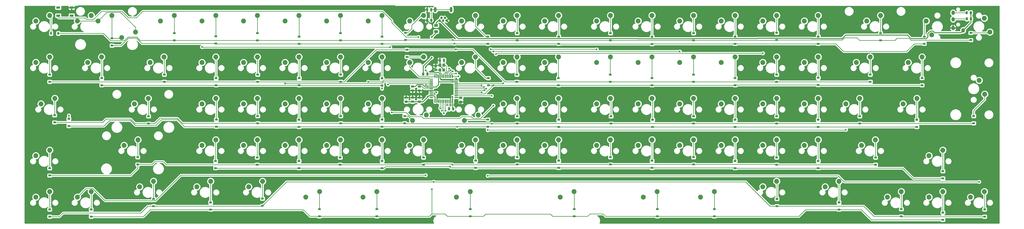
<source format=gbr>
%TF.GenerationSoftware,KiCad,Pcbnew,(5.1.6)-1*%
%TF.CreationDate,2020-07-09T10:41:52-04:00*%
%TF.ProjectId,railroad-keyboard-pcb-only,7261696c-726f-4616-942d-6b6579626f61,rev?*%
%TF.SameCoordinates,Original*%
%TF.FileFunction,Copper,L2,Bot*%
%TF.FilePolarity,Positive*%
%FSLAX46Y46*%
G04 Gerber Fmt 4.6, Leading zero omitted, Abs format (unit mm)*
G04 Created by KiCad (PCBNEW (5.1.6)-1) date 2020-07-09 10:41:52*
%MOMM*%
%LPD*%
G01*
G04 APERTURE LIST*
%TA.AperFunction,ComponentPad*%
%ADD10C,2.250000*%
%TD*%
%TA.AperFunction,SMDPad,CuDef*%
%ADD11R,1.200000X0.900000*%
%TD*%
%TA.AperFunction,ComponentPad*%
%ADD12O,1.600000X2.000000*%
%TD*%
%TA.AperFunction,ComponentPad*%
%ADD13C,1.200000*%
%TD*%
%TA.AperFunction,ComponentPad*%
%ADD14O,1.208000X2.416000*%
%TD*%
%TA.AperFunction,SMDPad,CuDef*%
%ADD15R,1.800000X1.100000*%
%TD*%
%TA.AperFunction,SMDPad,CuDef*%
%ADD16R,1.200000X1.400000*%
%TD*%
%TA.AperFunction,SMDPad,CuDef*%
%ADD17R,0.550000X1.500000*%
%TD*%
%TA.AperFunction,SMDPad,CuDef*%
%ADD18R,1.500000X0.550000*%
%TD*%
%TA.AperFunction,SMDPad,CuDef*%
%ADD19R,0.900000X1.200000*%
%TD*%
%TA.AperFunction,ViaPad*%
%ADD20C,0.800000*%
%TD*%
%TA.AperFunction,Conductor*%
%ADD21C,0.381000*%
%TD*%
%TA.AperFunction,Conductor*%
%ADD22C,0.254000*%
%TD*%
G04 APERTURE END LIST*
D10*
%TO.P,MX9,2*%
%TO.N,Net-(D9-Pad2)*%
X393065000Y-242570000D03*
%TO.P,MX9,1*%
%TO.N,COL9*%
X386715000Y-245110000D03*
%TD*%
%TO.P,MX500_alt2,2*%
%TO.N,Net-(D500-Pad2)*%
X31115000Y-242570000D03*
%TO.P,MX500_alt2,1*%
%TO.N,COL0*%
X24765000Y-245110000D03*
%TD*%
%TO.P,MX100_alt1,2*%
%TO.N,Net-(D100-Pad2)*%
X45085000Y-252730000D03*
%TO.P,MX100_alt1,1*%
%TO.N,COL0*%
X51435000Y-250190000D03*
%TD*%
D11*
%TO.P,D500,2*%
%TO.N,Net-(D500-Pad2)*%
X20859750Y-290069000D03*
%TO.P,D500,1*%
%TO.N,ROW5*%
X20859750Y-293369000D03*
%TD*%
D12*
%TO.P,U2,3*%
%TO.N,LHD1*%
X426325000Y-244328000D03*
%TO.P,U2,4*%
%TO.N,LHD0*%
X426325000Y-241328000D03*
%TO.P,U2,2*%
%TO.N,GND*%
X426325000Y-248328000D03*
%TO.P,U2,1*%
%TO.N,VCC*%
X430925000Y-249428000D03*
%TD*%
D10*
%TO.P,MX104,2*%
%TO.N,Net-(D104-Pad2)*%
X207327500Y-242570000D03*
%TO.P,MX104,1*%
%TO.N,COL4*%
X200977500Y-245110000D03*
%TD*%
%TO.P,MX100,2*%
%TO.N,Net-(D100-Pad2)*%
X40640000Y-242570000D03*
%TO.P,MX100,1*%
%TO.N,COL0*%
X34290000Y-245110000D03*
%TD*%
%TO.P,R8,2*%
%TO.N,LHD1*%
%TA.AperFunction,SMDPad,CuDef*%
G36*
G01*
X433128000Y-243637750D02*
X433128000Y-244550250D01*
G75*
G02*
X432884250Y-244794000I-243750J0D01*
G01*
X432396750Y-244794000D01*
G75*
G02*
X432153000Y-244550250I0J243750D01*
G01*
X432153000Y-243637750D01*
G75*
G02*
X432396750Y-243394000I243750J0D01*
G01*
X432884250Y-243394000D01*
G75*
G02*
X433128000Y-243637750I0J-243750D01*
G01*
G37*
%TD.AperFunction*%
%TO.P,R8,1*%
%TO.N,VCC*%
%TA.AperFunction,SMDPad,CuDef*%
G36*
G01*
X435003000Y-243637750D02*
X435003000Y-244550250D01*
G75*
G02*
X434759250Y-244794000I-243750J0D01*
G01*
X434271750Y-244794000D01*
G75*
G02*
X434028000Y-244550250I0J243750D01*
G01*
X434028000Y-243637750D01*
G75*
G02*
X434271750Y-243394000I243750J0D01*
G01*
X434759250Y-243394000D01*
G75*
G02*
X435003000Y-243637750I0J-243750D01*
G01*
G37*
%TD.AperFunction*%
%TD*%
%TO.P,R7,2*%
%TO.N,LHD0*%
%TA.AperFunction,SMDPad,CuDef*%
G36*
G01*
X433079500Y-240843750D02*
X433079500Y-241756250D01*
G75*
G02*
X432835750Y-242000000I-243750J0D01*
G01*
X432348250Y-242000000D01*
G75*
G02*
X432104500Y-241756250I0J243750D01*
G01*
X432104500Y-240843750D01*
G75*
G02*
X432348250Y-240600000I243750J0D01*
G01*
X432835750Y-240600000D01*
G75*
G02*
X433079500Y-240843750I0J-243750D01*
G01*
G37*
%TD.AperFunction*%
%TO.P,R7,1*%
%TO.N,VCC*%
%TA.AperFunction,SMDPad,CuDef*%
G36*
G01*
X434954500Y-240843750D02*
X434954500Y-241756250D01*
G75*
G02*
X434710750Y-242000000I-243750J0D01*
G01*
X434223250Y-242000000D01*
G75*
G02*
X433979500Y-241756250I0J243750D01*
G01*
X433979500Y-240843750D01*
G75*
G02*
X434223250Y-240600000I243750J0D01*
G01*
X434710750Y-240600000D01*
G75*
G02*
X434954500Y-240843750I0J-243750D01*
G01*
G37*
%TD.AperFunction*%
%TD*%
%TO.P,R6,2*%
%TO.N,Net-(R6-Pad2)*%
%TA.AperFunction,SMDPad,CuDef*%
G36*
G01*
X195718250Y-285039750D02*
X195718250Y-285952250D01*
G75*
G02*
X195474500Y-286196000I-243750J0D01*
G01*
X194987000Y-286196000D01*
G75*
G02*
X194743250Y-285952250I0J243750D01*
G01*
X194743250Y-285039750D01*
G75*
G02*
X194987000Y-284796000I243750J0D01*
G01*
X195474500Y-284796000D01*
G75*
G02*
X195718250Y-285039750I0J-243750D01*
G01*
G37*
%TD.AperFunction*%
%TO.P,R6,1*%
%TO.N,+5V*%
%TA.AperFunction,SMDPad,CuDef*%
G36*
G01*
X197593250Y-285039750D02*
X197593250Y-285952250D01*
G75*
G02*
X197349500Y-286196000I-243750J0D01*
G01*
X196862000Y-286196000D01*
G75*
G02*
X196618250Y-285952250I0J243750D01*
G01*
X196618250Y-285039750D01*
G75*
G02*
X196862000Y-284796000I243750J0D01*
G01*
X197349500Y-284796000D01*
G75*
G02*
X197593250Y-285039750I0J-243750D01*
G01*
G37*
%TD.AperFunction*%
%TD*%
%TO.P,R5,2*%
%TO.N,GND*%
%TA.AperFunction,SMDPad,CuDef*%
G36*
G01*
X185685250Y-244399750D02*
X185685250Y-245312250D01*
G75*
G02*
X185441500Y-245556000I-243750J0D01*
G01*
X184954000Y-245556000D01*
G75*
G02*
X184710250Y-245312250I0J243750D01*
G01*
X184710250Y-244399750D01*
G75*
G02*
X184954000Y-244156000I243750J0D01*
G01*
X185441500Y-244156000D01*
G75*
G02*
X185685250Y-244399750I0J-243750D01*
G01*
G37*
%TD.AperFunction*%
%TO.P,R5,1*%
%TO.N,Net-(C8-Pad2)*%
%TA.AperFunction,SMDPad,CuDef*%
G36*
G01*
X187560250Y-244399750D02*
X187560250Y-245312250D01*
G75*
G02*
X187316500Y-245556000I-243750J0D01*
G01*
X186829000Y-245556000D01*
G75*
G02*
X186585250Y-245312250I0J243750D01*
G01*
X186585250Y-244399750D01*
G75*
G02*
X186829000Y-244156000I243750J0D01*
G01*
X187316500Y-244156000D01*
G75*
G02*
X187560250Y-244399750I0J-243750D01*
G01*
G37*
%TD.AperFunction*%
%TD*%
%TO.P,MX508,2*%
%TO.N,Net-(D508-Pad2)*%
X364490000Y-280670000D03*
%TO.P,MX508,1*%
%TO.N,COL8*%
X358140000Y-283210000D03*
%TD*%
D13*
%TO.P,J1,1*%
%TO.N,VCC*%
X190932000Y-244913000D03*
%TO.P,J1,3*%
%TO.N,D+*%
X192532000Y-244913000D03*
%TO.P,J1,5*%
%TO.N,GND*%
X194132000Y-244913000D03*
%TO.P,J1,2*%
%TO.N,D-*%
X191732000Y-243713000D03*
%TO.P,J1,4*%
%TO.N,Net-(J1-Pad4)*%
X193332000Y-243713000D03*
D14*
%TO.P,J1,SH1*%
%TO.N,Net-(C8-Pad2)*%
X196182000Y-239863000D03*
%TO.P,J1,SH2*%
X188882000Y-239863000D03*
%TD*%
%TO.P,C8,2*%
%TO.N,Net-(C8-Pad2)*%
%TA.AperFunction,SMDPad,CuDef*%
G36*
G01*
X186536750Y-240359250D02*
X186536750Y-239446750D01*
G75*
G02*
X186780500Y-239203000I243750J0D01*
G01*
X187268000Y-239203000D01*
G75*
G02*
X187511750Y-239446750I0J-243750D01*
G01*
X187511750Y-240359250D01*
G75*
G02*
X187268000Y-240603000I-243750J0D01*
G01*
X186780500Y-240603000D01*
G75*
G02*
X186536750Y-240359250I0J243750D01*
G01*
G37*
%TD.AperFunction*%
%TO.P,C8,1*%
%TO.N,GND*%
%TA.AperFunction,SMDPad,CuDef*%
G36*
G01*
X184661750Y-240359250D02*
X184661750Y-239446750D01*
G75*
G02*
X184905500Y-239203000I243750J0D01*
G01*
X185393000Y-239203000D01*
G75*
G02*
X185636750Y-239446750I0J-243750D01*
G01*
X185636750Y-240359250D01*
G75*
G02*
X185393000Y-240603000I-243750J0D01*
G01*
X184905500Y-240603000D01*
G75*
G02*
X184661750Y-240359250I0J243750D01*
G01*
G37*
%TD.AperFunction*%
%TD*%
%TO.P,C7,2*%
%TO.N,GND*%
%TA.AperFunction,SMDPad,CuDef*%
G36*
G01*
X176002000Y-280806500D02*
X175089500Y-280806500D01*
G75*
G02*
X174845750Y-280562750I0J243750D01*
G01*
X174845750Y-280075250D01*
G75*
G02*
X175089500Y-279831500I243750J0D01*
G01*
X176002000Y-279831500D01*
G75*
G02*
X176245750Y-280075250I0J-243750D01*
G01*
X176245750Y-280562750D01*
G75*
G02*
X176002000Y-280806500I-243750J0D01*
G01*
G37*
%TD.AperFunction*%
%TO.P,C7,1*%
%TO.N,+5V*%
%TA.AperFunction,SMDPad,CuDef*%
G36*
G01*
X176002000Y-282681500D02*
X175089500Y-282681500D01*
G75*
G02*
X174845750Y-282437750I0J243750D01*
G01*
X174845750Y-281950250D01*
G75*
G02*
X175089500Y-281706500I243750J0D01*
G01*
X176002000Y-281706500D01*
G75*
G02*
X176245750Y-281950250I0J-243750D01*
G01*
X176245750Y-282437750D01*
G75*
G02*
X176002000Y-282681500I-243750J0D01*
G01*
G37*
%TD.AperFunction*%
%TD*%
%TO.P,C6,2*%
%TO.N,GND*%
%TA.AperFunction,SMDPad,CuDef*%
G36*
G01*
X178010500Y-276596500D02*
X178923000Y-276596500D01*
G75*
G02*
X179166750Y-276840250I0J-243750D01*
G01*
X179166750Y-277327750D01*
G75*
G02*
X178923000Y-277571500I-243750J0D01*
G01*
X178010500Y-277571500D01*
G75*
G02*
X177766750Y-277327750I0J243750D01*
G01*
X177766750Y-276840250D01*
G75*
G02*
X178010500Y-276596500I243750J0D01*
G01*
G37*
%TD.AperFunction*%
%TO.P,C6,1*%
%TO.N,+5V*%
%TA.AperFunction,SMDPad,CuDef*%
G36*
G01*
X178010500Y-274721500D02*
X178923000Y-274721500D01*
G75*
G02*
X179166750Y-274965250I0J-243750D01*
G01*
X179166750Y-275452750D01*
G75*
G02*
X178923000Y-275696500I-243750J0D01*
G01*
X178010500Y-275696500D01*
G75*
G02*
X177766750Y-275452750I0J243750D01*
G01*
X177766750Y-274965250D01*
G75*
G02*
X178010500Y-274721500I243750J0D01*
G01*
G37*
%TD.AperFunction*%
%TD*%
%TO.P,C5,2*%
%TO.N,GND*%
%TA.AperFunction,SMDPad,CuDef*%
G36*
G01*
X182098000Y-280806500D02*
X181185500Y-280806500D01*
G75*
G02*
X180941750Y-280562750I0J243750D01*
G01*
X180941750Y-280075250D01*
G75*
G02*
X181185500Y-279831500I243750J0D01*
G01*
X182098000Y-279831500D01*
G75*
G02*
X182341750Y-280075250I0J-243750D01*
G01*
X182341750Y-280562750D01*
G75*
G02*
X182098000Y-280806500I-243750J0D01*
G01*
G37*
%TD.AperFunction*%
%TO.P,C5,1*%
%TO.N,+5V*%
%TA.AperFunction,SMDPad,CuDef*%
G36*
G01*
X182098000Y-282681500D02*
X181185500Y-282681500D01*
G75*
G02*
X180941750Y-282437750I0J243750D01*
G01*
X180941750Y-281950250D01*
G75*
G02*
X181185500Y-281706500I243750J0D01*
G01*
X182098000Y-281706500D01*
G75*
G02*
X182341750Y-281950250I0J-243750D01*
G01*
X182341750Y-282437750D01*
G75*
G02*
X182098000Y-282681500I-243750J0D01*
G01*
G37*
%TD.AperFunction*%
%TD*%
%TO.P,C4,2*%
%TO.N,GND*%
%TA.AperFunction,SMDPad,CuDef*%
G36*
G01*
X178923000Y-280776500D02*
X178010500Y-280776500D01*
G75*
G02*
X177766750Y-280532750I0J243750D01*
G01*
X177766750Y-280045250D01*
G75*
G02*
X178010500Y-279801500I243750J0D01*
G01*
X178923000Y-279801500D01*
G75*
G02*
X179166750Y-280045250I0J-243750D01*
G01*
X179166750Y-280532750D01*
G75*
G02*
X178923000Y-280776500I-243750J0D01*
G01*
G37*
%TD.AperFunction*%
%TO.P,C4,1*%
%TO.N,+5V*%
%TA.AperFunction,SMDPad,CuDef*%
G36*
G01*
X178923000Y-282651500D02*
X178010500Y-282651500D01*
G75*
G02*
X177766750Y-282407750I0J243750D01*
G01*
X177766750Y-281920250D01*
G75*
G02*
X178010500Y-281676500I243750J0D01*
G01*
X178923000Y-281676500D01*
G75*
G02*
X179166750Y-281920250I0J-243750D01*
G01*
X179166750Y-282407750D01*
G75*
G02*
X178923000Y-282651500I-243750J0D01*
G01*
G37*
%TD.AperFunction*%
%TD*%
%TO.P,C3,2*%
%TO.N,GND*%
%TA.AperFunction,SMDPad,CuDef*%
G36*
G01*
X181153750Y-276626500D02*
X182066250Y-276626500D01*
G75*
G02*
X182310000Y-276870250I0J-243750D01*
G01*
X182310000Y-277357750D01*
G75*
G02*
X182066250Y-277601500I-243750J0D01*
G01*
X181153750Y-277601500D01*
G75*
G02*
X180910000Y-277357750I0J243750D01*
G01*
X180910000Y-276870250D01*
G75*
G02*
X181153750Y-276626500I243750J0D01*
G01*
G37*
%TD.AperFunction*%
%TO.P,C3,1*%
%TO.N,Net-(C3-Pad1)*%
%TA.AperFunction,SMDPad,CuDef*%
G36*
G01*
X181153750Y-274751500D02*
X182066250Y-274751500D01*
G75*
G02*
X182310000Y-274995250I0J-243750D01*
G01*
X182310000Y-275482750D01*
G75*
G02*
X182066250Y-275726500I-243750J0D01*
G01*
X181153750Y-275726500D01*
G75*
G02*
X180910000Y-275482750I0J243750D01*
G01*
X180910000Y-274995250D01*
G75*
G02*
X181153750Y-274751500I243750J0D01*
G01*
G37*
%TD.AperFunction*%
%TD*%
%TO.P,C2,2*%
%TO.N,GND*%
%TA.AperFunction,SMDPad,CuDef*%
G36*
G01*
X189559250Y-266171500D02*
X188646750Y-266171500D01*
G75*
G02*
X188403000Y-265927750I0J243750D01*
G01*
X188403000Y-265440250D01*
G75*
G02*
X188646750Y-265196500I243750J0D01*
G01*
X189559250Y-265196500D01*
G75*
G02*
X189803000Y-265440250I0J-243750D01*
G01*
X189803000Y-265927750D01*
G75*
G02*
X189559250Y-266171500I-243750J0D01*
G01*
G37*
%TD.AperFunction*%
%TO.P,C2,1*%
%TO.N,Net-(C2-Pad1)*%
%TA.AperFunction,SMDPad,CuDef*%
G36*
G01*
X189559250Y-268046500D02*
X188646750Y-268046500D01*
G75*
G02*
X188403000Y-267802750I0J243750D01*
G01*
X188403000Y-267315250D01*
G75*
G02*
X188646750Y-267071500I243750J0D01*
G01*
X189559250Y-267071500D01*
G75*
G02*
X189803000Y-267315250I0J-243750D01*
G01*
X189803000Y-267802750D01*
G75*
G02*
X189559250Y-268046500I-243750J0D01*
G01*
G37*
%TD.AperFunction*%
%TD*%
%TO.P,C1,2*%
%TO.N,GND*%
%TA.AperFunction,SMDPad,CuDef*%
G36*
G01*
X191495500Y-262687750D02*
X191495500Y-263600250D01*
G75*
G02*
X191251750Y-263844000I-243750J0D01*
G01*
X190764250Y-263844000D01*
G75*
G02*
X190520500Y-263600250I0J243750D01*
G01*
X190520500Y-262687750D01*
G75*
G02*
X190764250Y-262444000I243750J0D01*
G01*
X191251750Y-262444000D01*
G75*
G02*
X191495500Y-262687750I0J-243750D01*
G01*
G37*
%TD.AperFunction*%
%TO.P,C1,1*%
%TO.N,Net-(C1-Pad1)*%
%TA.AperFunction,SMDPad,CuDef*%
G36*
G01*
X193370500Y-262687750D02*
X193370500Y-263600250D01*
G75*
G02*
X193126750Y-263844000I-243750J0D01*
G01*
X192639250Y-263844000D01*
G75*
G02*
X192395500Y-263600250I0J243750D01*
G01*
X192395500Y-262687750D01*
G75*
G02*
X192639250Y-262444000I243750J0D01*
G01*
X193126750Y-262444000D01*
G75*
G02*
X193370500Y-262687750I0J-243750D01*
G01*
G37*
%TD.AperFunction*%
%TD*%
D10*
%TO.P,MX410,1*%
%TO.N,COL10*%
X438308750Y-272415000D03*
%TO.P,MX410,2*%
%TO.N,Net-(D410-Pad2)*%
X440848750Y-278765000D03*
%TD*%
%TO.P,MX305,2*%
%TO.N,Net-(D305-Pad2)*%
X245427500Y-261620000D03*
%TO.P,MX305,1*%
%TO.N,COL5*%
X239077500Y-264160000D03*
%TD*%
%TO.P,MX306,2*%
%TO.N,Net-(D306-Pad2)*%
X288290000Y-261620000D03*
%TO.P,MX306,1*%
%TO.N,COL6*%
X281940000Y-264160000D03*
%TD*%
%TO.P,MX808,2*%
%TO.N,Net-(D808-Pad2)*%
X345440000Y-318770000D03*
%TO.P,MX808,1*%
%TO.N,COL8*%
X339090000Y-321310000D03*
%TD*%
%TO.P,MX102,2*%
%TO.N,Net-(D102-Pad2)*%
X126365000Y-242570000D03*
%TO.P,MX102,1*%
%TO.N,COL2*%
X120015000Y-245110000D03*
%TD*%
%TO.P,MX801,2*%
%TO.N,Net-(D801-Pad2)*%
X59690000Y-318770000D03*
%TO.P,MX801,1*%
%TO.N,COL1*%
X53340000Y-321310000D03*
%TD*%
%TO.P,MX601,2*%
%TO.N,Net-(D601-Pad2)*%
X52546250Y-299720000D03*
%TO.P,MX601,1*%
%TO.N,COL1*%
X46196250Y-302260000D03*
%TD*%
%TO.P,MX904,2*%
%TO.N,Net-(D904-Pad2)*%
X204946250Y-323532500D03*
%TO.P,MX904,1*%
%TO.N,COL4*%
X198596250Y-326072500D03*
%TD*%
%TO.P,MX906,2*%
%TO.N,Net-(D906-Pad2)*%
X290671250Y-323532500D03*
%TO.P,MX906,1*%
%TO.N,COL6*%
X284321250Y-326072500D03*
%TD*%
%TO.P,MX903,2*%
%TO.N,Net-(D903-Pad2)*%
X162083750Y-323532500D03*
%TO.P,MX903,1*%
%TO.N,COL3*%
X155733750Y-326072500D03*
%TD*%
%TO.P,MX609,2*%
%TO.N,Net-(D609-Pad2)*%
X390683750Y-299720000D03*
%TO.P,MX609,1*%
%TO.N,COL9*%
X384333750Y-302260000D03*
%TD*%
%TO.P,MX509,2*%
%TO.N,Net-(D509-Pad2)*%
X409733750Y-280670000D03*
%TO.P,MX509,1*%
%TO.N,COL9*%
X403383750Y-283210000D03*
%TD*%
%TO.P,MX400,2*%
%TO.N,Net-(D400-Pad2)*%
X14446250Y-280670000D03*
%TO.P,MX400,1*%
%TO.N,COL0*%
X8096250Y-283210000D03*
%TD*%
%TO.P,MX901,2*%
%TO.N,Net-(D901-Pad2)*%
X85883750Y-318770000D03*
%TO.P,MX901,1*%
%TO.N,COL1*%
X79533750Y-321310000D03*
%TD*%
%TO.P,MX802,2*%
%TO.N,Net-(D802-Pad2)*%
X109696250Y-318770000D03*
%TO.P,MX802,1*%
%TO.N,COL2*%
X103346250Y-321310000D03*
%TD*%
%TO.P,MX908,2*%
%TO.N,Net-(D908-Pad2)*%
X374015000Y-318770000D03*
%TO.P,MX908,1*%
%TO.N,COL8*%
X367665000Y-321310000D03*
%TD*%
%TO.P,MX300,2*%
%TO.N,Net-(D300-Pad2)*%
X35877500Y-261620000D03*
%TO.P,MX300,1*%
%TO.N,COL0*%
X29527500Y-264160000D03*
%TD*%
%TO.P,MX209,2*%
%TO.N,Net-(D209-Pad2)*%
X388302500Y-261620000D03*
%TO.P,MX209,1*%
%TO.N,COL9*%
X381952500Y-264160000D03*
%TD*%
%TO.P,MX201,2*%
%TO.N,Net-(D201-Pad2)*%
X64452500Y-261620000D03*
%TO.P,MX201,1*%
%TO.N,COL1*%
X58102500Y-264160000D03*
%TD*%
%TO.P,MX905,2*%
%TO.N,Net-(D905-Pad2)*%
X252571250Y-323532500D03*
%TO.P,MX905,1*%
%TO.N,COL5*%
X246221250Y-326072500D03*
%TD*%
%TO.P,MX401,2*%
%TO.N,Net-(D401-Pad2)*%
X57308750Y-280670000D03*
%TO.P,MX401,1*%
%TO.N,COL1*%
X50958750Y-283210000D03*
%TD*%
%TO.P,MX602,2*%
%TO.N,Net-(D602-Pad2)*%
X107315000Y-299720000D03*
%TO.P,MX602,1*%
%TO.N,COL2*%
X100965000Y-302260000D03*
%TD*%
%TO.P,MX702,2*%
%TO.N,Net-(D702-Pad2)*%
X126365000Y-299720000D03*
%TO.P,MX702,1*%
%TO.N,COL2*%
X120015000Y-302260000D03*
%TD*%
%TO.P,MX502,2*%
%TO.N,Net-(D502-Pad2)*%
X126365000Y-280670000D03*
%TO.P,MX502,1*%
%TO.N,COL2*%
X120015000Y-283210000D03*
%TD*%
%TO.P,MX909,2*%
%TO.N,Net-(D909-Pad2)*%
X421640000Y-323532500D03*
%TO.P,MX909,1*%
%TO.N,COL9*%
X415290000Y-326072500D03*
%TD*%
%TO.P,MX907,2*%
%TO.N,Net-(D907-Pad2)*%
X316865000Y-323532500D03*
%TO.P,MX907,1*%
%TO.N,COL7*%
X310515000Y-326072500D03*
%TD*%
%TO.P,MX902,2*%
%TO.N,Net-(D902-Pad2)*%
X135890000Y-323532500D03*
%TO.P,MX902,1*%
%TO.N,COL2*%
X129540000Y-326072500D03*
%TD*%
%TO.P,MX900,2*%
%TO.N,Net-(D900-Pad2)*%
X31115000Y-323532500D03*
%TO.P,MX900,1*%
%TO.N,COL0*%
X24765000Y-326072500D03*
%TD*%
%TO.P,MX810,2*%
%TO.N,Net-(D810-Pad2)*%
X440690000Y-323532500D03*
%TO.P,MX810,1*%
%TO.N,COL10*%
X434340000Y-326072500D03*
%TD*%
%TO.P,MX809,2*%
%TO.N,Net-(D809-Pad2)*%
X402590000Y-323532500D03*
%TO.P,MX809,1*%
%TO.N,COL9*%
X396240000Y-326072500D03*
%TD*%
%TO.P,MX800,2*%
%TO.N,Net-(D800-Pad2)*%
X12065000Y-323532500D03*
%TO.P,MX800,1*%
%TO.N,COL0*%
X5715000Y-326072500D03*
%TD*%
%TO.P,MX709,2*%
%TO.N,Net-(D709-Pad2)*%
X421640000Y-304482500D03*
%TO.P,MX709,1*%
%TO.N,COL9*%
X415290000Y-307022500D03*
%TD*%
%TO.P,MX708,2*%
%TO.N,Net-(D708-Pad2)*%
X364490000Y-299720000D03*
%TO.P,MX708,1*%
%TO.N,COL8*%
X358140000Y-302260000D03*
%TD*%
%TO.P,MX707,2*%
%TO.N,Net-(D707-Pad2)*%
X326390000Y-299720000D03*
%TO.P,MX707,1*%
%TO.N,COL7*%
X320040000Y-302260000D03*
%TD*%
%TO.P,MX706,2*%
%TO.N,Net-(D706-Pad2)*%
X288290000Y-299720000D03*
%TO.P,MX706,1*%
%TO.N,COL6*%
X281940000Y-302260000D03*
%TD*%
%TO.P,MX705,2*%
%TO.N,Net-(D705-Pad2)*%
X245427500Y-299720000D03*
%TO.P,MX705,1*%
%TO.N,COL5*%
X239077500Y-302260000D03*
%TD*%
%TO.P,MX704,2*%
%TO.N,Net-(D704-Pad2)*%
X207327500Y-299720000D03*
%TO.P,MX704,1*%
%TO.N,COL4*%
X200977500Y-302260000D03*
%TD*%
%TO.P,MX703,2*%
%TO.N,Net-(D703-Pad2)*%
X164465000Y-299720000D03*
%TO.P,MX703,1*%
%TO.N,COL3*%
X158115000Y-302260000D03*
%TD*%
%TO.P,MX701,2*%
%TO.N,Net-(D701-Pad2)*%
X88265000Y-299720000D03*
%TO.P,MX701,1*%
%TO.N,COL1*%
X81915000Y-302260000D03*
%TD*%
%TO.P,MX608,2*%
%TO.N,Net-(D608-Pad2)*%
X345440000Y-299720000D03*
%TO.P,MX608,1*%
%TO.N,COL8*%
X339090000Y-302260000D03*
%TD*%
%TO.P,MX607,2*%
%TO.N,Net-(D607-Pad2)*%
X307340000Y-299720000D03*
%TO.P,MX607,1*%
%TO.N,COL7*%
X300990000Y-302260000D03*
%TD*%
%TO.P,MX606,2*%
%TO.N,Net-(D606-Pad2)*%
X269240000Y-299720000D03*
%TO.P,MX606,1*%
%TO.N,COL6*%
X262890000Y-302260000D03*
%TD*%
%TO.P,MX605,2*%
%TO.N,Net-(D605-Pad2)*%
X226377500Y-299720000D03*
%TO.P,MX605,1*%
%TO.N,COL5*%
X220027500Y-302260000D03*
%TD*%
%TO.P,MX604,2*%
%TO.N,Net-(D604-Pad2)*%
X183515000Y-299720000D03*
%TO.P,MX604,1*%
%TO.N,COL4*%
X177165000Y-302260000D03*
%TD*%
%TO.P,MX603,2*%
%TO.N,Net-(D603-Pad2)*%
X145415000Y-299720000D03*
%TO.P,MX603,1*%
%TO.N,COL3*%
X139065000Y-302260000D03*
%TD*%
%TO.P,MX600,2*%
%TO.N,Net-(D600-Pad2)*%
X12065000Y-304482500D03*
%TO.P,MX600,1*%
%TO.N,COL0*%
X5715000Y-307022500D03*
%TD*%
%TO.P,MX507,2*%
%TO.N,Net-(D507-Pad2)*%
X326390000Y-280670000D03*
%TO.P,MX507,1*%
%TO.N,COL7*%
X320040000Y-283210000D03*
%TD*%
%TO.P,MX506,2*%
%TO.N,Net-(D506-Pad2)*%
X288290000Y-280670000D03*
%TO.P,MX506,1*%
%TO.N,COL6*%
X281940000Y-283210000D03*
%TD*%
%TO.P,MX505,2*%
%TO.N,Net-(D505-Pad2)*%
X245427500Y-280670000D03*
%TO.P,MX505,1*%
%TO.N,COL5*%
X239077500Y-283210000D03*
%TD*%
%TO.P,MX504,2*%
%TO.N,Net-(D504-Pad2)*%
X202247500Y-290830000D03*
%TO.P,MX504,1*%
%TO.N,COL4*%
X208597500Y-288290000D03*
%TD*%
%TO.P,MX503,2*%
%TO.N,Net-(D503-Pad2)*%
X164465000Y-280670000D03*
%TO.P,MX503,1*%
%TO.N,COL3*%
X158115000Y-283210000D03*
%TD*%
%TO.P,MX501,2*%
%TO.N,Net-(D501-Pad2)*%
X88265000Y-280670000D03*
%TO.P,MX501,1*%
%TO.N,COL1*%
X81915000Y-283210000D03*
%TD*%
%TO.P,MX409,2*%
%TO.N,Net-(D409-Pad2)*%
X383540000Y-280670000D03*
%TO.P,MX409,1*%
%TO.N,COL9*%
X377190000Y-283210000D03*
%TD*%
%TO.P,MX408,2*%
%TO.N,Net-(D408-Pad2)*%
X345440000Y-280670000D03*
%TO.P,MX408,1*%
%TO.N,COL8*%
X339090000Y-283210000D03*
%TD*%
%TO.P,MX407,2*%
%TO.N,Net-(D407-Pad2)*%
X307340000Y-280670000D03*
%TO.P,MX407,1*%
%TO.N,COL7*%
X300990000Y-283210000D03*
%TD*%
%TO.P,MX406,2*%
%TO.N,Net-(D406-Pad2)*%
X269240000Y-280670000D03*
%TO.P,MX406,1*%
%TO.N,COL6*%
X262890000Y-283210000D03*
%TD*%
%TO.P,MX405,2*%
%TO.N,Net-(D405-Pad2)*%
X226377500Y-280670000D03*
%TO.P,MX405,1*%
%TO.N,COL5*%
X220027500Y-283210000D03*
%TD*%
%TO.P,MX404,2*%
%TO.N,Net-(D404-Pad2)*%
X178435000Y-290830000D03*
%TO.P,MX404,1*%
%TO.N,COL4*%
X184785000Y-288290000D03*
%TD*%
%TO.P,MX403,2*%
%TO.N,Net-(D403-Pad2)*%
X145415000Y-280670000D03*
%TO.P,MX403,1*%
%TO.N,COL3*%
X139065000Y-283210000D03*
%TD*%
%TO.P,MX402,2*%
%TO.N,Net-(D402-Pad2)*%
X107315000Y-280670000D03*
%TO.P,MX402,1*%
%TO.N,COL2*%
X100965000Y-283210000D03*
%TD*%
%TO.P,MX309,2*%
%TO.N,Net-(D309-Pad2)*%
X412115000Y-261620000D03*
%TO.P,MX309,1*%
%TO.N,COL9*%
X405765000Y-264160000D03*
%TD*%
%TO.P,MX307,2*%
%TO.N,Net-(D307-Pad2)*%
X326390000Y-261620000D03*
%TO.P,MX307,1*%
%TO.N,COL7*%
X320040000Y-264160000D03*
%TD*%
%TO.P,MX304,2*%
%TO.N,Net-(D304-Pad2)*%
X207327500Y-261620000D03*
%TO.P,MX304,1*%
%TO.N,COL4*%
X200977500Y-264160000D03*
%TD*%
%TO.P,MX303,2*%
%TO.N,Net-(D303-Pad2)*%
X164465000Y-261620000D03*
%TO.P,MX303,1*%
%TO.N,COL3*%
X158115000Y-264160000D03*
%TD*%
%TO.P,MX302,2*%
%TO.N,Net-(D302-Pad2)*%
X126365000Y-261620000D03*
%TO.P,MX302,1*%
%TO.N,COL2*%
X120015000Y-264160000D03*
%TD*%
%TO.P,MX301,2*%
%TO.N,Net-(D301-Pad2)*%
X88265000Y-261620000D03*
%TO.P,MX301,1*%
%TO.N,COL1*%
X81915000Y-264160000D03*
%TD*%
%TO.P,MX208,2*%
%TO.N,Net-(D208-Pad2)*%
X345440000Y-261620000D03*
%TO.P,MX208,1*%
%TO.N,COL8*%
X339090000Y-264160000D03*
%TD*%
%TO.P,MX207,2*%
%TO.N,Net-(D207-Pad2)*%
X307340000Y-261620000D03*
%TO.P,MX207,1*%
%TO.N,COL7*%
X300990000Y-264160000D03*
%TD*%
%TO.P,MX206,2*%
%TO.N,Net-(D206-Pad2)*%
X269240000Y-261620000D03*
%TO.P,MX206,1*%
%TO.N,COL6*%
X262890000Y-264160000D03*
%TD*%
%TO.P,MX205,2*%
%TO.N,Net-(D205-Pad2)*%
X226377500Y-261620000D03*
%TO.P,MX205,1*%
%TO.N,COL5*%
X220027500Y-264160000D03*
%TD*%
%TO.P,MX204,2*%
%TO.N,Net-(D204-Pad2)*%
X183515000Y-261620000D03*
%TO.P,MX204,1*%
%TO.N,COL4*%
X177165000Y-264160000D03*
%TD*%
%TO.P,MX203,2*%
%TO.N,Net-(D203-Pad2)*%
X145415000Y-261620000D03*
%TO.P,MX203,1*%
%TO.N,COL3*%
X139065000Y-264160000D03*
%TD*%
%TO.P,MX202,2*%
%TO.N,Net-(D202-Pad2)*%
X107315000Y-261620000D03*
%TO.P,MX202,1*%
%TO.N,COL2*%
X100965000Y-264160000D03*
%TD*%
%TO.P,MX200,2*%
%TO.N,Net-(D200-Pad2)*%
X12065000Y-261620000D03*
%TO.P,MX200,1*%
%TO.N,COL0*%
X5715000Y-264160000D03*
%TD*%
%TO.P,MX109,2*%
%TO.N,Net-(D109-Pad2)*%
X414020000Y-245110000D03*
%TO.P,MX109,1*%
%TO.N,COL9*%
X416560000Y-251460000D03*
%TD*%
%TO.P,MX108,2*%
%TO.N,Net-(D108-Pad2)*%
X364490000Y-242570000D03*
%TO.P,MX108,1*%
%TO.N,COL8*%
X358140000Y-245110000D03*
%TD*%
%TO.P,MX107,2*%
%TO.N,Net-(D107-Pad2)*%
X326390000Y-242570000D03*
%TO.P,MX107,1*%
%TO.N,COL7*%
X320040000Y-245110000D03*
%TD*%
%TO.P,MX106,2*%
%TO.N,Net-(D106-Pad2)*%
X288290000Y-242570000D03*
%TO.P,MX106,1*%
%TO.N,COL6*%
X281940000Y-245110000D03*
%TD*%
%TO.P,MX105,2*%
%TO.N,Net-(D105-Pad2)*%
X245427500Y-242570000D03*
%TO.P,MX105,1*%
%TO.N,COL5*%
X239077500Y-245110000D03*
%TD*%
%TO.P,MX103,2*%
%TO.N,Net-(D103-Pad2)*%
X164465000Y-242570000D03*
%TO.P,MX103,1*%
%TO.N,COL3*%
X158115000Y-245110000D03*
%TD*%
%TO.P,MX101,2*%
%TO.N,Net-(D101-Pad2)*%
X88265000Y-242570000D03*
%TO.P,MX101,1*%
%TO.N,COL1*%
X81915000Y-245110000D03*
%TD*%
%TO.P,MX10,2*%
%TO.N,Net-(D10-Pad2)*%
X443230000Y-250190000D03*
%TO.P,MX10,1*%
%TO.N,COL10*%
X440690000Y-243840000D03*
%TD*%
%TO.P,MX8,2*%
%TO.N,Net-(D8-Pad2)*%
X345440000Y-242570000D03*
%TO.P,MX8,1*%
%TO.N,COL8*%
X339090000Y-245110000D03*
%TD*%
%TO.P,MX7,2*%
%TO.N,Net-(D7-Pad2)*%
X307340000Y-242570000D03*
%TO.P,MX7,1*%
%TO.N,COL7*%
X300990000Y-245110000D03*
%TD*%
%TO.P,MX6,2*%
%TO.N,Net-(D6-Pad2)*%
X269240000Y-242570000D03*
%TO.P,MX6,1*%
%TO.N,COL6*%
X262890000Y-245110000D03*
%TD*%
%TO.P,MX5,2*%
%TO.N,Net-(D5-Pad2)*%
X226377500Y-242570000D03*
%TO.P,MX5,1*%
%TO.N,COL5*%
X220027500Y-245110000D03*
%TD*%
%TO.P,MX4,2*%
%TO.N,Net-(D4-Pad2)*%
X183515000Y-242570000D03*
%TO.P,MX4,1*%
%TO.N,COL4*%
X177165000Y-245110000D03*
%TD*%
%TO.P,MX3,2*%
%TO.N,Net-(D3-Pad2)*%
X145415000Y-242570000D03*
%TO.P,MX3,1*%
%TO.N,COL3*%
X139065000Y-245110000D03*
%TD*%
%TO.P,MX2,2*%
%TO.N,Net-(D2-Pad2)*%
X107315000Y-242570000D03*
%TO.P,MX2,1*%
%TO.N,COL2*%
X100965000Y-245110000D03*
%TD*%
%TO.P,MX1,2*%
%TO.N,Net-(D1-Pad2)*%
X69215000Y-242570000D03*
%TO.P,MX1,1*%
%TO.N,COL1*%
X62865000Y-245110000D03*
%TD*%
%TO.P,MX0,2*%
%TO.N,Net-(D0-Pad2)*%
X12065000Y-242570000D03*
%TO.P,MX0,1*%
%TO.N,COL0*%
X5715000Y-245110000D03*
%TD*%
%TO.P,MX308,2*%
%TO.N,Net-(D308-Pad2)*%
X364490000Y-261620000D03*
%TO.P,MX308,1*%
%TO.N,COL8*%
X358140000Y-264160000D03*
%TD*%
%TO.P,F1,2*%
%TO.N,VCC*%
%TA.AperFunction,SMDPad,CuDef*%
G36*
G01*
X189886750Y-247767000D02*
X188636750Y-247767000D01*
G75*
G02*
X188386750Y-247517000I0J250000D01*
G01*
X188386750Y-246767000D01*
G75*
G02*
X188636750Y-246517000I250000J0D01*
G01*
X189886750Y-246517000D01*
G75*
G02*
X190136750Y-246767000I0J-250000D01*
G01*
X190136750Y-247517000D01*
G75*
G02*
X189886750Y-247767000I-250000J0D01*
G01*
G37*
%TD.AperFunction*%
%TO.P,F1,1*%
%TO.N,+5V*%
%TA.AperFunction,SMDPad,CuDef*%
G36*
G01*
X189886750Y-250567000D02*
X188636750Y-250567000D01*
G75*
G02*
X188386750Y-250317000I0J250000D01*
G01*
X188386750Y-249567000D01*
G75*
G02*
X188636750Y-249317000I250000J0D01*
G01*
X189886750Y-249317000D01*
G75*
G02*
X190136750Y-249567000I0J-250000D01*
G01*
X190136750Y-250317000D01*
G75*
G02*
X189886750Y-250567000I-250000J0D01*
G01*
G37*
%TD.AperFunction*%
%TD*%
D15*
%TO.P,SW1,4*%
%TO.N,N/C*%
X15950000Y-238942000D03*
%TO.P,SW1,3*%
X22150000Y-242642000D03*
%TO.P,SW1,2*%
%TO.N,Net-(R1-Pad2)*%
X15950000Y-242642000D03*
%TO.P,SW1,1*%
%TO.N,GND*%
X22150000Y-238942000D03*
%TD*%
D16*
%TO.P,Y1,4*%
%TO.N,GND*%
X191047000Y-265473000D03*
%TO.P,Y1,3*%
%TO.N,Net-(C2-Pad1)*%
X191047000Y-267673000D03*
%TO.P,Y1,2*%
%TO.N,GND*%
X192747000Y-267673000D03*
%TO.P,Y1,1*%
%TO.N,Net-(C1-Pad1)*%
X192747000Y-265473000D03*
%TD*%
D17*
%TO.P,U1,44*%
%TO.N,+5V*%
X188786000Y-281925000D03*
%TO.P,U1,43*%
%TO.N,GND*%
X189586000Y-281925000D03*
%TO.P,U1,42*%
%TO.N,Net-(U1-Pad42)*%
X190386000Y-281925000D03*
%TO.P,U1,41*%
%TO.N,ROW9*%
X191186000Y-281925000D03*
%TO.P,U1,40*%
%TO.N,ROW8*%
X191986000Y-281925000D03*
%TO.P,U1,39*%
%TO.N,ROW7*%
X192786000Y-281925000D03*
%TO.P,U1,38*%
%TO.N,ROW6*%
X193586000Y-281925000D03*
%TO.P,U1,37*%
%TO.N,ROW5*%
X194386000Y-281925000D03*
%TO.P,U1,36*%
%TO.N,Net-(R6-Pad2)*%
X195186000Y-281925000D03*
%TO.P,U1,35*%
%TO.N,GND*%
X195986000Y-281925000D03*
%TO.P,U1,34*%
%TO.N,+5V*%
X196786000Y-281925000D03*
D18*
%TO.P,U1,33*%
%TO.N,Net-(R4-Pad2)*%
X198486000Y-280225000D03*
%TO.P,U1,32*%
%TO.N,ROW4*%
X198486000Y-279425000D03*
%TO.P,U1,31*%
%TO.N,ROW3*%
X198486000Y-278625000D03*
%TO.P,U1,30*%
%TO.N,COL10*%
X198486000Y-277825000D03*
%TO.P,U1,29*%
%TO.N,COL9*%
X198486000Y-277025000D03*
%TO.P,U1,28*%
%TO.N,COL8*%
X198486000Y-276225000D03*
%TO.P,U1,27*%
%TO.N,COL7*%
X198486000Y-275425000D03*
%TO.P,U1,26*%
%TO.N,COL6*%
X198486000Y-274625000D03*
%TO.P,U1,25*%
%TO.N,COL5*%
X198486000Y-273825000D03*
%TO.P,U1,24*%
%TO.N,+5V*%
X198486000Y-273025000D03*
%TO.P,U1,23*%
%TO.N,GND*%
X198486000Y-272225000D03*
D17*
%TO.P,U1,22*%
%TO.N,ROW2*%
X196786000Y-270525000D03*
%TO.P,U1,21*%
%TO.N,ROW1*%
X195986000Y-270525000D03*
%TO.P,U1,20*%
%TO.N,ROW0*%
X195186000Y-270525000D03*
%TO.P,U1,19*%
%TO.N,LHD1*%
X194386000Y-270525000D03*
%TO.P,U1,18*%
%TO.N,LHD0*%
X193586000Y-270525000D03*
%TO.P,U1,17*%
%TO.N,Net-(C1-Pad1)*%
X192786000Y-270525000D03*
%TO.P,U1,16*%
%TO.N,Net-(C2-Pad1)*%
X191986000Y-270525000D03*
%TO.P,U1,15*%
%TO.N,GND*%
X191186000Y-270525000D03*
%TO.P,U1,14*%
%TO.N,+5V*%
X190386000Y-270525000D03*
%TO.P,U1,13*%
%TO.N,Net-(R1-Pad2)*%
X189586000Y-270525000D03*
%TO.P,U1,12*%
%TO.N,COL4*%
X188786000Y-270525000D03*
D18*
%TO.P,U1,11*%
%TO.N,COL3*%
X187086000Y-272225000D03*
%TO.P,U1,10*%
%TO.N,COL2*%
X187086000Y-273025000D03*
%TO.P,U1,9*%
%TO.N,COL1*%
X187086000Y-273825000D03*
%TO.P,U1,8*%
%TO.N,COL0*%
X187086000Y-274625000D03*
%TO.P,U1,7*%
%TO.N,+5V*%
X187086000Y-275425000D03*
%TO.P,U1,6*%
%TO.N,Net-(C3-Pad1)*%
X187086000Y-276225000D03*
%TO.P,U1,5*%
%TO.N,GND*%
X187086000Y-277025000D03*
%TO.P,U1,4*%
%TO.N,Net-(R2-Pad1)*%
X187086000Y-277825000D03*
%TO.P,U1,3*%
%TO.N,Net-(R3-Pad1)*%
X187086000Y-278625000D03*
%TO.P,U1,2*%
%TO.N,+5V*%
X187086000Y-279425000D03*
%TO.P,U1,1*%
%TO.N,Net-(U1-Pad1)*%
X187086000Y-280225000D03*
%TD*%
%TO.P,R4,2*%
%TO.N,Net-(R4-Pad2)*%
%TA.AperFunction,SMDPad,CuDef*%
G36*
G01*
X201021000Y-280903500D02*
X200108500Y-280903500D01*
G75*
G02*
X199864750Y-280659750I0J243750D01*
G01*
X199864750Y-280172250D01*
G75*
G02*
X200108500Y-279928500I243750J0D01*
G01*
X201021000Y-279928500D01*
G75*
G02*
X201264750Y-280172250I0J-243750D01*
G01*
X201264750Y-280659750D01*
G75*
G02*
X201021000Y-280903500I-243750J0D01*
G01*
G37*
%TD.AperFunction*%
%TO.P,R4,1*%
%TO.N,GND*%
%TA.AperFunction,SMDPad,CuDef*%
G36*
G01*
X201021000Y-282778500D02*
X200108500Y-282778500D01*
G75*
G02*
X199864750Y-282534750I0J243750D01*
G01*
X199864750Y-282047250D01*
G75*
G02*
X200108500Y-281803500I243750J0D01*
G01*
X201021000Y-281803500D01*
G75*
G02*
X201264750Y-282047250I0J-243750D01*
G01*
X201264750Y-282534750D01*
G75*
G02*
X201021000Y-282778500I-243750J0D01*
G01*
G37*
%TD.AperFunction*%
%TD*%
%TO.P,R1,2*%
%TO.N,Net-(R1-Pad2)*%
%TA.AperFunction,SMDPad,CuDef*%
G36*
G01*
X184758750Y-269950250D02*
X184758750Y-269037750D01*
G75*
G02*
X185002500Y-268794000I243750J0D01*
G01*
X185490000Y-268794000D01*
G75*
G02*
X185733750Y-269037750I0J-243750D01*
G01*
X185733750Y-269950250D01*
G75*
G02*
X185490000Y-270194000I-243750J0D01*
G01*
X185002500Y-270194000D01*
G75*
G02*
X184758750Y-269950250I0J243750D01*
G01*
G37*
%TD.AperFunction*%
%TO.P,R1,1*%
%TO.N,+5V*%
%TA.AperFunction,SMDPad,CuDef*%
G36*
G01*
X182883750Y-269950250D02*
X182883750Y-269037750D01*
G75*
G02*
X183127500Y-268794000I243750J0D01*
G01*
X183615000Y-268794000D01*
G75*
G02*
X183858750Y-269037750I0J-243750D01*
G01*
X183858750Y-269950250D01*
G75*
G02*
X183615000Y-270194000I-243750J0D01*
G01*
X183127500Y-270194000D01*
G75*
G02*
X182883750Y-269950250I0J243750D01*
G01*
G37*
%TD.AperFunction*%
%TD*%
D11*
%TO.P,D909,2*%
%TO.N,Net-(D909-Pad2)*%
X421640000Y-333185500D03*
%TO.P,D909,1*%
%TO.N,ROW9*%
X421640000Y-336485500D03*
%TD*%
%TO.P,D908,2*%
%TO.N,Net-(D908-Pad2)*%
X374015000Y-328487500D03*
%TO.P,D908,1*%
%TO.N,ROW9*%
X374015000Y-331787500D03*
%TD*%
%TO.P,D907,2*%
%TO.N,Net-(D907-Pad2)*%
X316865000Y-331598000D03*
%TO.P,D907,1*%
%TO.N,ROW9*%
X316865000Y-334898000D03*
%TD*%
%TO.P,D906,2*%
%TO.N,Net-(D906-Pad2)*%
X290703000Y-331598000D03*
%TO.P,D906,1*%
%TO.N,ROW9*%
X290703000Y-334898000D03*
%TD*%
%TO.P,D905,2*%
%TO.N,Net-(D905-Pad2)*%
X252603000Y-331598000D03*
%TO.P,D905,1*%
%TO.N,ROW9*%
X252603000Y-334898000D03*
%TD*%
%TO.P,D904,2*%
%TO.N,Net-(D904-Pad2)*%
X204978000Y-331598000D03*
%TO.P,D904,1*%
%TO.N,ROW9*%
X204978000Y-334898000D03*
%TD*%
%TO.P,D903,2*%
%TO.N,Net-(D903-Pad2)*%
X162083750Y-331598000D03*
%TO.P,D903,1*%
%TO.N,ROW9*%
X162083750Y-334898000D03*
%TD*%
%TO.P,D902,2*%
%TO.N,Net-(D902-Pad2)*%
X135794750Y-331597000D03*
%TO.P,D902,1*%
%TO.N,ROW9*%
X135794750Y-334897000D03*
%TD*%
%TO.P,D901,2*%
%TO.N,Net-(D901-Pad2)*%
X85852000Y-328487500D03*
%TO.P,D901,1*%
%TO.N,ROW9*%
X85852000Y-331787500D03*
%TD*%
%TO.P,D900,2*%
%TO.N,Net-(D900-Pad2)*%
X31115000Y-331724000D03*
%TO.P,D900,1*%
%TO.N,ROW9*%
X31115000Y-335024000D03*
%TD*%
%TO.P,D810,2*%
%TO.N,Net-(D810-Pad2)*%
X440817000Y-331725000D03*
%TO.P,D810,1*%
%TO.N,ROW8*%
X440817000Y-335025000D03*
%TD*%
%TO.P,D809,2*%
%TO.N,Net-(D809-Pad2)*%
X402590000Y-331598000D03*
%TO.P,D809,1*%
%TO.N,ROW8*%
X402590000Y-334898000D03*
%TD*%
%TO.P,D808,2*%
%TO.N,Net-(D808-Pad2)*%
X345567000Y-326899000D03*
%TO.P,D808,1*%
%TO.N,ROW8*%
X345567000Y-330199000D03*
%TD*%
%TO.P,D802,2*%
%TO.N,Net-(D802-Pad2)*%
X109632750Y-326771000D03*
%TO.P,D802,1*%
%TO.N,ROW8*%
X109632750Y-330071000D03*
%TD*%
%TO.P,D801,2*%
%TO.N,Net-(D801-Pad2)*%
X59690000Y-326899000D03*
%TO.P,D801,1*%
%TO.N,ROW8*%
X59690000Y-330199000D03*
%TD*%
%TO.P,D800,2*%
%TO.N,Net-(D800-Pad2)*%
X12065000Y-331725000D03*
%TO.P,D800,1*%
%TO.N,ROW8*%
X12065000Y-335025000D03*
%TD*%
%TO.P,D709,2*%
%TO.N,Net-(D709-Pad2)*%
X421640000Y-314136500D03*
%TO.P,D709,1*%
%TO.N,ROW7*%
X421640000Y-317436500D03*
%TD*%
%TO.P,D708,2*%
%TO.N,Net-(D708-Pad2)*%
X364490000Y-309436500D03*
%TO.P,D708,1*%
%TO.N,ROW7*%
X364490000Y-312736500D03*
%TD*%
%TO.P,D707,2*%
%TO.N,Net-(D707-Pad2)*%
X326390000Y-309436500D03*
%TO.P,D707,1*%
%TO.N,ROW7*%
X326390000Y-312736500D03*
%TD*%
%TO.P,D706,2*%
%TO.N,Net-(D706-Pad2)*%
X288290000Y-309309500D03*
%TO.P,D706,1*%
%TO.N,ROW7*%
X288290000Y-312609500D03*
%TD*%
%TO.P,D705,2*%
%TO.N,Net-(D705-Pad2)*%
X245491000Y-309309500D03*
%TO.P,D705,1*%
%TO.N,ROW7*%
X245491000Y-312609500D03*
%TD*%
%TO.P,D704,2*%
%TO.N,Net-(D704-Pad2)*%
X207391000Y-309309500D03*
%TO.P,D704,1*%
%TO.N,ROW7*%
X207391000Y-312609500D03*
%TD*%
%TO.P,D703,2*%
%TO.N,Net-(D703-Pad2)*%
X164496750Y-309436500D03*
%TO.P,D703,1*%
%TO.N,ROW7*%
X164496750Y-312736500D03*
%TD*%
%TO.P,D702,2*%
%TO.N,Net-(D702-Pad2)*%
X126396750Y-309436500D03*
%TO.P,D702,1*%
%TO.N,ROW7*%
X126396750Y-312736500D03*
%TD*%
%TO.P,D701,2*%
%TO.N,Net-(D701-Pad2)*%
X88138000Y-309436500D03*
%TO.P,D701,1*%
%TO.N,ROW7*%
X88138000Y-312736500D03*
%TD*%
%TO.P,D609,2*%
%TO.N,Net-(D609-Pad2)*%
X390779000Y-307849000D03*
%TO.P,D609,1*%
%TO.N,ROW6*%
X390779000Y-311149000D03*
%TD*%
%TO.P,D608,2*%
%TO.N,Net-(D608-Pad2)*%
X345440000Y-307849000D03*
%TO.P,D608,1*%
%TO.N,ROW6*%
X345440000Y-311149000D03*
%TD*%
%TO.P,D607,2*%
%TO.N,Net-(D607-Pad2)*%
X307340000Y-307722000D03*
%TO.P,D607,1*%
%TO.N,ROW6*%
X307340000Y-311022000D03*
%TD*%
%TO.P,D606,2*%
%TO.N,Net-(D606-Pad2)*%
X269240000Y-307722000D03*
%TO.P,D606,1*%
%TO.N,ROW6*%
X269240000Y-311022000D03*
%TD*%
%TO.P,D605,2*%
%TO.N,Net-(D605-Pad2)*%
X226441000Y-307722000D03*
%TO.P,D605,1*%
%TO.N,ROW6*%
X226441000Y-311022000D03*
%TD*%
%TO.P,D604,2*%
%TO.N,Net-(D604-Pad2)*%
X183515000Y-307850000D03*
%TO.P,D604,1*%
%TO.N,ROW6*%
X183515000Y-311150000D03*
%TD*%
%TO.P,D603,2*%
%TO.N,Net-(D603-Pad2)*%
X145288000Y-307849000D03*
%TO.P,D603,1*%
%TO.N,ROW6*%
X145288000Y-311149000D03*
%TD*%
%TO.P,D602,2*%
%TO.N,Net-(D602-Pad2)*%
X107219750Y-307849000D03*
%TO.P,D602,1*%
%TO.N,ROW6*%
X107219750Y-311149000D03*
%TD*%
%TO.P,D601,2*%
%TO.N,Net-(D601-Pad2)*%
X52451000Y-307722000D03*
%TO.P,D601,1*%
%TO.N,ROW6*%
X52451000Y-311022000D03*
%TD*%
%TO.P,D600,2*%
%TO.N,Net-(D600-Pad2)*%
X12065000Y-312803000D03*
%TO.P,D600,1*%
%TO.N,ROW6*%
X12065000Y-316103000D03*
%TD*%
%TO.P,D509,2*%
%TO.N,Net-(D509-Pad2)*%
X409702000Y-290512500D03*
%TO.P,D509,1*%
%TO.N,ROW5*%
X409702000Y-293812500D03*
%TD*%
%TO.P,D508,2*%
%TO.N,Net-(D508-Pad2)*%
X364490000Y-290513500D03*
%TO.P,D508,1*%
%TO.N,ROW5*%
X364490000Y-293813500D03*
%TD*%
%TO.P,D507,2*%
%TO.N,Net-(D507-Pad2)*%
X326390000Y-290513500D03*
%TO.P,D507,1*%
%TO.N,ROW5*%
X326390000Y-293813500D03*
%TD*%
%TO.P,D506,2*%
%TO.N,Net-(D506-Pad2)*%
X288544000Y-290513500D03*
%TO.P,D506,1*%
%TO.N,ROW5*%
X288544000Y-293813500D03*
%TD*%
%TO.P,D505,2*%
%TO.N,Net-(D505-Pad2)*%
X245491000Y-290513500D03*
%TO.P,D505,1*%
%TO.N,ROW5*%
X245491000Y-293813500D03*
%TD*%
%TO.P,D504,2*%
%TO.N,Net-(D504-Pad2)*%
X212979000Y-290387500D03*
%TO.P,D504,1*%
%TO.N,ROW5*%
X212979000Y-293687500D03*
%TD*%
%TO.P,D503,2*%
%TO.N,Net-(D503-Pad2)*%
X164465000Y-290386500D03*
%TO.P,D503,1*%
%TO.N,ROW5*%
X164465000Y-293686500D03*
%TD*%
%TO.P,D502,2*%
%TO.N,Net-(D502-Pad2)*%
X126396750Y-290513500D03*
%TO.P,D502,1*%
%TO.N,ROW5*%
X126396750Y-293813500D03*
%TD*%
%TO.P,D501,2*%
%TO.N,Net-(D501-Pad2)*%
X88519000Y-290386500D03*
%TO.P,D501,1*%
%TO.N,ROW5*%
X88519000Y-293686500D03*
%TD*%
%TO.P,D410,2*%
%TO.N,Net-(D410-Pad2)*%
X435768750Y-288798000D03*
%TO.P,D410,1*%
%TO.N,ROW4*%
X435768750Y-292098000D03*
%TD*%
%TO.P,D409,2*%
%TO.N,Net-(D409-Pad2)*%
X383540000Y-288926000D03*
%TO.P,D409,1*%
%TO.N,ROW4*%
X383540000Y-292226000D03*
%TD*%
%TO.P,D408,2*%
%TO.N,Net-(D408-Pad2)*%
X345440000Y-288926000D03*
%TO.P,D408,1*%
%TO.N,ROW4*%
X345440000Y-292226000D03*
%TD*%
%TO.P,D407,2*%
%TO.N,Net-(D407-Pad2)*%
X307340000Y-288926000D03*
%TO.P,D407,1*%
%TO.N,ROW4*%
X307340000Y-292226000D03*
%TD*%
%TO.P,D406,2*%
%TO.N,Net-(D406-Pad2)*%
X269494000Y-288926000D03*
%TO.P,D406,1*%
%TO.N,ROW4*%
X269494000Y-292226000D03*
%TD*%
%TO.P,D405,2*%
%TO.N,Net-(D405-Pad2)*%
X226441000Y-288926000D03*
%TO.P,D405,1*%
%TO.N,ROW4*%
X226441000Y-292226000D03*
%TD*%
%TO.P,D404,2*%
%TO.N,Net-(D404-Pad2)*%
X174879000Y-288800000D03*
%TO.P,D404,1*%
%TO.N,ROW4*%
X174879000Y-292100000D03*
%TD*%
%TO.P,D403,2*%
%TO.N,Net-(D403-Pad2)*%
X145542000Y-288799000D03*
%TO.P,D403,1*%
%TO.N,ROW4*%
X145542000Y-292099000D03*
%TD*%
%TO.P,D402,2*%
%TO.N,Net-(D402-Pad2)*%
X107442000Y-288799000D03*
%TO.P,D402,1*%
%TO.N,ROW4*%
X107442000Y-292099000D03*
%TD*%
%TO.P,D401,2*%
%TO.N,Net-(D401-Pad2)*%
X57404000Y-288927000D03*
%TO.P,D401,1*%
%TO.N,ROW4*%
X57404000Y-292227000D03*
%TD*%
%TO.P,D400,2*%
%TO.N,Net-(D400-Pad2)*%
X14351000Y-288418000D03*
%TO.P,D400,1*%
%TO.N,ROW4*%
X14351000Y-291718000D03*
%TD*%
%TO.P,D309,2*%
%TO.N,Net-(D309-Pad2)*%
X412115000Y-271336500D03*
%TO.P,D309,1*%
%TO.N,ROW3*%
X412115000Y-274636500D03*
%TD*%
%TO.P,D308,2*%
%TO.N,Net-(D308-Pad2)*%
X364490000Y-271209500D03*
%TO.P,D308,1*%
%TO.N,ROW3*%
X364490000Y-274509500D03*
%TD*%
%TO.P,D307,2*%
%TO.N,Net-(D307-Pad2)*%
X326390000Y-271336500D03*
%TO.P,D307,1*%
%TO.N,ROW3*%
X326390000Y-274636500D03*
%TD*%
%TO.P,D306,2*%
%TO.N,Net-(D306-Pad2)*%
X288290000Y-271336500D03*
%TO.P,D306,1*%
%TO.N,ROW3*%
X288290000Y-274636500D03*
%TD*%
%TO.P,D305,2*%
%TO.N,Net-(D305-Pad2)*%
X245364000Y-271336500D03*
%TO.P,D305,1*%
%TO.N,ROW3*%
X245364000Y-274636500D03*
%TD*%
%TO.P,D304,2*%
%TO.N,Net-(D304-Pad2)*%
X213233000Y-271337500D03*
%TO.P,D304,1*%
%TO.N,ROW3*%
X213233000Y-274637500D03*
%TD*%
%TO.P,D303,2*%
%TO.N,Net-(D303-Pad2)*%
X164465000Y-271464500D03*
%TO.P,D303,1*%
%TO.N,ROW3*%
X164465000Y-274764500D03*
%TD*%
%TO.P,D302,2*%
%TO.N,Net-(D302-Pad2)*%
X126492000Y-271336500D03*
%TO.P,D302,1*%
%TO.N,ROW3*%
X126492000Y-274636500D03*
%TD*%
%TO.P,D301,2*%
%TO.N,Net-(D301-Pad2)*%
X88392000Y-271336500D03*
%TO.P,D301,1*%
%TO.N,ROW3*%
X88392000Y-274636500D03*
%TD*%
%TO.P,D300,2*%
%TO.N,Net-(D300-Pad2)*%
X35941000Y-271336500D03*
%TO.P,D300,1*%
%TO.N,ROW3*%
X35941000Y-274636500D03*
%TD*%
%TO.P,D209,2*%
%TO.N,Net-(D209-Pad2)*%
X388366000Y-269749000D03*
%TO.P,D209,1*%
%TO.N,ROW2*%
X388366000Y-273049000D03*
%TD*%
%TO.P,D208,2*%
%TO.N,Net-(D208-Pad2)*%
X345440000Y-269749000D03*
%TO.P,D208,1*%
%TO.N,ROW2*%
X345440000Y-273049000D03*
%TD*%
%TO.P,D207,2*%
%TO.N,Net-(D207-Pad2)*%
X307340000Y-269749000D03*
%TO.P,D207,1*%
%TO.N,ROW2*%
X307340000Y-273049000D03*
%TD*%
%TO.P,D206,2*%
%TO.N,Net-(D206-Pad2)*%
X269113000Y-269749000D03*
%TO.P,D206,1*%
%TO.N,ROW2*%
X269113000Y-273049000D03*
%TD*%
%TO.P,D205,2*%
%TO.N,Net-(D205-Pad2)*%
X226314000Y-269749000D03*
%TO.P,D205,1*%
%TO.N,ROW2*%
X226314000Y-273049000D03*
%TD*%
%TO.P,D204,2*%
%TO.N,Net-(D204-Pad2)*%
X175897000Y-261620000D03*
%TO.P,D204,1*%
%TO.N,ROW2*%
X175897000Y-258320000D03*
%TD*%
%TO.P,D203,2*%
%TO.N,Net-(D203-Pad2)*%
X145542000Y-269749000D03*
%TO.P,D203,1*%
%TO.N,ROW2*%
X145542000Y-273049000D03*
%TD*%
%TO.P,D202,2*%
%TO.N,Net-(D202-Pad2)*%
X107442000Y-269749000D03*
%TO.P,D202,1*%
%TO.N,ROW2*%
X107442000Y-273049000D03*
%TD*%
%TO.P,D201,2*%
%TO.N,Net-(D201-Pad2)*%
X64643000Y-269749000D03*
%TO.P,D201,1*%
%TO.N,ROW2*%
X64643000Y-273049000D03*
%TD*%
%TO.P,D200,2*%
%TO.N,Net-(D200-Pad2)*%
X12065000Y-269749000D03*
%TO.P,D200,1*%
%TO.N,ROW2*%
X12065000Y-273049000D03*
%TD*%
%TO.P,D109,2*%
%TO.N,Net-(D109-Pad2)*%
X413131000Y-252285500D03*
%TO.P,D109,1*%
%TO.N,ROW1*%
X413131000Y-255585500D03*
%TD*%
%TO.P,D108,2*%
%TO.N,Net-(D108-Pad2)*%
X364490000Y-252287500D03*
%TO.P,D108,1*%
%TO.N,ROW1*%
X364490000Y-255587500D03*
%TD*%
%TO.P,D107,2*%
%TO.N,Net-(D107-Pad2)*%
X326390000Y-252285500D03*
%TO.P,D107,1*%
%TO.N,ROW1*%
X326390000Y-255585500D03*
%TD*%
%TO.P,D106,2*%
%TO.N,Net-(D106-Pad2)*%
X288290000Y-252412500D03*
%TO.P,D106,1*%
%TO.N,ROW1*%
X288290000Y-255712500D03*
%TD*%
%TO.P,D105,2*%
%TO.N,Net-(D105-Pad2)*%
X245491000Y-252285500D03*
%TO.P,D105,1*%
%TO.N,ROW1*%
X245491000Y-255585500D03*
%TD*%
%TO.P,D104,2*%
%TO.N,Net-(D104-Pad2)*%
X212979000Y-252286500D03*
%TO.P,D104,1*%
%TO.N,ROW1*%
X212979000Y-255586500D03*
%TD*%
%TO.P,D103,2*%
%TO.N,Net-(D103-Pad2)*%
X164465000Y-252287500D03*
%TO.P,D103,1*%
%TO.N,ROW1*%
X164465000Y-255587500D03*
%TD*%
%TO.P,D102,2*%
%TO.N,Net-(D102-Pad2)*%
X126492000Y-252286500D03*
%TO.P,D102,1*%
%TO.N,ROW1*%
X126492000Y-255586500D03*
%TD*%
%TO.P,D101,2*%
%TO.N,Net-(D101-Pad2)*%
X88265000Y-252159500D03*
%TO.P,D101,1*%
%TO.N,ROW1*%
X88265000Y-255459500D03*
%TD*%
%TO.P,D100,2*%
%TO.N,Net-(D100-Pad2)*%
X40640000Y-253081250D03*
%TO.P,D100,1*%
%TO.N,ROW1*%
X40640000Y-256381250D03*
%TD*%
%TO.P,D10,2*%
%TO.N,Net-(D10-Pad2)*%
X434467000Y-250572000D03*
%TO.P,D10,1*%
%TO.N,ROW0*%
X434467000Y-253872000D03*
%TD*%
%TO.P,D9,2*%
%TO.N,Net-(D9-Pad2)*%
X393065000Y-250698000D03*
%TO.P,D9,1*%
%TO.N,ROW0*%
X393065000Y-253998000D03*
%TD*%
%TO.P,D8,2*%
%TO.N,Net-(D8-Pad2)*%
X345440000Y-250571000D03*
%TO.P,D8,1*%
%TO.N,ROW0*%
X345440000Y-253871000D03*
%TD*%
%TO.P,D7,2*%
%TO.N,Net-(D7-Pad2)*%
X307340000Y-250698000D03*
%TO.P,D7,1*%
%TO.N,ROW0*%
X307340000Y-253998000D03*
%TD*%
%TO.P,D6,2*%
%TO.N,Net-(D6-Pad2)*%
X269240000Y-250699000D03*
%TO.P,D6,1*%
%TO.N,ROW0*%
X269240000Y-253999000D03*
%TD*%
%TO.P,D5,2*%
%TO.N,Net-(D5-Pad2)*%
X226441000Y-250698000D03*
%TO.P,D5,1*%
%TO.N,ROW0*%
X226441000Y-253998000D03*
%TD*%
%TO.P,D4,2*%
%TO.N,Net-(D4-Pad2)*%
X175260000Y-250573000D03*
%TO.P,D4,1*%
%TO.N,ROW0*%
X175260000Y-253873000D03*
%TD*%
%TO.P,D3,2*%
%TO.N,Net-(D3-Pad2)*%
X145415000Y-250699000D03*
%TO.P,D3,1*%
%TO.N,ROW0*%
X145415000Y-253999000D03*
%TD*%
%TO.P,D2,2*%
%TO.N,Net-(D2-Pad2)*%
X107315000Y-250699000D03*
%TO.P,D2,1*%
%TO.N,ROW0*%
X107315000Y-253999000D03*
%TD*%
%TO.P,D1,2*%
%TO.N,Net-(D1-Pad2)*%
X69215000Y-250698000D03*
%TO.P,D1,1*%
%TO.N,ROW0*%
X69215000Y-253998000D03*
%TD*%
D19*
%TO.P,D0,2*%
%TO.N,Net-(D0-Pad2)*%
X12700000Y-250825000D03*
%TO.P,D0,1*%
%TO.N,ROW0*%
X16000000Y-250825000D03*
%TD*%
D20*
%TO.N,GND*%
X171481750Y-276225000D03*
X171481750Y-239395000D03*
X195964250Y-279019000D03*
X195929750Y-272225000D03*
X195992750Y-283718000D03*
X197643750Y-283718000D03*
X419100000Y-276352000D03*
%TO.N,+5V*%
X196754750Y-279908000D03*
X196751848Y-273052902D03*
X187229750Y-252476000D03*
X187229750Y-262001000D03*
X185324750Y-275463000D03*
X185461875Y-279918125D03*
%TO.N,ROW0*%
X196881750Y-253872980D03*
X196881750Y-268224000D03*
%TO.N,ROW1*%
X198405750Y-269240000D03*
X197643750Y-255524000D03*
%TO.N,ROW2*%
X199548750Y-270510000D03*
X198370760Y-258191000D03*
%TO.N,ROW3*%
X215550750Y-283972000D03*
X215488250Y-274636500D03*
X164496750Y-276225000D03*
X168941750Y-287147000D03*
%TO.N,ROW4*%
X214788750Y-279527000D03*
X214843751Y-292282001D03*
%TO.N,ROW5*%
X194341750Y-283718000D03*
X198913750Y-293751000D03*
%TO.N,ROW6*%
X193579750Y-286385000D03*
X196754750Y-311150000D03*
%TO.N,ROW7*%
X192817750Y-287528000D03*
X195611750Y-312039000D03*
%TO.N,ROW8*%
X191928750Y-286385000D03*
X188118750Y-319024000D03*
%TO.N,ROW9*%
X191166750Y-285242000D03*
X187356752Y-322453000D03*
%TO.N,COL0*%
X184562750Y-274574000D03*
X184435750Y-315976000D03*
%TO.N,COL1*%
X167163750Y-274320000D03*
X168179750Y-257175000D03*
X81915000Y-257079750D03*
%TO.N,COL2*%
X120015000Y-273843750D03*
%TO.N,COL3*%
X158115000Y-273081750D03*
%TO.N,COL5*%
X220027500Y-273716750D03*
%TO.N,COL6*%
X210089750Y-274701000D03*
X214280750Y-258064000D03*
X262890000Y-258159250D03*
%TO.N,COL7*%
X211232750Y-275463000D03*
X215423750Y-259080000D03*
X300990000Y-259111750D03*
%TO.N,COL8*%
X212248750Y-276225000D03*
X216693750Y-260350000D03*
X339090000Y-259937250D03*
%TO.N,COL9*%
X211486750Y-276987000D03*
X212883750Y-295275000D03*
X377190000Y-295116250D03*
%TO.N,COL10*%
X210216750Y-277876000D03*
X212883750Y-316230000D03*
X438308750Y-319024000D03*
%TO.N,Net-(R1-Pad2)*%
X184435750Y-267716000D03*
X181133750Y-252476000D03*
%TO.N,Net-(R2-Pad1)*%
X189388750Y-277876000D03*
%TO.N,Net-(R3-Pad1)*%
X188626756Y-278638000D03*
%TO.N,LHD0*%
X195230750Y-266954000D03*
%TO.N,LHD1*%
X195957760Y-267715665D03*
%TO.N,Net-(D500-Pad2)*%
X20859750Y-288544000D03*
%TD*%
D21*
%TO.N,GND*%
X191047000Y-265670098D02*
X191047000Y-265473000D01*
X192747000Y-267370098D02*
X191047000Y-265670098D01*
X192747000Y-267673000D02*
X192747000Y-267370098D01*
X191047000Y-263183000D02*
X191008000Y-263144000D01*
X191047000Y-265473000D02*
X191047000Y-263183000D01*
X189314000Y-265473000D02*
X189103000Y-265684000D01*
X191047000Y-265473000D02*
X189314000Y-265473000D01*
X189103000Y-266477750D02*
X189103000Y-265684000D01*
X188899760Y-266680990D02*
X189103000Y-266477750D01*
X191186000Y-269597098D02*
X190352403Y-268763501D01*
X188012490Y-267052530D02*
X188384030Y-266680990D01*
X191186000Y-270525000D02*
X191186000Y-269597098D01*
X190352403Y-268763501D02*
X188710521Y-268763501D01*
X188384030Y-266680990D02*
X188899760Y-266680990D01*
X188710521Y-268763501D02*
X188012490Y-268065470D01*
X188012490Y-268065470D02*
X188012490Y-267052530D01*
X186997000Y-277114000D02*
X187086000Y-277025000D01*
X181610000Y-277114000D02*
X186997000Y-277114000D01*
X178496750Y-277114000D02*
X178466750Y-277084000D01*
X181610000Y-277114000D02*
X178496750Y-277114000D01*
X181610000Y-280287250D02*
X181641750Y-280319000D01*
X181610000Y-277114000D02*
X181610000Y-280287250D01*
X181611750Y-280289000D02*
X181641750Y-280319000D01*
X178466750Y-280289000D02*
X181611750Y-280289000D01*
X178436750Y-280319000D02*
X178466750Y-280289000D01*
X175545750Y-280319000D02*
X178436750Y-280319000D01*
X178466750Y-277084000D02*
X172340750Y-277084000D01*
X172340750Y-277084000D02*
X171481750Y-276225000D01*
X25177750Y-238125000D02*
X170211750Y-238125000D01*
X24415750Y-238887000D02*
X25177750Y-238125000D01*
X22150000Y-238942000D02*
X22205000Y-238887000D01*
X170211750Y-238125000D02*
X171481750Y-239395000D01*
X22205000Y-238887000D02*
X24415750Y-238887000D01*
X191186000Y-271452902D02*
X191186000Y-270525000D01*
X191958098Y-272225000D02*
X191186000Y-271452902D01*
X195986000Y-281925000D02*
X195964250Y-281903250D01*
X195964250Y-281903250D02*
X195964250Y-279019000D01*
X198486000Y-272225000D02*
X195929750Y-272225000D01*
X195929750Y-272225000D02*
X191958098Y-272225000D01*
X193970250Y-277025000D02*
X195964250Y-279019000D01*
X187086000Y-277025000D02*
X193970250Y-277025000D01*
X189586000Y-279964750D02*
X189586000Y-281925000D01*
X195964250Y-279019000D02*
X190531750Y-279019000D01*
X190531750Y-279019000D02*
X189586000Y-279964750D01*
X195986000Y-281925000D02*
X195986000Y-283711250D01*
X195986000Y-283711250D02*
X195992750Y-283718000D01*
X199137750Y-283718000D02*
X200564750Y-282291000D01*
X197643750Y-283718000D02*
X199137750Y-283718000D01*
X185197750Y-239951500D02*
X185149250Y-239903000D01*
X185197750Y-244856000D02*
X185197750Y-239951500D01*
X171989750Y-239903000D02*
X171481750Y-239395000D01*
X185149250Y-239903000D02*
X171989750Y-239903000D01*
X186288260Y-245946510D02*
X185197750Y-244856000D01*
X187579220Y-245946510D02*
X186288260Y-245946510D01*
X191209730Y-242316000D02*
X187579220Y-245946510D01*
X193400942Y-242316000D02*
X191209730Y-242316000D01*
X194731999Y-244313001D02*
X194731999Y-243647057D01*
X194731999Y-243647057D02*
X193400942Y-242316000D01*
X194132000Y-244913000D02*
X194731999Y-244313001D01*
X224642558Y-276352000D02*
X419100000Y-276352000D01*
X200564750Y-282291000D02*
X218703558Y-282291000D01*
X218703558Y-282291000D02*
X224642558Y-276352000D01*
D22*
%TO.N,Net-(C1-Pad1)*%
X192883000Y-265337000D02*
X192747000Y-265473000D01*
X192883000Y-263144000D02*
X192883000Y-265337000D01*
X193622750Y-265473000D02*
X192747000Y-265473000D01*
X193960750Y-265811000D02*
X193622750Y-265473000D01*
X193960750Y-268346250D02*
X193960750Y-265811000D01*
X192786000Y-270525000D02*
X192786000Y-269521000D01*
X192786000Y-269521000D02*
X193960750Y-268346250D01*
%TO.N,Net-(C2-Pad1)*%
X191986000Y-269566000D02*
X191986000Y-270525000D01*
X191047000Y-268627000D02*
X191986000Y-269566000D01*
X191047000Y-267673000D02*
X191047000Y-268627000D01*
X189217000Y-267673000D02*
X189103000Y-267559000D01*
X191047000Y-267673000D02*
X189217000Y-267673000D01*
%TO.N,Net-(C3-Pad1)*%
X182814750Y-275239000D02*
X181610000Y-275239000D01*
X187086000Y-276225000D02*
X183800750Y-276225000D01*
X183800750Y-276225000D02*
X182814750Y-275239000D01*
D21*
%TO.N,+5V*%
X190386000Y-270525000D02*
X190386000Y-273052902D01*
X197547554Y-273025000D02*
X198486000Y-273025000D01*
X197519652Y-273052902D02*
X197547554Y-273025000D01*
X188217000Y-279425000D02*
X188786000Y-279994000D01*
X188786000Y-279994000D02*
X188786000Y-281925000D01*
X187086000Y-279425000D02*
X188217000Y-279425000D01*
X196786000Y-285176250D02*
X197105750Y-285496000D01*
X196786000Y-281925000D02*
X196786000Y-285176250D01*
X196786000Y-281925000D02*
X196786000Y-279939250D01*
X196786000Y-279939250D02*
X196754750Y-279908000D01*
X190386000Y-273052902D02*
X196751848Y-273052902D01*
X196751848Y-273052902D02*
X197519652Y-273052902D01*
X183186000Y-282194000D02*
X181641750Y-282194000D01*
X187086000Y-279425000D02*
X185955000Y-279425000D01*
X189261750Y-249942000D02*
X189261750Y-250444000D01*
X189261750Y-250444000D02*
X187229750Y-252476000D01*
X183371250Y-265859500D02*
X183371250Y-269494000D01*
X187229750Y-262001000D02*
X183371250Y-265859500D01*
X187048000Y-275463000D02*
X187086000Y-275425000D01*
X185324750Y-275463000D02*
X187048000Y-275463000D01*
X185955000Y-279425000D02*
X185461875Y-279918125D01*
X185461875Y-279918125D02*
X183186000Y-282194000D01*
X181611750Y-282164000D02*
X181641750Y-282194000D01*
X178466750Y-282164000D02*
X181611750Y-282164000D01*
X178436750Y-282194000D02*
X178466750Y-282164000D01*
X175545750Y-282194000D02*
X178436750Y-282194000D01*
X189299750Y-275425000D02*
X187086000Y-275425000D01*
X190386000Y-273052902D02*
X190386000Y-274338750D01*
X190386000Y-274338750D02*
X189299750Y-275425000D01*
X184181750Y-275463000D02*
X185324750Y-275463000D01*
X183079740Y-274360990D02*
X184181750Y-275463000D01*
X180584760Y-274360990D02*
X183079740Y-274360990D01*
X178466750Y-275209000D02*
X179736750Y-275209000D01*
X179736750Y-275209000D02*
X180584760Y-274360990D01*
D22*
%TO.N,Net-(D0-Pad2)*%
X12192000Y-242697000D02*
X12065000Y-242570000D01*
X12700000Y-243205000D02*
X12065000Y-242570000D01*
X12700000Y-250825000D02*
X12700000Y-243205000D01*
%TO.N,ROW0*%
X107314000Y-253998000D02*
X107315000Y-253999000D01*
X69215000Y-253998000D02*
X107314000Y-253998000D01*
X107315000Y-253999000D02*
X145415000Y-253999000D01*
X175134000Y-253999000D02*
X175260000Y-253873000D01*
X145415000Y-253999000D02*
X175134000Y-253999000D01*
X269239000Y-253998000D02*
X269240000Y-253999000D01*
X226441000Y-253998000D02*
X269239000Y-253998000D01*
X288342102Y-253999000D02*
X288343102Y-253998000D01*
X288343102Y-253998000D02*
X307340000Y-253998000D01*
X269240000Y-253999000D02*
X288342102Y-253999000D01*
X345313000Y-253998000D02*
X345440000Y-253871000D01*
X307340000Y-253998000D02*
X345313000Y-253998000D01*
X345440000Y-253871000D02*
X375445750Y-253871000D01*
X375445750Y-253871000D02*
X376459750Y-252857000D01*
X376459750Y-252857000D02*
X382301750Y-252857000D01*
X383442750Y-253998000D02*
X393065000Y-253998000D01*
X382301750Y-252857000D02*
X383442750Y-253998000D01*
X393065000Y-253998000D02*
X399702750Y-253998000D01*
X399702750Y-253998000D02*
X400589750Y-253111000D01*
X400589750Y-253111000D02*
X406177750Y-253111000D01*
X434406999Y-253932001D02*
X434467000Y-253872000D01*
X406998751Y-253932001D02*
X434406999Y-253932001D01*
X406177750Y-253111000D02*
X406998751Y-253932001D01*
X175260000Y-253873000D02*
X196119750Y-253873000D01*
X196881730Y-253873000D02*
X196881750Y-253872980D01*
X197006770Y-253998000D02*
X196881750Y-253872980D01*
X196119750Y-253873000D02*
X196881730Y-253873000D01*
X226441000Y-253998000D02*
X197006770Y-253998000D01*
X195186000Y-270525000D02*
X195186000Y-269521000D01*
X195186000Y-269521000D02*
X196483000Y-268224000D01*
X196483000Y-268224000D02*
X196881750Y-268224000D01*
X36745148Y-250825000D02*
X40102149Y-254182001D01*
X16000000Y-250825000D02*
X36745148Y-250825000D01*
X47942500Y-252476000D02*
X52011519Y-252476000D01*
X46236499Y-254182001D02*
X47942500Y-252476000D01*
X53533519Y-253998000D02*
X69215000Y-253998000D01*
X40102149Y-254182001D02*
X46236499Y-254182001D01*
X52011519Y-252476000D02*
X53533519Y-253998000D01*
%TO.N,Net-(D1-Pad2)*%
X69215000Y-242570000D02*
X69215000Y-250698000D01*
%TO.N,Net-(D2-Pad2)*%
X107315000Y-250699000D02*
X107315000Y-242570000D01*
%TO.N,Net-(D3-Pad2)*%
X145415000Y-250699000D02*
X145415000Y-242570000D01*
%TO.N,Net-(D4-Pad2)*%
X182620066Y-242570000D02*
X183515000Y-242570000D01*
X178085750Y-247104316D02*
X182620066Y-242570000D01*
X178085750Y-248666000D02*
X178085750Y-247104316D01*
X175260000Y-250573000D02*
X176178750Y-250573000D01*
X176178750Y-250573000D02*
X178085750Y-248666000D01*
%TO.N,Net-(D5-Pad2)*%
X226441000Y-242633500D02*
X226377500Y-242570000D01*
X226441000Y-250698000D02*
X226441000Y-242633500D01*
%TO.N,Net-(D6-Pad2)*%
X269240000Y-250699000D02*
X269240000Y-242570000D01*
%TO.N,Net-(D7-Pad2)*%
X307340000Y-250698000D02*
X307340000Y-242570000D01*
%TO.N,Net-(D8-Pad2)*%
X345440000Y-250571000D02*
X345440000Y-242570000D01*
%TO.N,Net-(D9-Pad2)*%
X393065000Y-250698000D02*
X393065000Y-242570000D01*
%TO.N,Net-(D10-Pad2)*%
X442848000Y-250572000D02*
X443230000Y-250190000D01*
X434467000Y-250572000D02*
X442848000Y-250572000D01*
%TO.N,Net-(D100-Pad2)*%
X40640000Y-253081250D02*
X40640000Y-251618750D01*
X40640000Y-251618750D02*
X40640000Y-242570000D01*
X44733750Y-253081250D02*
X45085000Y-252730000D01*
X40640000Y-253081250D02*
X44733750Y-253081250D01*
%TO.N,ROW1*%
X372586250Y-255587500D02*
X364490000Y-255587500D01*
X405034750Y-259080000D02*
X376078750Y-259080000D01*
X376078750Y-259080000D02*
X372586250Y-255587500D01*
X413131000Y-255585500D02*
X408529250Y-255585500D01*
X408529250Y-255585500D02*
X405034750Y-259080000D01*
X326392000Y-255587500D02*
X326390000Y-255585500D01*
X364490000Y-255587500D02*
X326392000Y-255587500D01*
X288417000Y-255585500D02*
X288290000Y-255712500D01*
X326390000Y-255585500D02*
X288417000Y-255585500D01*
X245618000Y-255712500D02*
X245491000Y-255585500D01*
X288290000Y-255712500D02*
X245618000Y-255712500D01*
X212980000Y-255585500D02*
X212979000Y-255586500D01*
X245491000Y-255585500D02*
X212980000Y-255585500D01*
X126493000Y-255587500D02*
X126492000Y-255586500D01*
X164465000Y-255587500D02*
X126493000Y-255587500D01*
X88392000Y-255586500D02*
X88265000Y-255459500D01*
X126492000Y-255586500D02*
X88392000Y-255586500D01*
X196380818Y-269240000D02*
X198405750Y-269240000D01*
X195986000Y-269634818D02*
X196380818Y-269240000D01*
X195986000Y-270525000D02*
X195986000Y-269634818D01*
X197706250Y-255586500D02*
X197643750Y-255524000D01*
X197580250Y-255587500D02*
X197643750Y-255524000D01*
X164465000Y-255587500D02*
X197580250Y-255587500D01*
X212979000Y-255586500D02*
X197706250Y-255586500D01*
X55722250Y-255459500D02*
X88265000Y-255459500D01*
X44735750Y-256381250D02*
X48133000Y-252984000D01*
X40640000Y-256381250D02*
X44735750Y-256381250D01*
X48133000Y-252984000D02*
X51877453Y-252984000D01*
X51877453Y-252984000D02*
X54352953Y-255459500D01*
X54352953Y-255459500D02*
X55722250Y-255459500D01*
%TO.N,Net-(D101-Pad2)*%
X88265000Y-242570000D02*
X88265000Y-252159500D01*
%TO.N,Net-(D102-Pad2)*%
X126492000Y-242697000D02*
X126365000Y-242570000D01*
X126492000Y-252286500D02*
X126492000Y-242697000D01*
%TO.N,Net-(D103-Pad2)*%
X164465000Y-252287500D02*
X164465000Y-242570000D01*
%TO.N,Net-(D104-Pad2)*%
X207327500Y-247489000D02*
X207327500Y-242570000D01*
X212125000Y-252286500D02*
X207327500Y-247489000D01*
X212979000Y-252286500D02*
X212125000Y-252286500D01*
%TO.N,Net-(D105-Pad2)*%
X245491000Y-242633500D02*
X245427500Y-242570000D01*
X245491000Y-252285500D02*
X245491000Y-242633500D01*
%TO.N,Net-(D106-Pad2)*%
X288290000Y-252412500D02*
X288290000Y-242570000D01*
%TO.N,Net-(D107-Pad2)*%
X326390000Y-252285500D02*
X326390000Y-242570000D01*
%TO.N,Net-(D108-Pad2)*%
X364490000Y-252287500D02*
X364490000Y-242570000D01*
%TO.N,Net-(D109-Pad2)*%
X413131000Y-245999000D02*
X414020000Y-245110000D01*
X413131000Y-252285500D02*
X413131000Y-245999000D01*
%TO.N,Net-(D200-Pad2)*%
X12065000Y-269749000D02*
X12065000Y-261620000D01*
%TO.N,ROW2*%
X12065000Y-273049000D02*
X64643000Y-273049000D01*
X64643000Y-273049000D02*
X107442000Y-273049000D01*
X107442000Y-273049000D02*
X145542000Y-273049000D01*
X147077038Y-273049000D02*
X145542000Y-273049000D01*
X161806038Y-258320000D02*
X147077038Y-273049000D01*
X175897000Y-258320000D02*
X161806038Y-258320000D01*
X245415102Y-273049000D02*
X269113000Y-273049000D01*
X226314000Y-273049000D02*
X245415102Y-273049000D01*
X269113000Y-273049000D02*
X307340000Y-273049000D01*
X326441102Y-273049000D02*
X345440000Y-273049000D01*
X307340000Y-273049000D02*
X326441102Y-273049000D01*
X345440000Y-273049000D02*
X388366000Y-273049000D01*
X199533750Y-270525000D02*
X199548750Y-270510000D01*
X196786000Y-270525000D02*
X199533750Y-270525000D01*
X206047462Y-258191000D02*
X198370760Y-258191000D01*
X198241760Y-258320000D02*
X198370760Y-258191000D01*
X220905462Y-273049000D02*
X206047462Y-258191000D01*
X175897000Y-258320000D02*
X198241760Y-258320000D01*
X226314000Y-273049000D02*
X220905462Y-273049000D01*
%TO.N,Net-(D201-Pad2)*%
X64643000Y-261810500D02*
X64452500Y-261620000D01*
X64643000Y-269749000D02*
X64643000Y-261810500D01*
%TO.N,Net-(D202-Pad2)*%
X107442000Y-261747000D02*
X107315000Y-261620000D01*
X107442000Y-269749000D02*
X107442000Y-261747000D01*
%TO.N,Net-(D203-Pad2)*%
X145542000Y-261747000D02*
X145415000Y-261620000D01*
X145542000Y-269749000D02*
X145542000Y-261747000D01*
%TO.N,Net-(D204-Pad2)*%
X175897000Y-261620000D02*
X183515000Y-261620000D01*
%TO.N,Net-(D205-Pad2)*%
X226314000Y-261683500D02*
X226377500Y-261620000D01*
X226314000Y-269749000D02*
X226314000Y-261683500D01*
%TO.N,Net-(D206-Pad2)*%
X269113000Y-261747000D02*
X269240000Y-261620000D01*
X269113000Y-269749000D02*
X269113000Y-261747000D01*
%TO.N,Net-(D207-Pad2)*%
X307340000Y-269749000D02*
X307340000Y-261620000D01*
%TO.N,Net-(D208-Pad2)*%
X345440000Y-269749000D02*
X345440000Y-261620000D01*
%TO.N,Net-(D209-Pad2)*%
X388366000Y-261683500D02*
X388302500Y-261620000D01*
X388366000Y-269749000D02*
X388366000Y-261683500D01*
%TO.N,Net-(D300-Pad2)*%
X35941000Y-261683500D02*
X35877500Y-261620000D01*
X35941000Y-271336500D02*
X35941000Y-261683500D01*
%TO.N,ROW3*%
X364617000Y-274636500D02*
X364490000Y-274509500D01*
X412115000Y-274636500D02*
X364617000Y-274636500D01*
X326517000Y-274509500D02*
X326390000Y-274636500D01*
X364490000Y-274509500D02*
X326517000Y-274509500D01*
X326390000Y-274636500D02*
X288290000Y-274636500D01*
X288290000Y-274636500D02*
X245364000Y-274636500D01*
X213234000Y-274636500D02*
X213233000Y-274637500D01*
X126620000Y-274764500D02*
X126492000Y-274636500D01*
X164465000Y-274764500D02*
X126620000Y-274764500D01*
X126492000Y-274636500D02*
X88392000Y-274636500D01*
X88392000Y-274636500D02*
X35941000Y-274636500D01*
X215488250Y-274636500D02*
X213234000Y-274636500D01*
X245364000Y-274636500D02*
X215488250Y-274636500D01*
X215515751Y-274664001D02*
X215488250Y-274636500D01*
X182657750Y-289052000D02*
X183546750Y-289941000D01*
X177418038Y-289052000D02*
X182657750Y-289052000D01*
X200056750Y-289941000D02*
X200945750Y-289052000D01*
X206152750Y-289814000D02*
X209708750Y-289814000D01*
X164465000Y-274764500D02*
X164465000Y-276098962D01*
X183546750Y-289941000D02*
X200056750Y-289941000D01*
X200945750Y-289052000D02*
X205390750Y-289052000D01*
X205390750Y-289052000D02*
X206152750Y-289814000D01*
X209708750Y-289814000D02*
X215515751Y-284006999D01*
X215515751Y-284006999D02*
X215550750Y-283972000D01*
X164465000Y-276098962D02*
X164465000Y-276193250D01*
X164465000Y-276193250D02*
X164496750Y-276225000D01*
X175513038Y-287147000D02*
X177418038Y-289052000D01*
X168941750Y-287147000D02*
X175513038Y-287147000D01*
X211499750Y-278625000D02*
X215488250Y-274636500D01*
X198486000Y-278625000D02*
X211499750Y-278625000D01*
%TO.N,Net-(D301-Pad2)*%
X88392000Y-261747000D02*
X88265000Y-261620000D01*
X88392000Y-271336500D02*
X88392000Y-261747000D01*
%TO.N,Net-(D302-Pad2)*%
X126492000Y-261747000D02*
X126365000Y-261620000D01*
X126492000Y-271336500D02*
X126492000Y-261747000D01*
%TO.N,Net-(D303-Pad2)*%
X164465000Y-261620000D02*
X164465000Y-271464500D01*
%TO.N,Net-(D304-Pad2)*%
X207327500Y-266604750D02*
X207327500Y-261620000D01*
X212060250Y-271337500D02*
X207327500Y-266604750D01*
X213233000Y-271337500D02*
X212060250Y-271337500D01*
%TO.N,Net-(D305-Pad2)*%
X245364000Y-261683500D02*
X245427500Y-261620000D01*
X245364000Y-271336500D02*
X245364000Y-261683500D01*
%TO.N,Net-(D306-Pad2)*%
X288290000Y-271336500D02*
X288290000Y-261620000D01*
%TO.N,Net-(D307-Pad2)*%
X326390000Y-271336500D02*
X326390000Y-261620000D01*
%TO.N,Net-(D308-Pad2)*%
X364490000Y-271209500D02*
X364490000Y-261620000D01*
%TO.N,Net-(D309-Pad2)*%
X412115000Y-271336500D02*
X412115000Y-261620000D01*
%TO.N,Net-(D400-Pad2)*%
X14351000Y-280765250D02*
X14446250Y-280670000D01*
X14351000Y-288418000D02*
X14351000Y-280765250D01*
%TO.N,ROW4*%
X383540000Y-292226000D02*
X345440000Y-292226000D01*
X345440000Y-292226000D02*
X307340000Y-292226000D01*
X307340000Y-292226000D02*
X269494000Y-292226000D01*
X269494000Y-292226000D02*
X226441000Y-292226000D01*
X107442000Y-292099000D02*
X145542000Y-292099000D01*
X174878000Y-292099000D02*
X174879000Y-292100000D01*
X145542000Y-292099000D02*
X174878000Y-292099000D01*
X226384999Y-292282001D02*
X226441000Y-292226000D01*
X174879000Y-292100000D02*
X175061001Y-292282001D01*
X411639750Y-292226000D02*
X383540000Y-292226000D01*
X435768750Y-292098000D02*
X435640750Y-292226000D01*
X435640750Y-292226000D02*
X411639750Y-292226000D01*
X198486000Y-279425000D02*
X214686750Y-279425000D01*
X214686750Y-279425000D02*
X214788750Y-279527000D01*
X175061001Y-292282001D02*
X214843751Y-292282001D01*
X214843751Y-292282001D02*
X226384999Y-292282001D01*
X51212750Y-292227000D02*
X57404000Y-292227000D01*
X49180750Y-290195000D02*
X51212750Y-292227000D01*
X37877750Y-290195000D02*
X49180750Y-290195000D01*
X14351000Y-291718000D02*
X36354750Y-291718000D01*
X36354750Y-291718000D02*
X37877750Y-290195000D01*
X62642750Y-289814000D02*
X60229750Y-292227000D01*
X70643750Y-289814000D02*
X62642750Y-289814000D01*
X107442000Y-292099000D02*
X72928750Y-292099000D01*
X60229750Y-292227000D02*
X57404000Y-292227000D01*
X72928750Y-292099000D02*
X70643750Y-289814000D01*
%TO.N,Net-(D401-Pad2)*%
X57404000Y-280765250D02*
X57308750Y-280670000D01*
X57404000Y-288927000D02*
X57404000Y-280765250D01*
%TO.N,Net-(D402-Pad2)*%
X107442000Y-280797000D02*
X107315000Y-280670000D01*
X107442000Y-288799000D02*
X107442000Y-280797000D01*
%TO.N,Net-(D403-Pad2)*%
X145542000Y-280797000D02*
X145415000Y-280670000D01*
X145542000Y-288799000D02*
X145542000Y-280797000D01*
%TO.N,Net-(D404-Pad2)*%
X176405000Y-288800000D02*
X178435000Y-290830000D01*
X174879000Y-288800000D02*
X176405000Y-288800000D01*
%TO.N,Net-(D405-Pad2)*%
X226441000Y-280733500D02*
X226377500Y-280670000D01*
X226441000Y-288926000D02*
X226441000Y-280733500D01*
%TO.N,Net-(D406-Pad2)*%
X269494000Y-280924000D02*
X269240000Y-280670000D01*
X269494000Y-288926000D02*
X269494000Y-280924000D01*
%TO.N,Net-(D407-Pad2)*%
X307340000Y-288926000D02*
X307340000Y-280670000D01*
%TO.N,Net-(D408-Pad2)*%
X345440000Y-288926000D02*
X345440000Y-280670000D01*
%TO.N,Net-(D409-Pad2)*%
X383540000Y-288926000D02*
X383540000Y-280670000D01*
%TO.N,Net-(D410-Pad2)*%
X440721750Y-278892000D02*
X440848750Y-278765000D01*
X440848750Y-281178000D02*
X440848750Y-278765000D01*
X435768750Y-288798000D02*
X435768750Y-286258000D01*
X435768750Y-286258000D02*
X440848750Y-281178000D01*
%TO.N,Net-(D501-Pad2)*%
X88519000Y-280924000D02*
X88265000Y-280670000D01*
X88519000Y-290386500D02*
X88519000Y-280924000D01*
%TO.N,ROW5*%
X245365000Y-293687500D02*
X245491000Y-293813500D01*
X212979000Y-293687500D02*
X245365000Y-293687500D01*
X245491000Y-293813500D02*
X288544000Y-293813500D01*
X288544000Y-293813500D02*
X326390000Y-293813500D01*
X326390000Y-293813500D02*
X364490000Y-293813500D01*
X409701000Y-293813500D02*
X409702000Y-293812500D01*
X364490000Y-293813500D02*
X409701000Y-293813500D01*
X194386000Y-281925000D02*
X194386000Y-283673750D01*
X194386000Y-283673750D02*
X194341750Y-283718000D01*
X212915500Y-293751000D02*
X212979000Y-293687500D01*
X198913750Y-293751000D02*
X212915500Y-293751000D01*
X164529500Y-293751000D02*
X164465000Y-293686500D01*
X198913750Y-293751000D02*
X164529500Y-293751000D01*
X126523750Y-293686500D02*
X126396750Y-293813500D01*
X164465000Y-293686500D02*
X126523750Y-293686500D01*
X88646000Y-293813500D02*
X88519000Y-293686500D01*
X126396750Y-293813500D02*
X88646000Y-293813500D01*
X73874184Y-293686500D02*
X88519000Y-293686500D01*
X70636684Y-290449000D02*
X73874184Y-293686500D01*
X63404750Y-290449000D02*
X70636684Y-290449000D01*
X60849749Y-293004001D02*
X63404750Y-290449000D01*
X20859750Y-293369000D02*
X36989750Y-293369000D01*
X39528750Y-290830000D02*
X49173684Y-290830000D01*
X51347685Y-293004001D02*
X60849749Y-293004001D01*
X36989750Y-293369000D02*
X39528750Y-290830000D01*
X49173684Y-290830000D02*
X51347685Y-293004001D01*
%TO.N,Net-(D502-Pad2)*%
X126396750Y-280701750D02*
X126365000Y-280670000D01*
X126396750Y-290513500D02*
X126396750Y-280701750D01*
%TO.N,Net-(D503-Pad2)*%
X164465000Y-290386500D02*
X164465000Y-280670000D01*
%TO.N,Net-(D504-Pad2)*%
X202690000Y-290387500D02*
X202247500Y-290830000D01*
X212979000Y-290387500D02*
X202690000Y-290387500D01*
%TO.N,Net-(D505-Pad2)*%
X245491000Y-280733500D02*
X245427500Y-280670000D01*
X245491000Y-290513500D02*
X245491000Y-280733500D01*
%TO.N,Net-(D506-Pad2)*%
X288544000Y-280924000D02*
X288290000Y-280670000D01*
X288544000Y-290513500D02*
X288544000Y-280924000D01*
%TO.N,Net-(D507-Pad2)*%
X326390000Y-290513500D02*
X326390000Y-280670000D01*
%TO.N,Net-(D508-Pad2)*%
X364490000Y-290513500D02*
X364490000Y-280670000D01*
%TO.N,Net-(D509-Pad2)*%
X409702000Y-280701750D02*
X409733750Y-280670000D01*
X409702000Y-290512500D02*
X409702000Y-280701750D01*
%TO.N,Net-(D600-Pad2)*%
X12065000Y-312803000D02*
X12065000Y-304482500D01*
%TO.N,ROW6*%
X12065000Y-316103000D02*
X49180750Y-316103000D01*
X52451000Y-312832750D02*
X52451000Y-311022000D01*
X49180750Y-316103000D02*
X52451000Y-312832750D01*
X52451000Y-311022000D02*
X59087750Y-311022000D01*
X59087750Y-311022000D02*
X60356750Y-309753000D01*
X60356750Y-309753000D02*
X64166750Y-309753000D01*
X65562750Y-311149000D02*
X107219750Y-311149000D01*
X64166750Y-309753000D02*
X65562750Y-311149000D01*
X107219750Y-311149000D02*
X145288000Y-311149000D01*
X183514000Y-311149000D02*
X183515000Y-311150000D01*
X145288000Y-311149000D02*
X183514000Y-311149000D01*
X226313000Y-311150000D02*
X226441000Y-311022000D01*
X226441000Y-311022000D02*
X269240000Y-311022000D01*
X288341102Y-311022000D02*
X307340000Y-311022000D01*
X269240000Y-311022000D02*
X288341102Y-311022000D01*
X345313000Y-311022000D02*
X345440000Y-311149000D01*
X307340000Y-311022000D02*
X345313000Y-311022000D01*
X364541102Y-311149000D02*
X390779000Y-311149000D01*
X345440000Y-311149000D02*
X364541102Y-311149000D01*
X193586000Y-281925000D02*
X193586000Y-286378750D01*
X193586000Y-286378750D02*
X193579750Y-286385000D01*
X196754750Y-311150000D02*
X226313000Y-311150000D01*
X183914999Y-310750001D02*
X196354751Y-310750001D01*
X196354751Y-310750001D02*
X196754750Y-311150000D01*
X183515000Y-311150000D02*
X183914999Y-310750001D01*
%TO.N,Net-(D601-Pad2)*%
X52451000Y-299815250D02*
X52546250Y-299720000D01*
X52451000Y-307722000D02*
X52451000Y-299815250D01*
%TO.N,Net-(D602-Pad2)*%
X107219750Y-299815250D02*
X107315000Y-299720000D01*
X107219750Y-307849000D02*
X107219750Y-299815250D01*
%TO.N,Net-(D603-Pad2)*%
X145288000Y-299847000D02*
X145415000Y-299720000D01*
X145288000Y-307849000D02*
X145288000Y-299847000D01*
%TO.N,Net-(D604-Pad2)*%
X183515000Y-307850000D02*
X183295901Y-307630901D01*
X183295901Y-307630901D02*
X183295901Y-299939099D01*
X183295901Y-299939099D02*
X183515000Y-299720000D01*
%TO.N,Net-(D605-Pad2)*%
X226441000Y-299783500D02*
X226377500Y-299720000D01*
X226441000Y-307722000D02*
X226441000Y-299783500D01*
%TO.N,Net-(D606-Pad2)*%
X269240000Y-307722000D02*
X269240000Y-299720000D01*
%TO.N,Net-(D607-Pad2)*%
X307340000Y-307722000D02*
X307340000Y-299720000D01*
%TO.N,Net-(D608-Pad2)*%
X345440000Y-307849000D02*
X345440000Y-299720000D01*
%TO.N,Net-(D609-Pad2)*%
X390779000Y-299815250D02*
X390683750Y-299720000D01*
X390779000Y-307849000D02*
X390779000Y-299815250D01*
%TO.N,Net-(D701-Pad2)*%
X88138000Y-299847000D02*
X88265000Y-299720000D01*
X88138000Y-309436500D02*
X88138000Y-299847000D01*
%TO.N,ROW7*%
X88138000Y-312736500D02*
X126396750Y-312736500D01*
X126396750Y-312736500D02*
X164496750Y-312736500D01*
X207391000Y-312609500D02*
X245491000Y-312609500D01*
X245491000Y-312609500D02*
X288290000Y-312609500D01*
X326263000Y-312609500D02*
X326390000Y-312736500D01*
X288290000Y-312609500D02*
X326263000Y-312609500D01*
X326390000Y-312736500D02*
X364490000Y-312736500D01*
X364490000Y-312736500D02*
X403319250Y-312736500D01*
X408019250Y-317436500D02*
X421640000Y-317436500D01*
X403319250Y-312736500D02*
X408019250Y-317436500D01*
X192786000Y-281925000D02*
X192786000Y-287496250D01*
X192786000Y-287496250D02*
X192817750Y-287528000D01*
X195605250Y-312032500D02*
X195611750Y-312039000D01*
X166054750Y-312032500D02*
X195605250Y-312032500D01*
X164496750Y-312736500D02*
X165350750Y-312736500D01*
X165350750Y-312736500D02*
X166054750Y-312032500D01*
X196182250Y-312609500D02*
X195611750Y-312039000D01*
X207391000Y-312609500D02*
X196182250Y-312609500D01*
%TO.N,Net-(D702-Pad2)*%
X126396750Y-299751750D02*
X126365000Y-299720000D01*
X126396750Y-309436500D02*
X126396750Y-299751750D01*
%TO.N,Net-(D703-Pad2)*%
X164496750Y-299751750D02*
X164465000Y-299720000D01*
X164496750Y-309436500D02*
X164496750Y-299751750D01*
%TO.N,Net-(D704-Pad2)*%
X207391000Y-299783500D02*
X207327500Y-299720000D01*
X207391000Y-309309500D02*
X207391000Y-299783500D01*
%TO.N,Net-(D705-Pad2)*%
X245491000Y-299783500D02*
X245427500Y-299720000D01*
X245491000Y-309309500D02*
X245491000Y-299783500D01*
%TO.N,Net-(D706-Pad2)*%
X288290000Y-309309500D02*
X288290000Y-299720000D01*
%TO.N,Net-(D707-Pad2)*%
X326390000Y-309436500D02*
X326390000Y-299720000D01*
%TO.N,Net-(D708-Pad2)*%
X364490000Y-309436500D02*
X364490000Y-299720000D01*
%TO.N,Net-(D709-Pad2)*%
X421640000Y-314136500D02*
X421640000Y-304482500D01*
%TO.N,Net-(D800-Pad2)*%
X12065000Y-331725000D02*
X12065000Y-323532500D01*
%TO.N,ROW8*%
X53879750Y-333375000D02*
X57055750Y-330199000D01*
X57055750Y-330199000D02*
X59690000Y-330199000D01*
X18192750Y-333375000D02*
X53879750Y-333375000D01*
X12065000Y-335025000D02*
X16542750Y-335025000D01*
X16542750Y-335025000D02*
X18192750Y-333375000D01*
X109347000Y-330199000D02*
X109474000Y-330072000D01*
X59690000Y-330199000D02*
X109347000Y-330199000D01*
X402717000Y-335025000D02*
X402590000Y-334898000D01*
X440817000Y-335025000D02*
X402717000Y-335025000D01*
X385348750Y-330199000D02*
X345567000Y-330199000D01*
X402590000Y-334898000D02*
X390047750Y-334898000D01*
X390047750Y-334898000D02*
X385348750Y-330199000D01*
X191986000Y-281925000D02*
X191986000Y-286327750D01*
X191986000Y-286327750D02*
X191928750Y-286385000D01*
X120679750Y-319024000D02*
X188118750Y-319024000D01*
X109632750Y-330071000D02*
X120679750Y-319024000D01*
X342390038Y-330199000D02*
X345567000Y-330199000D01*
X331215038Y-319024000D02*
X342390038Y-330199000D01*
X188118750Y-319024000D02*
X331215038Y-319024000D01*
%TO.N,Net-(D801-Pad2)*%
X59690000Y-326899000D02*
X59690000Y-318770000D01*
%TO.N,Net-(D802-Pad2)*%
X109632750Y-318833500D02*
X109696250Y-318770000D01*
X109632750Y-326771000D02*
X109632750Y-318833500D01*
%TO.N,Net-(D808-Pad2)*%
X345567000Y-318897000D02*
X345440000Y-318770000D01*
X345567000Y-326899000D02*
X345567000Y-318897000D01*
%TO.N,Net-(D809-Pad2)*%
X402590000Y-327717566D02*
X402590000Y-323532500D01*
X402590000Y-331598000D02*
X402590000Y-327717566D01*
%TO.N,Net-(D810-Pad2)*%
X440817000Y-323659500D02*
X440690000Y-323532500D01*
X440817000Y-331725000D02*
X440817000Y-323659500D01*
%TO.N,Net-(D900-Pad2)*%
X31115000Y-331724000D02*
X31115000Y-323532500D01*
%TO.N,ROW9*%
X58261250Y-331787500D02*
X85852000Y-331787500D01*
X31115000Y-335024000D02*
X55024750Y-335024000D01*
X55024750Y-335024000D02*
X58261250Y-331787500D01*
X131475750Y-334898000D02*
X135636000Y-334898000D01*
X85852000Y-331787500D02*
X128365250Y-331787500D01*
X128365250Y-331787500D02*
X131475750Y-334898000D01*
X135636000Y-334898000D02*
X161798000Y-334898000D01*
X161798000Y-334898000D02*
X186214750Y-334898000D01*
X186214750Y-334898000D02*
X187356750Y-333756000D01*
X187356750Y-333756000D02*
X193325750Y-333756000D01*
X194467750Y-334898000D02*
X204978000Y-334898000D01*
X193325750Y-333756000D02*
X194467750Y-334898000D01*
X204978000Y-334898000D02*
X210979750Y-334898000D01*
X210979750Y-334898000D02*
X211994750Y-333883000D01*
X211994750Y-333883000D02*
X241712750Y-333883000D01*
X242727750Y-334898000D02*
X252603000Y-334898000D01*
X241712750Y-333883000D02*
X242727750Y-334898000D01*
X252603000Y-334898000D02*
X258729750Y-334898000D01*
X258729750Y-334898000D02*
X259871750Y-333756000D01*
X259871750Y-333756000D02*
X265842750Y-333756000D01*
X266984750Y-334898000D02*
X290703000Y-334898000D01*
X265842750Y-333756000D02*
X266984750Y-334898000D01*
X290703000Y-334898000D02*
X316865000Y-334898000D01*
X358743250Y-331787500D02*
X374015000Y-331787500D01*
X316865000Y-334898000D02*
X355632750Y-334898000D01*
X355632750Y-334898000D02*
X358743250Y-331787500D01*
X388968250Y-336485500D02*
X405816102Y-336485500D01*
X405816102Y-336485500D02*
X421640000Y-336485500D01*
X374015000Y-331787500D02*
X384270250Y-331787500D01*
X384270250Y-331787500D02*
X388968250Y-336485500D01*
X191186000Y-281925000D02*
X191186000Y-285222750D01*
X191186000Y-285222750D02*
X191166750Y-285242000D01*
X187356750Y-322453002D02*
X187356752Y-322453000D01*
X187356750Y-333756000D02*
X187356750Y-322453002D01*
%TO.N,Net-(D901-Pad2)*%
X85852000Y-318801750D02*
X85883750Y-318770000D01*
X85852000Y-328487500D02*
X85852000Y-318801750D01*
%TO.N,Net-(D902-Pad2)*%
X135794750Y-323627750D02*
X135890000Y-323532500D01*
X135794750Y-331597000D02*
X135794750Y-323627750D01*
%TO.N,Net-(D903-Pad2)*%
X162083750Y-331598000D02*
X162083750Y-323532500D01*
%TO.N,Net-(D904-Pad2)*%
X204978000Y-323564250D02*
X204946250Y-323532500D01*
X204978000Y-331598000D02*
X204978000Y-323564250D01*
%TO.N,Net-(D905-Pad2)*%
X252603000Y-323564250D02*
X252571250Y-323532500D01*
X252603000Y-331598000D02*
X252603000Y-323564250D01*
%TO.N,Net-(D906-Pad2)*%
X290703000Y-323564250D02*
X290671250Y-323532500D01*
X290703000Y-331598000D02*
X290703000Y-323564250D01*
%TO.N,Net-(D907-Pad2)*%
X316865000Y-331598000D02*
X316865000Y-323532500D01*
%TO.N,Net-(D908-Pad2)*%
X374015000Y-328487500D02*
X374015000Y-318770000D01*
%TO.N,Net-(D909-Pad2)*%
X421640000Y-333185500D02*
X421640000Y-323532500D01*
D21*
%TO.N,VCC*%
X190195375Y-244913000D02*
X190932000Y-244913000D01*
X189261750Y-247142000D02*
X189261750Y-245846625D01*
X189261750Y-245846625D02*
X190195375Y-244913000D01*
X375456881Y-253128001D02*
X361617751Y-253128001D01*
X361617751Y-253128001D02*
X361520249Y-253030499D01*
X361520249Y-253030499D02*
X336755249Y-253030499D01*
X336628249Y-253157499D02*
X306445001Y-253157499D01*
X306445001Y-253157499D02*
X306349499Y-253253001D01*
X191066058Y-244913000D02*
X190932000Y-244913000D01*
X417786942Y-250444000D02*
X417024942Y-249682000D01*
X306349499Y-253253001D02*
X281859751Y-253253001D01*
X199280059Y-253127001D02*
X191066058Y-244913000D01*
X281733751Y-253127001D02*
X199280059Y-253127001D01*
X336755249Y-253030499D02*
X336628249Y-253157499D01*
X281859751Y-253253001D02*
X281733751Y-253127001D01*
X377046381Y-251538501D02*
X375456881Y-253128001D01*
X405337119Y-251538501D02*
X377046381Y-251538501D01*
X406924619Y-253126001D02*
X405337119Y-251538501D01*
X414043401Y-253126001D02*
X406924619Y-253126001D01*
X414782000Y-252387402D02*
X414043401Y-253126001D01*
X414782000Y-250825000D02*
X414782000Y-252387402D01*
X415925000Y-249682000D02*
X414782000Y-250825000D01*
X417024942Y-249682000D02*
X415925000Y-249682000D01*
X434467000Y-244045500D02*
X434515500Y-244094000D01*
X430925000Y-249428000D02*
X429909000Y-250444000D01*
X429909000Y-250444000D02*
X417786942Y-250444000D01*
X434467000Y-241300000D02*
X434467000Y-244045500D01*
X434515500Y-244094000D02*
X434515500Y-245837500D01*
X434515500Y-245837500D02*
X430925000Y-249428000D01*
D22*
%TO.N,COL0*%
X187086000Y-274625000D02*
X184613750Y-274625000D01*
X184613750Y-274625000D02*
X184562750Y-274574000D01*
X28757001Y-322080499D02*
X24765000Y-326072500D01*
X31811961Y-322080499D02*
X28757001Y-322080499D01*
X60551601Y-327676001D02*
X37407463Y-327676001D01*
X37407463Y-327676001D02*
X31811961Y-322080499D01*
X72251602Y-315976000D02*
X60551601Y-327676001D01*
X184435750Y-315976000D02*
X72251602Y-315976000D01*
X34290000Y-245110000D02*
X24765000Y-245110000D01*
X38282001Y-241117999D02*
X34290000Y-245110000D01*
X51435000Y-248025066D02*
X44527933Y-241117999D01*
X44527933Y-241117999D02*
X38282001Y-241117999D01*
X51435000Y-250190000D02*
X51435000Y-248025066D01*
%TO.N,COL1*%
X187086000Y-273825000D02*
X167658750Y-273825000D01*
X167658750Y-273825000D02*
X167163750Y-274320000D01*
X82010250Y-257175000D02*
X81915000Y-257079750D01*
X168179750Y-257175000D02*
X82010250Y-257175000D01*
%TO.N,COL2*%
X165185168Y-273025000D02*
X164366418Y-273843750D01*
X187086000Y-273025000D02*
X165185168Y-273025000D01*
X164366418Y-273843750D02*
X120015000Y-273843750D01*
%TO.N,COL3*%
X165343102Y-272225000D02*
X164486352Y-273081750D01*
X187086000Y-272225000D02*
X165343102Y-272225000D01*
X164486352Y-273081750D02*
X158115000Y-273081750D01*
%TO.N,COL4*%
X181365066Y-270525000D02*
X177165000Y-266324934D01*
X177165000Y-266324934D02*
X177165000Y-264160000D01*
X188786000Y-270525000D02*
X181365066Y-270525000D01*
%TO.N,COL5*%
X198486000Y-273825000D02*
X219919250Y-273825000D01*
X219919250Y-273825000D02*
X220027500Y-273716750D01*
%TO.N,COL6*%
X198486000Y-274625000D02*
X210013750Y-274625000D01*
X210013750Y-274625000D02*
X210089750Y-274701000D01*
X262794750Y-258064000D02*
X262890000Y-258159250D01*
X214280750Y-258064000D02*
X262794750Y-258064000D01*
%TO.N,COL7*%
X198486000Y-275425000D02*
X198524000Y-275463000D01*
X198524000Y-275463000D02*
X211232750Y-275463000D01*
X300958250Y-259080000D02*
X300990000Y-259111750D01*
X215423750Y-259080000D02*
X300958250Y-259080000D01*
%TO.N,COL8*%
X198486000Y-276225000D02*
X212248750Y-276225000D01*
X217093749Y-259950001D02*
X339077249Y-259950001D01*
X216693750Y-260350000D02*
X217093749Y-259950001D01*
X339077249Y-259950001D02*
X339090000Y-259937250D01*
%TO.N,COL9*%
X198486000Y-277025000D02*
X211448750Y-277025000D01*
X211448750Y-277025000D02*
X211486750Y-276987000D01*
X212883750Y-295275000D02*
X377031250Y-295275000D01*
X377031250Y-295275000D02*
X377190000Y-295116250D01*
%TO.N,COL10*%
X198486000Y-277825000D02*
X210165750Y-277825000D01*
X210165750Y-277825000D02*
X210216750Y-277876000D01*
X376417962Y-319024000D02*
X438308750Y-319024000D01*
X212883750Y-316230000D02*
X373623962Y-316230000D01*
X373623962Y-316230000D02*
X376417962Y-319024000D01*
%TO.N,Net-(R1-Pad2)*%
X185292251Y-269447999D02*
X185246250Y-269494000D01*
X189512999Y-269447999D02*
X185292251Y-269447999D01*
X189586000Y-269521000D02*
X189512999Y-269447999D01*
X189586000Y-270525000D02*
X189586000Y-269521000D01*
X185246250Y-269494000D02*
X185246250Y-268526500D01*
X185246250Y-268526500D02*
X184435750Y-267716000D01*
X175524398Y-252476000D02*
X181133750Y-252476000D01*
X168941750Y-244897788D02*
X168941750Y-245893352D01*
X164708962Y-240665000D02*
X168941750Y-244897788D01*
X168941750Y-245893352D02*
X175524398Y-252476000D01*
X28956000Y-244348000D02*
X32199519Y-244348000D01*
X28265999Y-243657999D02*
X28956000Y-244348000D01*
X16161999Y-243657999D02*
X28265999Y-243657999D01*
X15950000Y-242642000D02*
X15950000Y-243446000D01*
X32199519Y-244348000D02*
X35883530Y-240663989D01*
X35883530Y-240663989D02*
X45210989Y-240663989D01*
X45210989Y-240663989D02*
X48133000Y-243586000D01*
X15950000Y-243446000D02*
X16161999Y-243657999D01*
X54768750Y-240665000D02*
X164708962Y-240665000D01*
X48133000Y-243586000D02*
X51847750Y-243586000D01*
X51847750Y-243586000D02*
X54768750Y-240665000D01*
%TO.N,Net-(R2-Pad1)*%
X189337750Y-277825000D02*
X189388750Y-277876000D01*
X187086000Y-277825000D02*
X189337750Y-277825000D01*
%TO.N,Net-(R3-Pad1)*%
X187086000Y-278625000D02*
X188613756Y-278625000D01*
X188613756Y-278625000D02*
X188626756Y-278638000D01*
%TO.N,Net-(R4-Pad2)*%
X200373750Y-280225000D02*
X200564750Y-280416000D01*
X198486000Y-280225000D02*
X200373750Y-280225000D01*
%TO.N,Net-(C8-Pad2)*%
X196182000Y-239863000D02*
X188882000Y-239863000D01*
X187064250Y-239863000D02*
X187024250Y-239903000D01*
X188882000Y-239863000D02*
X187064250Y-239863000D01*
X187024250Y-244807500D02*
X187072750Y-244856000D01*
X187024250Y-239903000D02*
X187024250Y-244807500D01*
%TO.N,Net-(R6-Pad2)*%
X195186000Y-285451250D02*
X195230750Y-285496000D01*
X195186000Y-281925000D02*
X195186000Y-285451250D01*
%TO.N,LHD0*%
X193586000Y-269363066D02*
X195230750Y-267718316D01*
X195230750Y-267718316D02*
X195230750Y-266954000D01*
X193586000Y-270525000D02*
X193586000Y-269363066D01*
X426353000Y-241300000D02*
X426325000Y-241328000D01*
X432592000Y-241300000D02*
X426353000Y-241300000D01*
%TO.N,LHD1*%
X194386000Y-270525000D02*
X194386000Y-269287425D01*
X194386000Y-269287425D02*
X195957760Y-267715665D01*
X426559000Y-244094000D02*
X426325000Y-244328000D01*
X432640500Y-244094000D02*
X426559000Y-244094000D01*
%TO.N,Net-(D500-Pad2)*%
X20859750Y-290069000D02*
X20859750Y-288544000D01*
%TD*%
%TO.N,GND*%
G36*
X14424188Y-238267518D02*
G01*
X14411928Y-238392000D01*
X14411928Y-239492000D01*
X14424188Y-239616482D01*
X14460498Y-239736180D01*
X14519463Y-239846494D01*
X14598815Y-239943185D01*
X14695506Y-240022537D01*
X14805820Y-240081502D01*
X14925518Y-240117812D01*
X15050000Y-240130072D01*
X16850000Y-240130072D01*
X16974482Y-240117812D01*
X17094180Y-240081502D01*
X17204494Y-240022537D01*
X17301185Y-239943185D01*
X17380537Y-239846494D01*
X17439502Y-239736180D01*
X17475812Y-239616482D01*
X17488072Y-239492000D01*
X20611928Y-239492000D01*
X20624188Y-239616482D01*
X20660498Y-239736180D01*
X20719463Y-239846494D01*
X20798815Y-239943185D01*
X20895506Y-240022537D01*
X21005820Y-240081502D01*
X21125518Y-240117812D01*
X21250000Y-240130072D01*
X21864250Y-240127000D01*
X22023000Y-239968250D01*
X22023000Y-239069000D01*
X22277000Y-239069000D01*
X22277000Y-239968250D01*
X22435750Y-240127000D01*
X23050000Y-240130072D01*
X23174482Y-240117812D01*
X23294180Y-240081502D01*
X23404494Y-240022537D01*
X23501185Y-239943185D01*
X23580537Y-239846494D01*
X23639502Y-239736180D01*
X23675812Y-239616482D01*
X23688072Y-239492000D01*
X23685000Y-239227750D01*
X23526250Y-239069000D01*
X22277000Y-239069000D01*
X22023000Y-239069000D01*
X20773750Y-239069000D01*
X20615000Y-239227750D01*
X20611928Y-239492000D01*
X17488072Y-239492000D01*
X17488072Y-238392000D01*
X17475812Y-238267518D01*
X17471105Y-238252000D01*
X20628895Y-238252000D01*
X20624188Y-238267518D01*
X20611928Y-238392000D01*
X20615000Y-238656250D01*
X20773750Y-238815000D01*
X22023000Y-238815000D01*
X22023000Y-238795000D01*
X22277000Y-238795000D01*
X22277000Y-238815000D01*
X23526250Y-238815000D01*
X23685000Y-238656250D01*
X23688072Y-238392000D01*
X23675812Y-238267518D01*
X23671105Y-238252000D01*
X188155987Y-238252000D01*
X188001656Y-238378656D01*
X187846825Y-238567319D01*
X187765389Y-238719676D01*
X187757914Y-238713542D01*
X187605459Y-238632053D01*
X187440035Y-238581872D01*
X187268000Y-238564928D01*
X186780500Y-238564928D01*
X186608465Y-238581872D01*
X186443041Y-238632053D01*
X186290586Y-238713542D01*
X186156958Y-238823208D01*
X186151742Y-238829564D01*
X186087935Y-238751815D01*
X185991244Y-238672463D01*
X185880930Y-238613498D01*
X185761232Y-238577188D01*
X185636750Y-238564928D01*
X185435000Y-238568000D01*
X185276250Y-238726750D01*
X185276250Y-239776000D01*
X185296250Y-239776000D01*
X185296250Y-240030000D01*
X185276250Y-240030000D01*
X185276250Y-241079250D01*
X185435000Y-241238000D01*
X185636750Y-241241072D01*
X185761232Y-241228812D01*
X185880930Y-241192502D01*
X185991244Y-241133537D01*
X186087935Y-241054185D01*
X186151742Y-240976436D01*
X186156958Y-240982792D01*
X186262250Y-241069203D01*
X186262251Y-243729599D01*
X186205458Y-243776208D01*
X186200242Y-243782564D01*
X186136435Y-243704815D01*
X186039744Y-243625463D01*
X185929430Y-243566498D01*
X185809732Y-243530188D01*
X185685250Y-243517928D01*
X185483500Y-243521000D01*
X185324750Y-243679750D01*
X185324750Y-244729000D01*
X185344750Y-244729000D01*
X185344750Y-244983000D01*
X185324750Y-244983000D01*
X185324750Y-246032250D01*
X185483500Y-246191000D01*
X185638055Y-246193353D01*
X185614549Y-246198029D01*
X185339747Y-246311856D01*
X185092431Y-246477107D01*
X184882107Y-246687431D01*
X184716856Y-246934747D01*
X184603029Y-247209549D01*
X184545000Y-247501278D01*
X184545000Y-247798722D01*
X184603029Y-248090451D01*
X184716856Y-248365253D01*
X184882107Y-248612569D01*
X185092431Y-248822893D01*
X185339747Y-248988144D01*
X185614549Y-249101971D01*
X185906278Y-249160000D01*
X186203722Y-249160000D01*
X186495451Y-249101971D01*
X186770253Y-248988144D01*
X187017569Y-248822893D01*
X187227893Y-248612569D01*
X187393144Y-248365253D01*
X187506971Y-248090451D01*
X187565000Y-247798722D01*
X187565000Y-247501278D01*
X187506971Y-247209549D01*
X187393144Y-246934747D01*
X187227893Y-246687431D01*
X187017569Y-246477107D01*
X186770253Y-246311856D01*
X186495451Y-246198029D01*
X186203722Y-246140000D01*
X185939723Y-246140000D01*
X186039744Y-246086537D01*
X186136435Y-246007185D01*
X186200242Y-245929436D01*
X186205458Y-245935792D01*
X186339086Y-246045458D01*
X186491541Y-246126947D01*
X186656965Y-246177128D01*
X186829000Y-246194072D01*
X187316500Y-246194072D01*
X187488535Y-246177128D01*
X187653959Y-246126947D01*
X187806414Y-246045458D01*
X187940042Y-245935792D01*
X188049708Y-245802164D01*
X188131197Y-245649709D01*
X188181378Y-245484285D01*
X188198322Y-245312250D01*
X188198322Y-244399750D01*
X188181378Y-244227715D01*
X188131197Y-244062291D01*
X188049708Y-243909836D01*
X187940042Y-243776208D01*
X187806414Y-243666542D01*
X187786250Y-243655764D01*
X187786250Y-241069203D01*
X187795111Y-241061931D01*
X187846826Y-241158682D01*
X188001657Y-241347344D01*
X188190319Y-241502175D01*
X188405562Y-241617224D01*
X188639115Y-241688072D01*
X188882000Y-241711994D01*
X189124886Y-241688072D01*
X189358439Y-241617224D01*
X189573682Y-241502175D01*
X189762344Y-241347344D01*
X189917175Y-241158682D01*
X190032224Y-240943439D01*
X190103072Y-240709886D01*
X190111432Y-240625000D01*
X194952568Y-240625000D01*
X194960928Y-240709886D01*
X195031776Y-240943439D01*
X195146826Y-241158682D01*
X195301657Y-241347344D01*
X195490319Y-241502175D01*
X195705562Y-241617224D01*
X195939115Y-241688072D01*
X196182000Y-241711994D01*
X196424886Y-241688072D01*
X196658439Y-241617224D01*
X196873682Y-241502175D01*
X197062344Y-241347344D01*
X197217175Y-241158682D01*
X197332224Y-240943439D01*
X197403072Y-240709886D01*
X197421000Y-240527859D01*
X197421000Y-240452357D01*
X376459750Y-240452357D01*
X376459750Y-240877643D01*
X376542720Y-241294757D01*
X376705469Y-241687670D01*
X376941746Y-242041282D01*
X377242468Y-242342004D01*
X377596080Y-242578281D01*
X377988993Y-242741030D01*
X378406107Y-242824000D01*
X378831393Y-242824000D01*
X379248507Y-242741030D01*
X379641420Y-242578281D01*
X379995032Y-242342004D01*
X380295754Y-242041282D01*
X380532031Y-241687670D01*
X380694780Y-241294757D01*
X380777750Y-240877643D01*
X380777750Y-240452357D01*
X400272250Y-240452357D01*
X400272250Y-240877643D01*
X400355220Y-241294757D01*
X400517969Y-241687670D01*
X400754246Y-242041282D01*
X401054968Y-242342004D01*
X401408580Y-242578281D01*
X401801493Y-242741030D01*
X402218607Y-242824000D01*
X402643893Y-242824000D01*
X403061007Y-242741030D01*
X403453920Y-242578281D01*
X403688890Y-242421278D01*
X417590000Y-242421278D01*
X417590000Y-242718722D01*
X417648029Y-243010451D01*
X417761856Y-243285253D01*
X417927107Y-243532569D01*
X418137431Y-243742893D01*
X418384747Y-243908144D01*
X418659549Y-244021971D01*
X418951278Y-244080000D01*
X419248722Y-244080000D01*
X419540451Y-244021971D01*
X419815253Y-243908144D01*
X420062569Y-243742893D01*
X420272893Y-243532569D01*
X420438144Y-243285253D01*
X420551971Y-243010451D01*
X420610000Y-242718722D01*
X420610000Y-242421278D01*
X420551971Y-242129549D01*
X420438144Y-241854747D01*
X420272893Y-241607431D01*
X420062569Y-241397107D01*
X419815253Y-241231856D01*
X419540451Y-241118029D01*
X419248722Y-241060000D01*
X418951278Y-241060000D01*
X418659549Y-241118029D01*
X418384747Y-241231856D01*
X418137431Y-241397107D01*
X417927107Y-241607431D01*
X417761856Y-241854747D01*
X417648029Y-242129549D01*
X417590000Y-242421278D01*
X403688890Y-242421278D01*
X403807532Y-242342004D01*
X404108254Y-242041282D01*
X404344531Y-241687670D01*
X404507280Y-241294757D01*
X404590250Y-240877643D01*
X404590250Y-240452357D01*
X404507280Y-240035243D01*
X404344531Y-239642330D01*
X404108254Y-239288718D01*
X403807532Y-238987996D01*
X403453920Y-238751719D01*
X403061007Y-238588970D01*
X402643893Y-238506000D01*
X402218607Y-238506000D01*
X401801493Y-238588970D01*
X401408580Y-238751719D01*
X401054968Y-238987996D01*
X400754246Y-239288718D01*
X400517969Y-239642330D01*
X400355220Y-240035243D01*
X400272250Y-240452357D01*
X380777750Y-240452357D01*
X380694780Y-240035243D01*
X380532031Y-239642330D01*
X380295754Y-239288718D01*
X379995032Y-238987996D01*
X379641420Y-238751719D01*
X379248507Y-238588970D01*
X378831393Y-238506000D01*
X378406107Y-238506000D01*
X377988993Y-238588970D01*
X377596080Y-238751719D01*
X377242468Y-238987996D01*
X376941746Y-239288718D01*
X376705469Y-239642330D01*
X376542720Y-240035243D01*
X376459750Y-240452357D01*
X197421000Y-240452357D01*
X197421000Y-239198141D01*
X197403072Y-239016114D01*
X197332224Y-238782561D01*
X197217175Y-238567318D01*
X197062344Y-238378656D01*
X196908012Y-238252000D01*
X447548000Y-238252000D01*
X447548000Y-338074000D01*
X264283252Y-338074000D01*
X264465373Y-337634322D01*
X264566400Y-337126424D01*
X264566400Y-336608576D01*
X264465373Y-336100678D01*
X264267201Y-335622249D01*
X263979500Y-335191674D01*
X263613326Y-334825500D01*
X263182751Y-334537799D01*
X263134952Y-334518000D01*
X265527120Y-334518000D01*
X266419470Y-335410351D01*
X266443328Y-335439422D01*
X266472398Y-335463279D01*
X266559357Y-335534645D01*
X266630114Y-335572465D01*
X266691735Y-335605402D01*
X266835372Y-335648974D01*
X266947324Y-335660000D01*
X266947327Y-335660000D01*
X266984750Y-335663686D01*
X267022173Y-335660000D01*
X289549749Y-335660000D01*
X289572463Y-335702494D01*
X289651815Y-335799185D01*
X289748506Y-335878537D01*
X289858820Y-335937502D01*
X289978518Y-335973812D01*
X290103000Y-335986072D01*
X291303000Y-335986072D01*
X291427482Y-335973812D01*
X291547180Y-335937502D01*
X291657494Y-335878537D01*
X291754185Y-335799185D01*
X291833537Y-335702494D01*
X291856251Y-335660000D01*
X315711749Y-335660000D01*
X315734463Y-335702494D01*
X315813815Y-335799185D01*
X315910506Y-335878537D01*
X316020820Y-335937502D01*
X316140518Y-335973812D01*
X316265000Y-335986072D01*
X317465000Y-335986072D01*
X317589482Y-335973812D01*
X317709180Y-335937502D01*
X317819494Y-335878537D01*
X317916185Y-335799185D01*
X317995537Y-335702494D01*
X318018251Y-335660000D01*
X355595327Y-335660000D01*
X355632750Y-335663686D01*
X355670173Y-335660000D01*
X355670176Y-335660000D01*
X355782128Y-335648974D01*
X355925765Y-335605402D01*
X356058142Y-335534645D01*
X356174172Y-335439422D01*
X356198034Y-335410346D01*
X359058881Y-332549500D01*
X372861749Y-332549500D01*
X372884463Y-332591994D01*
X372963815Y-332688685D01*
X373060506Y-332768037D01*
X373170820Y-332827002D01*
X373290518Y-332863312D01*
X373415000Y-332875572D01*
X374615000Y-332875572D01*
X374739482Y-332863312D01*
X374859180Y-332827002D01*
X374969494Y-332768037D01*
X375066185Y-332688685D01*
X375145537Y-332591994D01*
X375168251Y-332549500D01*
X383954620Y-332549500D01*
X388402971Y-336997852D01*
X388426828Y-337026922D01*
X388542858Y-337122145D01*
X388675235Y-337192902D01*
X388818872Y-337236474D01*
X388930824Y-337247500D01*
X388930826Y-337247500D01*
X388968249Y-337251186D01*
X389005672Y-337247500D01*
X420486749Y-337247500D01*
X420509463Y-337289994D01*
X420588815Y-337386685D01*
X420685506Y-337466037D01*
X420795820Y-337525002D01*
X420915518Y-337561312D01*
X421040000Y-337573572D01*
X422240000Y-337573572D01*
X422364482Y-337561312D01*
X422484180Y-337525002D01*
X422594494Y-337466037D01*
X422691185Y-337386685D01*
X422770537Y-337289994D01*
X422829502Y-337179680D01*
X422865812Y-337059982D01*
X422878072Y-336935500D01*
X422878072Y-336035500D01*
X422865812Y-335911018D01*
X422829502Y-335791320D01*
X422827193Y-335787000D01*
X439663749Y-335787000D01*
X439686463Y-335829494D01*
X439765815Y-335926185D01*
X439862506Y-336005537D01*
X439972820Y-336064502D01*
X440092518Y-336100812D01*
X440217000Y-336113072D01*
X441417000Y-336113072D01*
X441541482Y-336100812D01*
X441661180Y-336064502D01*
X441771494Y-336005537D01*
X441868185Y-335926185D01*
X441947537Y-335829494D01*
X442006502Y-335719180D01*
X442042812Y-335599482D01*
X442055072Y-335475000D01*
X442055072Y-334575000D01*
X442042812Y-334450518D01*
X442006502Y-334330820D01*
X441947537Y-334220506D01*
X441868185Y-334123815D01*
X441771494Y-334044463D01*
X441661180Y-333985498D01*
X441541482Y-333949188D01*
X441417000Y-333936928D01*
X440217000Y-333936928D01*
X440092518Y-333949188D01*
X439972820Y-333985498D01*
X439862506Y-334044463D01*
X439765815Y-334123815D01*
X439686463Y-334220506D01*
X439663749Y-334263000D01*
X422347343Y-334263000D01*
X422364482Y-334261312D01*
X422484180Y-334225002D01*
X422594494Y-334166037D01*
X422691185Y-334086685D01*
X422770537Y-333989994D01*
X422829502Y-333879680D01*
X422865812Y-333759982D01*
X422878072Y-333635500D01*
X422878072Y-332735500D01*
X422865812Y-332611018D01*
X422829502Y-332491320D01*
X422770537Y-332381006D01*
X422691185Y-332284315D01*
X422594494Y-332204963D01*
X422484180Y-332145998D01*
X422402000Y-332121069D01*
X422402000Y-328463778D01*
X422670000Y-328463778D01*
X422670000Y-328761222D01*
X422728029Y-329052951D01*
X422841856Y-329327753D01*
X423007107Y-329575069D01*
X423217431Y-329785393D01*
X423464747Y-329950644D01*
X423739549Y-330064471D01*
X424031278Y-330122500D01*
X424328722Y-330122500D01*
X424620451Y-330064471D01*
X424895253Y-329950644D01*
X425142569Y-329785393D01*
X425352893Y-329575069D01*
X425518144Y-329327753D01*
X425631971Y-329052951D01*
X425690000Y-328761222D01*
X425690000Y-328463778D01*
X431560000Y-328463778D01*
X431560000Y-328761222D01*
X431618029Y-329052951D01*
X431731856Y-329327753D01*
X431897107Y-329575069D01*
X432107431Y-329785393D01*
X432354747Y-329950644D01*
X432629549Y-330064471D01*
X432921278Y-330122500D01*
X433218722Y-330122500D01*
X433510451Y-330064471D01*
X433785253Y-329950644D01*
X434032569Y-329785393D01*
X434242893Y-329575069D01*
X434408144Y-329327753D01*
X434521971Y-329052951D01*
X434580000Y-328761222D01*
X434580000Y-328463778D01*
X434558080Y-328353576D01*
X435521100Y-328353576D01*
X435521100Y-328871424D01*
X435622127Y-329379322D01*
X435820299Y-329857751D01*
X436108000Y-330288326D01*
X436474174Y-330654500D01*
X436904749Y-330942201D01*
X437383178Y-331140373D01*
X437891076Y-331241400D01*
X438408924Y-331241400D01*
X438916822Y-331140373D01*
X439395251Y-330942201D01*
X439825826Y-330654500D01*
X440055000Y-330425326D01*
X440055000Y-330660569D01*
X439972820Y-330685498D01*
X439862506Y-330744463D01*
X439765815Y-330823815D01*
X439686463Y-330920506D01*
X439627498Y-331030820D01*
X439591188Y-331150518D01*
X439578928Y-331275000D01*
X439578928Y-332175000D01*
X439591188Y-332299482D01*
X439627498Y-332419180D01*
X439686463Y-332529494D01*
X439765815Y-332626185D01*
X439862506Y-332705537D01*
X439972820Y-332764502D01*
X440092518Y-332800812D01*
X440217000Y-332813072D01*
X441417000Y-332813072D01*
X441541482Y-332800812D01*
X441661180Y-332764502D01*
X441771494Y-332705537D01*
X441868185Y-332626185D01*
X441947537Y-332529494D01*
X442006502Y-332419180D01*
X442042812Y-332299482D01*
X442055072Y-332175000D01*
X442055072Y-331275000D01*
X442042812Y-331150518D01*
X442006502Y-331030820D01*
X441947537Y-330920506D01*
X441868185Y-330823815D01*
X441771494Y-330744463D01*
X441661180Y-330685498D01*
X441579000Y-330660569D01*
X441579000Y-328463778D01*
X441720000Y-328463778D01*
X441720000Y-328761222D01*
X441778029Y-329052951D01*
X441891856Y-329327753D01*
X442057107Y-329575069D01*
X442267431Y-329785393D01*
X442514747Y-329950644D01*
X442789549Y-330064471D01*
X443081278Y-330122500D01*
X443378722Y-330122500D01*
X443670451Y-330064471D01*
X443945253Y-329950644D01*
X444192569Y-329785393D01*
X444402893Y-329575069D01*
X444568144Y-329327753D01*
X444681971Y-329052951D01*
X444740000Y-328761222D01*
X444740000Y-328463778D01*
X444681971Y-328172049D01*
X444568144Y-327897247D01*
X444402893Y-327649931D01*
X444192569Y-327439607D01*
X443945253Y-327274356D01*
X443670451Y-327160529D01*
X443378722Y-327102500D01*
X443081278Y-327102500D01*
X442789549Y-327160529D01*
X442514747Y-327274356D01*
X442267431Y-327439607D01*
X442057107Y-327649931D01*
X441891856Y-327897247D01*
X441778029Y-328172049D01*
X441720000Y-328463778D01*
X441579000Y-328463778D01*
X441579000Y-325055224D01*
X441811935Y-324899581D01*
X442057081Y-324654435D01*
X442249692Y-324366173D01*
X442382364Y-324045873D01*
X442450000Y-323705845D01*
X442450000Y-323359155D01*
X442382364Y-323019127D01*
X442249692Y-322698827D01*
X442057081Y-322410565D01*
X441811935Y-322165419D01*
X441523673Y-321972808D01*
X441203373Y-321840136D01*
X440863345Y-321772500D01*
X440516655Y-321772500D01*
X440176627Y-321840136D01*
X439856327Y-321972808D01*
X439568065Y-322165419D01*
X439322919Y-322410565D01*
X439130308Y-322698827D01*
X438997636Y-323019127D01*
X438930000Y-323359155D01*
X438930000Y-323705845D01*
X438997636Y-324045873D01*
X439130308Y-324366173D01*
X439322919Y-324654435D01*
X439568065Y-324899581D01*
X439856327Y-325092192D01*
X440055001Y-325174485D01*
X440055001Y-326799675D01*
X439825826Y-326570500D01*
X439395251Y-326282799D01*
X438916822Y-326084627D01*
X438408924Y-325983600D01*
X437891076Y-325983600D01*
X437383178Y-326084627D01*
X436904749Y-326282799D01*
X436474174Y-326570500D01*
X436108000Y-326936674D01*
X435820299Y-327367249D01*
X435622127Y-327845678D01*
X435521100Y-328353576D01*
X434558080Y-328353576D01*
X434521971Y-328172049D01*
X434408144Y-327897247D01*
X434364882Y-327832500D01*
X434513345Y-327832500D01*
X434853373Y-327764864D01*
X435173673Y-327632192D01*
X435461935Y-327439581D01*
X435707081Y-327194435D01*
X435899692Y-326906173D01*
X436032364Y-326585873D01*
X436100000Y-326245845D01*
X436100000Y-325899155D01*
X436032364Y-325559127D01*
X435899692Y-325238827D01*
X435707081Y-324950565D01*
X435461935Y-324705419D01*
X435173673Y-324512808D01*
X434853373Y-324380136D01*
X434513345Y-324312500D01*
X434166655Y-324312500D01*
X433826627Y-324380136D01*
X433506327Y-324512808D01*
X433218065Y-324705419D01*
X432972919Y-324950565D01*
X432780308Y-325238827D01*
X432647636Y-325559127D01*
X432580000Y-325899155D01*
X432580000Y-326245845D01*
X432647636Y-326585873D01*
X432780308Y-326906173D01*
X432912638Y-327104219D01*
X432629549Y-327160529D01*
X432354747Y-327274356D01*
X432107431Y-327439607D01*
X431897107Y-327649931D01*
X431731856Y-327897247D01*
X431618029Y-328172049D01*
X431560000Y-328463778D01*
X425690000Y-328463778D01*
X425631971Y-328172049D01*
X425518144Y-327897247D01*
X425352893Y-327649931D01*
X425142569Y-327439607D01*
X424895253Y-327274356D01*
X424620451Y-327160529D01*
X424328722Y-327102500D01*
X424031278Y-327102500D01*
X423739549Y-327160529D01*
X423464747Y-327274356D01*
X423217431Y-327439607D01*
X423007107Y-327649931D01*
X422841856Y-327897247D01*
X422728029Y-328172049D01*
X422670000Y-328463778D01*
X422402000Y-328463778D01*
X422402000Y-325121880D01*
X422473673Y-325092192D01*
X422761935Y-324899581D01*
X423007081Y-324654435D01*
X423199692Y-324366173D01*
X423332364Y-324045873D01*
X423400000Y-323705845D01*
X423400000Y-323359155D01*
X423332364Y-323019127D01*
X423199692Y-322698827D01*
X423007081Y-322410565D01*
X422761935Y-322165419D01*
X422473673Y-321972808D01*
X422153373Y-321840136D01*
X421813345Y-321772500D01*
X421466655Y-321772500D01*
X421126627Y-321840136D01*
X420806327Y-321972808D01*
X420518065Y-322165419D01*
X420272919Y-322410565D01*
X420080308Y-322698827D01*
X419947636Y-323019127D01*
X419880000Y-323359155D01*
X419880000Y-323705845D01*
X419947636Y-324045873D01*
X420080308Y-324366173D01*
X420272919Y-324654435D01*
X420518065Y-324899581D01*
X420806327Y-325092192D01*
X420878001Y-325121880D01*
X420878001Y-326672675D01*
X420775826Y-326570500D01*
X420345251Y-326282799D01*
X419866822Y-326084627D01*
X419358924Y-325983600D01*
X418841076Y-325983600D01*
X418333178Y-326084627D01*
X417854749Y-326282799D01*
X417424174Y-326570500D01*
X417058000Y-326936674D01*
X416770299Y-327367249D01*
X416572127Y-327845678D01*
X416471100Y-328353576D01*
X416471100Y-328871424D01*
X416572127Y-329379322D01*
X416770299Y-329857751D01*
X417058000Y-330288326D01*
X417424174Y-330654500D01*
X417854749Y-330942201D01*
X418333178Y-331140373D01*
X418841076Y-331241400D01*
X419358924Y-331241400D01*
X419866822Y-331140373D01*
X420345251Y-330942201D01*
X420775826Y-330654500D01*
X420878000Y-330552326D01*
X420878000Y-332121069D01*
X420795820Y-332145998D01*
X420685506Y-332204963D01*
X420588815Y-332284315D01*
X420509463Y-332381006D01*
X420450498Y-332491320D01*
X420414188Y-332611018D01*
X420401928Y-332735500D01*
X420401928Y-333635500D01*
X420414188Y-333759982D01*
X420450498Y-333879680D01*
X420509463Y-333989994D01*
X420588815Y-334086685D01*
X420685506Y-334166037D01*
X420795820Y-334225002D01*
X420915518Y-334261312D01*
X420932657Y-334263000D01*
X403797454Y-334263000D01*
X403779502Y-334203820D01*
X403720537Y-334093506D01*
X403641185Y-333996815D01*
X403544494Y-333917463D01*
X403434180Y-333858498D01*
X403314482Y-333822188D01*
X403190000Y-333809928D01*
X401990000Y-333809928D01*
X401865518Y-333822188D01*
X401745820Y-333858498D01*
X401635506Y-333917463D01*
X401538815Y-333996815D01*
X401459463Y-334093506D01*
X401436749Y-334136000D01*
X390363380Y-334136000D01*
X385914034Y-329686654D01*
X385890172Y-329657578D01*
X385774142Y-329562355D01*
X385641765Y-329491598D01*
X385498128Y-329448026D01*
X385386176Y-329437000D01*
X385386173Y-329437000D01*
X385348750Y-329433314D01*
X385311327Y-329437000D01*
X375007313Y-329437000D01*
X375066185Y-329388685D01*
X375145537Y-329291994D01*
X375204502Y-329181680D01*
X375240812Y-329061982D01*
X375253072Y-328937500D01*
X375253072Y-328463778D01*
X393460000Y-328463778D01*
X393460000Y-328761222D01*
X393518029Y-329052951D01*
X393631856Y-329327753D01*
X393797107Y-329575069D01*
X394007431Y-329785393D01*
X394254747Y-329950644D01*
X394529549Y-330064471D01*
X394821278Y-330122500D01*
X395118722Y-330122500D01*
X395410451Y-330064471D01*
X395685253Y-329950644D01*
X395932569Y-329785393D01*
X396142893Y-329575069D01*
X396308144Y-329327753D01*
X396421971Y-329052951D01*
X396480000Y-328761222D01*
X396480000Y-328463778D01*
X396458080Y-328353576D01*
X397421100Y-328353576D01*
X397421100Y-328871424D01*
X397522127Y-329379322D01*
X397720299Y-329857751D01*
X398008000Y-330288326D01*
X398374174Y-330654500D01*
X398804749Y-330942201D01*
X399283178Y-331140373D01*
X399791076Y-331241400D01*
X400308924Y-331241400D01*
X400816822Y-331140373D01*
X401295251Y-330942201D01*
X401427058Y-330854130D01*
X401400498Y-330903820D01*
X401364188Y-331023518D01*
X401351928Y-331148000D01*
X401351928Y-332048000D01*
X401364188Y-332172482D01*
X401400498Y-332292180D01*
X401459463Y-332402494D01*
X401538815Y-332499185D01*
X401635506Y-332578537D01*
X401745820Y-332637502D01*
X401865518Y-332673812D01*
X401990000Y-332686072D01*
X403190000Y-332686072D01*
X403314482Y-332673812D01*
X403434180Y-332637502D01*
X403544494Y-332578537D01*
X403641185Y-332499185D01*
X403720537Y-332402494D01*
X403779502Y-332292180D01*
X403815812Y-332172482D01*
X403828072Y-332048000D01*
X403828072Y-331148000D01*
X403815812Y-331023518D01*
X403779502Y-330903820D01*
X403720537Y-330793506D01*
X403641185Y-330696815D01*
X403544494Y-330617463D01*
X403434180Y-330558498D01*
X403352000Y-330533569D01*
X403352000Y-328463778D01*
X403620000Y-328463778D01*
X403620000Y-328761222D01*
X403678029Y-329052951D01*
X403791856Y-329327753D01*
X403957107Y-329575069D01*
X404167431Y-329785393D01*
X404414747Y-329950644D01*
X404689549Y-330064471D01*
X404981278Y-330122500D01*
X405278722Y-330122500D01*
X405570451Y-330064471D01*
X405845253Y-329950644D01*
X406092569Y-329785393D01*
X406302893Y-329575069D01*
X406468144Y-329327753D01*
X406581971Y-329052951D01*
X406640000Y-328761222D01*
X406640000Y-328463778D01*
X412510000Y-328463778D01*
X412510000Y-328761222D01*
X412568029Y-329052951D01*
X412681856Y-329327753D01*
X412847107Y-329575069D01*
X413057431Y-329785393D01*
X413304747Y-329950644D01*
X413579549Y-330064471D01*
X413871278Y-330122500D01*
X414168722Y-330122500D01*
X414460451Y-330064471D01*
X414735253Y-329950644D01*
X414982569Y-329785393D01*
X415192893Y-329575069D01*
X415358144Y-329327753D01*
X415471971Y-329052951D01*
X415530000Y-328761222D01*
X415530000Y-328463778D01*
X415471971Y-328172049D01*
X415358144Y-327897247D01*
X415314882Y-327832500D01*
X415463345Y-327832500D01*
X415803373Y-327764864D01*
X416123673Y-327632192D01*
X416411935Y-327439581D01*
X416657081Y-327194435D01*
X416849692Y-326906173D01*
X416982364Y-326585873D01*
X417050000Y-326245845D01*
X417050000Y-325899155D01*
X416982364Y-325559127D01*
X416849692Y-325238827D01*
X416657081Y-324950565D01*
X416411935Y-324705419D01*
X416123673Y-324512808D01*
X415803373Y-324380136D01*
X415463345Y-324312500D01*
X415116655Y-324312500D01*
X414776627Y-324380136D01*
X414456327Y-324512808D01*
X414168065Y-324705419D01*
X413922919Y-324950565D01*
X413730308Y-325238827D01*
X413597636Y-325559127D01*
X413530000Y-325899155D01*
X413530000Y-326245845D01*
X413597636Y-326585873D01*
X413730308Y-326906173D01*
X413862638Y-327104219D01*
X413579549Y-327160529D01*
X413304747Y-327274356D01*
X413057431Y-327439607D01*
X412847107Y-327649931D01*
X412681856Y-327897247D01*
X412568029Y-328172049D01*
X412510000Y-328463778D01*
X406640000Y-328463778D01*
X406581971Y-328172049D01*
X406468144Y-327897247D01*
X406302893Y-327649931D01*
X406092569Y-327439607D01*
X405845253Y-327274356D01*
X405570451Y-327160529D01*
X405278722Y-327102500D01*
X404981278Y-327102500D01*
X404689549Y-327160529D01*
X404414747Y-327274356D01*
X404167431Y-327439607D01*
X403957107Y-327649931D01*
X403791856Y-327897247D01*
X403678029Y-328172049D01*
X403620000Y-328463778D01*
X403352000Y-328463778D01*
X403352000Y-325121880D01*
X403423673Y-325092192D01*
X403711935Y-324899581D01*
X403957081Y-324654435D01*
X404149692Y-324366173D01*
X404282364Y-324045873D01*
X404350000Y-323705845D01*
X404350000Y-323359155D01*
X404282364Y-323019127D01*
X404149692Y-322698827D01*
X403957081Y-322410565D01*
X403711935Y-322165419D01*
X403423673Y-321972808D01*
X403103373Y-321840136D01*
X402763345Y-321772500D01*
X402416655Y-321772500D01*
X402076627Y-321840136D01*
X401756327Y-321972808D01*
X401468065Y-322165419D01*
X401222919Y-322410565D01*
X401030308Y-322698827D01*
X400897636Y-323019127D01*
X400830000Y-323359155D01*
X400830000Y-323705845D01*
X400897636Y-324045873D01*
X401030308Y-324366173D01*
X401222919Y-324654435D01*
X401468065Y-324899581D01*
X401756327Y-325092192D01*
X401828001Y-325121880D01*
X401828000Y-326672674D01*
X401725826Y-326570500D01*
X401295251Y-326282799D01*
X400816822Y-326084627D01*
X400308924Y-325983600D01*
X399791076Y-325983600D01*
X399283178Y-326084627D01*
X398804749Y-326282799D01*
X398374174Y-326570500D01*
X398008000Y-326936674D01*
X397720299Y-327367249D01*
X397522127Y-327845678D01*
X397421100Y-328353576D01*
X396458080Y-328353576D01*
X396421971Y-328172049D01*
X396308144Y-327897247D01*
X396264882Y-327832500D01*
X396413345Y-327832500D01*
X396753373Y-327764864D01*
X397073673Y-327632192D01*
X397361935Y-327439581D01*
X397607081Y-327194435D01*
X397799692Y-326906173D01*
X397932364Y-326585873D01*
X398000000Y-326245845D01*
X398000000Y-325899155D01*
X397932364Y-325559127D01*
X397799692Y-325238827D01*
X397607081Y-324950565D01*
X397361935Y-324705419D01*
X397073673Y-324512808D01*
X396753373Y-324380136D01*
X396413345Y-324312500D01*
X396066655Y-324312500D01*
X395726627Y-324380136D01*
X395406327Y-324512808D01*
X395118065Y-324705419D01*
X394872919Y-324950565D01*
X394680308Y-325238827D01*
X394547636Y-325559127D01*
X394480000Y-325899155D01*
X394480000Y-326245845D01*
X394547636Y-326585873D01*
X394680308Y-326906173D01*
X394812638Y-327104219D01*
X394529549Y-327160529D01*
X394254747Y-327274356D01*
X394007431Y-327439607D01*
X393797107Y-327649931D01*
X393631856Y-327897247D01*
X393518029Y-328172049D01*
X393460000Y-328463778D01*
X375253072Y-328463778D01*
X375253072Y-328037500D01*
X375240812Y-327913018D01*
X375204502Y-327793320D01*
X375145537Y-327683006D01*
X375066185Y-327586315D01*
X374969494Y-327506963D01*
X374859180Y-327447998D01*
X374777000Y-327423069D01*
X374777000Y-323701278D01*
X375045000Y-323701278D01*
X375045000Y-323998722D01*
X375103029Y-324290451D01*
X375216856Y-324565253D01*
X375382107Y-324812569D01*
X375592431Y-325022893D01*
X375839747Y-325188144D01*
X376114549Y-325301971D01*
X376406278Y-325360000D01*
X376703722Y-325360000D01*
X376995451Y-325301971D01*
X377270253Y-325188144D01*
X377517569Y-325022893D01*
X377727893Y-324812569D01*
X377893144Y-324565253D01*
X378006971Y-324290451D01*
X378065000Y-323998722D01*
X378065000Y-323701278D01*
X378006971Y-323409549D01*
X377893144Y-323134747D01*
X377727893Y-322887431D01*
X377517569Y-322677107D01*
X377270253Y-322511856D01*
X376995451Y-322398029D01*
X376703722Y-322340000D01*
X376406278Y-322340000D01*
X376114549Y-322398029D01*
X375839747Y-322511856D01*
X375592431Y-322677107D01*
X375382107Y-322887431D01*
X375216856Y-323134747D01*
X375103029Y-323409549D01*
X375045000Y-323701278D01*
X374777000Y-323701278D01*
X374777000Y-320359380D01*
X374848673Y-320329692D01*
X375136935Y-320137081D01*
X375382081Y-319891935D01*
X375574692Y-319603673D01*
X375675832Y-319359500D01*
X375852678Y-319536346D01*
X375876540Y-319565422D01*
X375940163Y-319617636D01*
X375992569Y-319660645D01*
X376035841Y-319683774D01*
X376124947Y-319731402D01*
X376268584Y-319774974D01*
X376380536Y-319786000D01*
X376380539Y-319786000D01*
X376417962Y-319789686D01*
X376455385Y-319786000D01*
X437607039Y-319786000D01*
X437648976Y-319827937D01*
X437818494Y-319941205D01*
X438006852Y-320019226D01*
X438206811Y-320059000D01*
X438410689Y-320059000D01*
X438610648Y-320019226D01*
X438799006Y-319941205D01*
X438968524Y-319827937D01*
X439112687Y-319683774D01*
X439225955Y-319514256D01*
X439303976Y-319325898D01*
X439343750Y-319125939D01*
X439343750Y-318922061D01*
X439303976Y-318722102D01*
X439225955Y-318533744D01*
X439112687Y-318364226D01*
X438968524Y-318220063D01*
X438799006Y-318106795D01*
X438610648Y-318028774D01*
X438410689Y-317989000D01*
X438206811Y-317989000D01*
X438006852Y-318028774D01*
X437818494Y-318106795D01*
X437648976Y-318220063D01*
X437607039Y-318262000D01*
X422753298Y-318262000D01*
X422770537Y-318240994D01*
X422829502Y-318130680D01*
X422865812Y-318010982D01*
X422878072Y-317886500D01*
X422878072Y-316986500D01*
X422865812Y-316862018D01*
X422829502Y-316742320D01*
X422770537Y-316632006D01*
X422691185Y-316535315D01*
X422594494Y-316455963D01*
X422484180Y-316396998D01*
X422364482Y-316360688D01*
X422240000Y-316348428D01*
X421040000Y-316348428D01*
X420915518Y-316360688D01*
X420795820Y-316396998D01*
X420685506Y-316455963D01*
X420588815Y-316535315D01*
X420509463Y-316632006D01*
X420486749Y-316674500D01*
X408334881Y-316674500D01*
X403884534Y-312224154D01*
X403860672Y-312195078D01*
X403744642Y-312099855D01*
X403612265Y-312029098D01*
X403468628Y-311985526D01*
X403356676Y-311974500D01*
X403356673Y-311974500D01*
X403319250Y-311970814D01*
X403281827Y-311974500D01*
X391892298Y-311974500D01*
X391909537Y-311953494D01*
X391968502Y-311843180D01*
X392004812Y-311723482D01*
X392017072Y-311599000D01*
X392017072Y-310699000D01*
X392004812Y-310574518D01*
X391968502Y-310454820D01*
X391909537Y-310344506D01*
X391830185Y-310247815D01*
X391733494Y-310168463D01*
X391623180Y-310109498D01*
X391503482Y-310073188D01*
X391379000Y-310060928D01*
X390179000Y-310060928D01*
X390054518Y-310073188D01*
X389934820Y-310109498D01*
X389824506Y-310168463D01*
X389727815Y-310247815D01*
X389648463Y-310344506D01*
X389625749Y-310387000D01*
X365481094Y-310387000D01*
X365541185Y-310337685D01*
X365620537Y-310240994D01*
X365679502Y-310130680D01*
X365715812Y-310010982D01*
X365728072Y-309886500D01*
X365728072Y-309413778D01*
X412510000Y-309413778D01*
X412510000Y-309711222D01*
X412568029Y-310002951D01*
X412681856Y-310277753D01*
X412847107Y-310525069D01*
X413057431Y-310735393D01*
X413304747Y-310900644D01*
X413579549Y-311014471D01*
X413871278Y-311072500D01*
X414168722Y-311072500D01*
X414460451Y-311014471D01*
X414735253Y-310900644D01*
X414982569Y-310735393D01*
X415192893Y-310525069D01*
X415358144Y-310277753D01*
X415471971Y-310002951D01*
X415530000Y-309711222D01*
X415530000Y-309413778D01*
X415508080Y-309303576D01*
X416471100Y-309303576D01*
X416471100Y-309821424D01*
X416572127Y-310329322D01*
X416770299Y-310807751D01*
X417058000Y-311238326D01*
X417424174Y-311604500D01*
X417854749Y-311892201D01*
X418333178Y-312090373D01*
X418841076Y-312191400D01*
X419358924Y-312191400D01*
X419866822Y-312090373D01*
X420345251Y-311892201D01*
X420775826Y-311604500D01*
X420878000Y-311502326D01*
X420878000Y-313072069D01*
X420795820Y-313096998D01*
X420685506Y-313155963D01*
X420588815Y-313235315D01*
X420509463Y-313332006D01*
X420450498Y-313442320D01*
X420414188Y-313562018D01*
X420401928Y-313686500D01*
X420401928Y-314586500D01*
X420414188Y-314710982D01*
X420450498Y-314830680D01*
X420509463Y-314940994D01*
X420588815Y-315037685D01*
X420685506Y-315117037D01*
X420795820Y-315176002D01*
X420915518Y-315212312D01*
X421040000Y-315224572D01*
X422240000Y-315224572D01*
X422364482Y-315212312D01*
X422484180Y-315176002D01*
X422594494Y-315117037D01*
X422691185Y-315037685D01*
X422770537Y-314940994D01*
X422829502Y-314830680D01*
X422865812Y-314710982D01*
X422878072Y-314586500D01*
X422878072Y-313686500D01*
X422865812Y-313562018D01*
X422829502Y-313442320D01*
X422770537Y-313332006D01*
X422691185Y-313235315D01*
X422594494Y-313155963D01*
X422484180Y-313096998D01*
X422402000Y-313072069D01*
X422402000Y-309413778D01*
X422670000Y-309413778D01*
X422670000Y-309711222D01*
X422728029Y-310002951D01*
X422841856Y-310277753D01*
X423007107Y-310525069D01*
X423217431Y-310735393D01*
X423464747Y-310900644D01*
X423739549Y-311014471D01*
X424031278Y-311072500D01*
X424328722Y-311072500D01*
X424620451Y-311014471D01*
X424895253Y-310900644D01*
X425142569Y-310735393D01*
X425352893Y-310525069D01*
X425518144Y-310277753D01*
X425631971Y-310002951D01*
X425690000Y-309711222D01*
X425690000Y-309413778D01*
X425631971Y-309122049D01*
X425518144Y-308847247D01*
X425352893Y-308599931D01*
X425142569Y-308389607D01*
X424895253Y-308224356D01*
X424620451Y-308110529D01*
X424328722Y-308052500D01*
X424031278Y-308052500D01*
X423739549Y-308110529D01*
X423464747Y-308224356D01*
X423217431Y-308389607D01*
X423007107Y-308599931D01*
X422841856Y-308847247D01*
X422728029Y-309122049D01*
X422670000Y-309413778D01*
X422402000Y-309413778D01*
X422402000Y-306071880D01*
X422473673Y-306042192D01*
X422761935Y-305849581D01*
X423007081Y-305604435D01*
X423199692Y-305316173D01*
X423332364Y-304995873D01*
X423400000Y-304655845D01*
X423400000Y-304309155D01*
X423332364Y-303969127D01*
X423199692Y-303648827D01*
X423007081Y-303360565D01*
X422761935Y-303115419D01*
X422473673Y-302922808D01*
X422153373Y-302790136D01*
X421813345Y-302722500D01*
X421466655Y-302722500D01*
X421126627Y-302790136D01*
X420806327Y-302922808D01*
X420518065Y-303115419D01*
X420272919Y-303360565D01*
X420080308Y-303648827D01*
X419947636Y-303969127D01*
X419880000Y-304309155D01*
X419880000Y-304655845D01*
X419947636Y-304995873D01*
X420080308Y-305316173D01*
X420272919Y-305604435D01*
X420518065Y-305849581D01*
X420806327Y-306042192D01*
X420878001Y-306071880D01*
X420878001Y-307622675D01*
X420775826Y-307520500D01*
X420345251Y-307232799D01*
X419866822Y-307034627D01*
X419358924Y-306933600D01*
X418841076Y-306933600D01*
X418333178Y-307034627D01*
X417854749Y-307232799D01*
X417424174Y-307520500D01*
X417058000Y-307886674D01*
X416770299Y-308317249D01*
X416572127Y-308795678D01*
X416471100Y-309303576D01*
X415508080Y-309303576D01*
X415471971Y-309122049D01*
X415358144Y-308847247D01*
X415314882Y-308782500D01*
X415463345Y-308782500D01*
X415803373Y-308714864D01*
X416123673Y-308582192D01*
X416411935Y-308389581D01*
X416657081Y-308144435D01*
X416849692Y-307856173D01*
X416982364Y-307535873D01*
X417050000Y-307195845D01*
X417050000Y-306849155D01*
X416982364Y-306509127D01*
X416849692Y-306188827D01*
X416657081Y-305900565D01*
X416411935Y-305655419D01*
X416123673Y-305462808D01*
X415803373Y-305330136D01*
X415463345Y-305262500D01*
X415116655Y-305262500D01*
X414776627Y-305330136D01*
X414456327Y-305462808D01*
X414168065Y-305655419D01*
X413922919Y-305900565D01*
X413730308Y-306188827D01*
X413597636Y-306509127D01*
X413530000Y-306849155D01*
X413530000Y-307195845D01*
X413597636Y-307535873D01*
X413730308Y-307856173D01*
X413862638Y-308054219D01*
X413579549Y-308110529D01*
X413304747Y-308224356D01*
X413057431Y-308389607D01*
X412847107Y-308599931D01*
X412681856Y-308847247D01*
X412568029Y-309122049D01*
X412510000Y-309413778D01*
X365728072Y-309413778D01*
X365728072Y-308986500D01*
X365715812Y-308862018D01*
X365679502Y-308742320D01*
X365620537Y-308632006D01*
X365541185Y-308535315D01*
X365444494Y-308455963D01*
X365334180Y-308396998D01*
X365252000Y-308372069D01*
X365252000Y-304651278D01*
X365520000Y-304651278D01*
X365520000Y-304948722D01*
X365578029Y-305240451D01*
X365691856Y-305515253D01*
X365857107Y-305762569D01*
X366067431Y-305972893D01*
X366314747Y-306138144D01*
X366589549Y-306251971D01*
X366881278Y-306310000D01*
X367178722Y-306310000D01*
X367470451Y-306251971D01*
X367745253Y-306138144D01*
X367992569Y-305972893D01*
X368202893Y-305762569D01*
X368368144Y-305515253D01*
X368481971Y-305240451D01*
X368540000Y-304948722D01*
X368540000Y-304651278D01*
X381553750Y-304651278D01*
X381553750Y-304948722D01*
X381611779Y-305240451D01*
X381725606Y-305515253D01*
X381890857Y-305762569D01*
X382101181Y-305972893D01*
X382348497Y-306138144D01*
X382623299Y-306251971D01*
X382915028Y-306310000D01*
X383212472Y-306310000D01*
X383504201Y-306251971D01*
X383779003Y-306138144D01*
X384026319Y-305972893D01*
X384236643Y-305762569D01*
X384401894Y-305515253D01*
X384515721Y-305240451D01*
X384573750Y-304948722D01*
X384573750Y-304651278D01*
X384551830Y-304541076D01*
X385514850Y-304541076D01*
X385514850Y-305058924D01*
X385615877Y-305566822D01*
X385814049Y-306045251D01*
X386101750Y-306475826D01*
X386467924Y-306842000D01*
X386898499Y-307129701D01*
X387376928Y-307327873D01*
X387884826Y-307428900D01*
X388402674Y-307428900D01*
X388910572Y-307327873D01*
X389389001Y-307129701D01*
X389819576Y-306842000D01*
X390017000Y-306644576D01*
X390017000Y-306784569D01*
X389934820Y-306809498D01*
X389824506Y-306868463D01*
X389727815Y-306947815D01*
X389648463Y-307044506D01*
X389589498Y-307154820D01*
X389553188Y-307274518D01*
X389540928Y-307399000D01*
X389540928Y-308299000D01*
X389553188Y-308423482D01*
X389589498Y-308543180D01*
X389648463Y-308653494D01*
X389727815Y-308750185D01*
X389824506Y-308829537D01*
X389934820Y-308888502D01*
X390054518Y-308924812D01*
X390179000Y-308937072D01*
X391379000Y-308937072D01*
X391503482Y-308924812D01*
X391623180Y-308888502D01*
X391733494Y-308829537D01*
X391830185Y-308750185D01*
X391909537Y-308653494D01*
X391968502Y-308543180D01*
X392004812Y-308423482D01*
X392017072Y-308299000D01*
X392017072Y-307399000D01*
X392004812Y-307274518D01*
X391968502Y-307154820D01*
X391909537Y-307044506D01*
X391830185Y-306947815D01*
X391733494Y-306868463D01*
X391623180Y-306809498D01*
X391541000Y-306784569D01*
X391541000Y-304651278D01*
X391713750Y-304651278D01*
X391713750Y-304948722D01*
X391771779Y-305240451D01*
X391885606Y-305515253D01*
X392050857Y-305762569D01*
X392261181Y-305972893D01*
X392508497Y-306138144D01*
X392783299Y-306251971D01*
X393075028Y-306310000D01*
X393372472Y-306310000D01*
X393664201Y-306251971D01*
X393939003Y-306138144D01*
X394186319Y-305972893D01*
X394396643Y-305762569D01*
X394561894Y-305515253D01*
X394675721Y-305240451D01*
X394733750Y-304948722D01*
X394733750Y-304651278D01*
X394675721Y-304359549D01*
X394561894Y-304084747D01*
X394396643Y-303837431D01*
X394186319Y-303627107D01*
X393939003Y-303461856D01*
X393664201Y-303348029D01*
X393372472Y-303290000D01*
X393075028Y-303290000D01*
X392783299Y-303348029D01*
X392508497Y-303461856D01*
X392261181Y-303627107D01*
X392050857Y-303837431D01*
X391885606Y-304084747D01*
X391771779Y-304359549D01*
X391713750Y-304651278D01*
X391541000Y-304651278D01*
X391541000Y-301263938D01*
X391805685Y-301087081D01*
X392050831Y-300841935D01*
X392243442Y-300553673D01*
X392376114Y-300233373D01*
X392443750Y-299893345D01*
X392443750Y-299546655D01*
X392376114Y-299206627D01*
X392243442Y-298886327D01*
X392050831Y-298598065D01*
X391805685Y-298352919D01*
X391517423Y-298160308D01*
X391197123Y-298027636D01*
X390857095Y-297960000D01*
X390510405Y-297960000D01*
X390170377Y-298027636D01*
X389850077Y-298160308D01*
X389561815Y-298352919D01*
X389316669Y-298598065D01*
X389124058Y-298886327D01*
X388991386Y-299206627D01*
X388923750Y-299546655D01*
X388923750Y-299893345D01*
X388991386Y-300233373D01*
X389124058Y-300553673D01*
X389316669Y-300841935D01*
X389561815Y-301087081D01*
X389850077Y-301279692D01*
X390017001Y-301348834D01*
X390017001Y-302955425D01*
X389819576Y-302758000D01*
X389389001Y-302470299D01*
X388910572Y-302272127D01*
X388402674Y-302171100D01*
X387884826Y-302171100D01*
X387376928Y-302272127D01*
X386898499Y-302470299D01*
X386467924Y-302758000D01*
X386101750Y-303124174D01*
X385814049Y-303554749D01*
X385615877Y-304033178D01*
X385514850Y-304541076D01*
X384551830Y-304541076D01*
X384515721Y-304359549D01*
X384401894Y-304084747D01*
X384358632Y-304020000D01*
X384507095Y-304020000D01*
X384847123Y-303952364D01*
X385167423Y-303819692D01*
X385455685Y-303627081D01*
X385700831Y-303381935D01*
X385893442Y-303093673D01*
X386026114Y-302773373D01*
X386093750Y-302433345D01*
X386093750Y-302086655D01*
X386026114Y-301746627D01*
X385893442Y-301426327D01*
X385700831Y-301138065D01*
X385455685Y-300892919D01*
X385167423Y-300700308D01*
X384847123Y-300567636D01*
X384507095Y-300500000D01*
X384160405Y-300500000D01*
X383820377Y-300567636D01*
X383500077Y-300700308D01*
X383211815Y-300892919D01*
X382966669Y-301138065D01*
X382774058Y-301426327D01*
X382641386Y-301746627D01*
X382573750Y-302086655D01*
X382573750Y-302433345D01*
X382641386Y-302773373D01*
X382774058Y-303093673D01*
X382906388Y-303291719D01*
X382623299Y-303348029D01*
X382348497Y-303461856D01*
X382101181Y-303627107D01*
X381890857Y-303837431D01*
X381725606Y-304084747D01*
X381611779Y-304359549D01*
X381553750Y-304651278D01*
X368540000Y-304651278D01*
X368481971Y-304359549D01*
X368368144Y-304084747D01*
X368202893Y-303837431D01*
X367992569Y-303627107D01*
X367745253Y-303461856D01*
X367470451Y-303348029D01*
X367178722Y-303290000D01*
X366881278Y-303290000D01*
X366589549Y-303348029D01*
X366314747Y-303461856D01*
X366067431Y-303627107D01*
X365857107Y-303837431D01*
X365691856Y-304084747D01*
X365578029Y-304359549D01*
X365520000Y-304651278D01*
X365252000Y-304651278D01*
X365252000Y-301309380D01*
X365323673Y-301279692D01*
X365611935Y-301087081D01*
X365857081Y-300841935D01*
X366049692Y-300553673D01*
X366182364Y-300233373D01*
X366250000Y-299893345D01*
X366250000Y-299546655D01*
X366182364Y-299206627D01*
X366049692Y-298886327D01*
X365857081Y-298598065D01*
X365611935Y-298352919D01*
X365323673Y-298160308D01*
X365003373Y-298027636D01*
X364663345Y-297960000D01*
X364316655Y-297960000D01*
X363976627Y-298027636D01*
X363656327Y-298160308D01*
X363368065Y-298352919D01*
X363122919Y-298598065D01*
X362930308Y-298886327D01*
X362797636Y-299206627D01*
X362730000Y-299546655D01*
X362730000Y-299893345D01*
X362797636Y-300233373D01*
X362930308Y-300553673D01*
X363122919Y-300841935D01*
X363368065Y-301087081D01*
X363656327Y-301279692D01*
X363728001Y-301309380D01*
X363728001Y-302860175D01*
X363625826Y-302758000D01*
X363195251Y-302470299D01*
X362716822Y-302272127D01*
X362208924Y-302171100D01*
X361691076Y-302171100D01*
X361183178Y-302272127D01*
X360704749Y-302470299D01*
X360274174Y-302758000D01*
X359908000Y-303124174D01*
X359620299Y-303554749D01*
X359422127Y-304033178D01*
X359321100Y-304541076D01*
X359321100Y-305058924D01*
X359422127Y-305566822D01*
X359620299Y-306045251D01*
X359908000Y-306475826D01*
X360274174Y-306842000D01*
X360704749Y-307129701D01*
X361183178Y-307327873D01*
X361691076Y-307428900D01*
X362208924Y-307428900D01*
X362716822Y-307327873D01*
X363195251Y-307129701D01*
X363625826Y-306842000D01*
X363728000Y-306739826D01*
X363728000Y-308372069D01*
X363645820Y-308396998D01*
X363535506Y-308455963D01*
X363438815Y-308535315D01*
X363359463Y-308632006D01*
X363300498Y-308742320D01*
X363264188Y-308862018D01*
X363251928Y-308986500D01*
X363251928Y-309886500D01*
X363264188Y-310010982D01*
X363300498Y-310130680D01*
X363359463Y-310240994D01*
X363438815Y-310337685D01*
X363498906Y-310387000D01*
X346593251Y-310387000D01*
X346570537Y-310344506D01*
X346491185Y-310247815D01*
X346394494Y-310168463D01*
X346284180Y-310109498D01*
X346164482Y-310073188D01*
X346040000Y-310060928D01*
X344840000Y-310060928D01*
X344715518Y-310073188D01*
X344595820Y-310109498D01*
X344485506Y-310168463D01*
X344388815Y-310247815D01*
X344378815Y-310260000D01*
X327504939Y-310260000D01*
X327520537Y-310240994D01*
X327579502Y-310130680D01*
X327615812Y-310010982D01*
X327628072Y-309886500D01*
X327628072Y-308986500D01*
X327615812Y-308862018D01*
X327579502Y-308742320D01*
X327520537Y-308632006D01*
X327441185Y-308535315D01*
X327344494Y-308455963D01*
X327234180Y-308396998D01*
X327152000Y-308372069D01*
X327152000Y-304651278D01*
X327420000Y-304651278D01*
X327420000Y-304948722D01*
X327478029Y-305240451D01*
X327591856Y-305515253D01*
X327757107Y-305762569D01*
X327967431Y-305972893D01*
X328214747Y-306138144D01*
X328489549Y-306251971D01*
X328781278Y-306310000D01*
X329078722Y-306310000D01*
X329370451Y-306251971D01*
X329645253Y-306138144D01*
X329892569Y-305972893D01*
X330102893Y-305762569D01*
X330268144Y-305515253D01*
X330381971Y-305240451D01*
X330440000Y-304948722D01*
X330440000Y-304651278D01*
X336310000Y-304651278D01*
X336310000Y-304948722D01*
X336368029Y-305240451D01*
X336481856Y-305515253D01*
X336647107Y-305762569D01*
X336857431Y-305972893D01*
X337104747Y-306138144D01*
X337379549Y-306251971D01*
X337671278Y-306310000D01*
X337968722Y-306310000D01*
X338260451Y-306251971D01*
X338535253Y-306138144D01*
X338782569Y-305972893D01*
X338992893Y-305762569D01*
X339158144Y-305515253D01*
X339271971Y-305240451D01*
X339330000Y-304948722D01*
X339330000Y-304651278D01*
X339308080Y-304541076D01*
X340271100Y-304541076D01*
X340271100Y-305058924D01*
X340372127Y-305566822D01*
X340570299Y-306045251D01*
X340858000Y-306475826D01*
X341224174Y-306842000D01*
X341654749Y-307129701D01*
X342133178Y-307327873D01*
X342641076Y-307428900D01*
X343158924Y-307428900D01*
X343666822Y-307327873D01*
X344145251Y-307129701D01*
X344354033Y-306990198D01*
X344309463Y-307044506D01*
X344250498Y-307154820D01*
X344214188Y-307274518D01*
X344201928Y-307399000D01*
X344201928Y-308299000D01*
X344214188Y-308423482D01*
X344250498Y-308543180D01*
X344309463Y-308653494D01*
X344388815Y-308750185D01*
X344485506Y-308829537D01*
X344595820Y-308888502D01*
X344715518Y-308924812D01*
X344840000Y-308937072D01*
X346040000Y-308937072D01*
X346164482Y-308924812D01*
X346284180Y-308888502D01*
X346394494Y-308829537D01*
X346491185Y-308750185D01*
X346570537Y-308653494D01*
X346629502Y-308543180D01*
X346665812Y-308423482D01*
X346678072Y-308299000D01*
X346678072Y-307399000D01*
X346665812Y-307274518D01*
X346629502Y-307154820D01*
X346570537Y-307044506D01*
X346491185Y-306947815D01*
X346394494Y-306868463D01*
X346284180Y-306809498D01*
X346202000Y-306784569D01*
X346202000Y-304651278D01*
X346470000Y-304651278D01*
X346470000Y-304948722D01*
X346528029Y-305240451D01*
X346641856Y-305515253D01*
X346807107Y-305762569D01*
X347017431Y-305972893D01*
X347264747Y-306138144D01*
X347539549Y-306251971D01*
X347831278Y-306310000D01*
X348128722Y-306310000D01*
X348420451Y-306251971D01*
X348695253Y-306138144D01*
X348942569Y-305972893D01*
X349152893Y-305762569D01*
X349318144Y-305515253D01*
X349431971Y-305240451D01*
X349490000Y-304948722D01*
X349490000Y-304651278D01*
X355360000Y-304651278D01*
X355360000Y-304948722D01*
X355418029Y-305240451D01*
X355531856Y-305515253D01*
X355697107Y-305762569D01*
X355907431Y-305972893D01*
X356154747Y-306138144D01*
X356429549Y-306251971D01*
X356721278Y-306310000D01*
X357018722Y-306310000D01*
X357310451Y-306251971D01*
X357585253Y-306138144D01*
X357832569Y-305972893D01*
X358042893Y-305762569D01*
X358208144Y-305515253D01*
X358321971Y-305240451D01*
X358380000Y-304948722D01*
X358380000Y-304651278D01*
X358321971Y-304359549D01*
X358208144Y-304084747D01*
X358164882Y-304020000D01*
X358313345Y-304020000D01*
X358653373Y-303952364D01*
X358973673Y-303819692D01*
X359261935Y-303627081D01*
X359507081Y-303381935D01*
X359699692Y-303093673D01*
X359832364Y-302773373D01*
X359900000Y-302433345D01*
X359900000Y-302086655D01*
X359832364Y-301746627D01*
X359699692Y-301426327D01*
X359507081Y-301138065D01*
X359261935Y-300892919D01*
X358973673Y-300700308D01*
X358653373Y-300567636D01*
X358313345Y-300500000D01*
X357966655Y-300500000D01*
X357626627Y-300567636D01*
X357306327Y-300700308D01*
X357018065Y-300892919D01*
X356772919Y-301138065D01*
X356580308Y-301426327D01*
X356447636Y-301746627D01*
X356380000Y-302086655D01*
X356380000Y-302433345D01*
X356447636Y-302773373D01*
X356580308Y-303093673D01*
X356712638Y-303291719D01*
X356429549Y-303348029D01*
X356154747Y-303461856D01*
X355907431Y-303627107D01*
X355697107Y-303837431D01*
X355531856Y-304084747D01*
X355418029Y-304359549D01*
X355360000Y-304651278D01*
X349490000Y-304651278D01*
X349431971Y-304359549D01*
X349318144Y-304084747D01*
X349152893Y-303837431D01*
X348942569Y-303627107D01*
X348695253Y-303461856D01*
X348420451Y-303348029D01*
X348128722Y-303290000D01*
X347831278Y-303290000D01*
X347539549Y-303348029D01*
X347264747Y-303461856D01*
X347017431Y-303627107D01*
X346807107Y-303837431D01*
X346641856Y-304084747D01*
X346528029Y-304359549D01*
X346470000Y-304651278D01*
X346202000Y-304651278D01*
X346202000Y-301309380D01*
X346273673Y-301279692D01*
X346561935Y-301087081D01*
X346807081Y-300841935D01*
X346999692Y-300553673D01*
X347132364Y-300233373D01*
X347200000Y-299893345D01*
X347200000Y-299546655D01*
X347132364Y-299206627D01*
X346999692Y-298886327D01*
X346807081Y-298598065D01*
X346561935Y-298352919D01*
X346273673Y-298160308D01*
X345953373Y-298027636D01*
X345613345Y-297960000D01*
X345266655Y-297960000D01*
X344926627Y-298027636D01*
X344606327Y-298160308D01*
X344318065Y-298352919D01*
X344072919Y-298598065D01*
X343880308Y-298886327D01*
X343747636Y-299206627D01*
X343680000Y-299546655D01*
X343680000Y-299893345D01*
X343747636Y-300233373D01*
X343880308Y-300553673D01*
X344072919Y-300841935D01*
X344318065Y-301087081D01*
X344606327Y-301279692D01*
X344678001Y-301309380D01*
X344678001Y-302860175D01*
X344575826Y-302758000D01*
X344145251Y-302470299D01*
X343666822Y-302272127D01*
X343158924Y-302171100D01*
X342641076Y-302171100D01*
X342133178Y-302272127D01*
X341654749Y-302470299D01*
X341224174Y-302758000D01*
X340858000Y-303124174D01*
X340570299Y-303554749D01*
X340372127Y-304033178D01*
X340271100Y-304541076D01*
X339308080Y-304541076D01*
X339271971Y-304359549D01*
X339158144Y-304084747D01*
X339114882Y-304020000D01*
X339263345Y-304020000D01*
X339603373Y-303952364D01*
X339923673Y-303819692D01*
X340211935Y-303627081D01*
X340457081Y-303381935D01*
X340649692Y-303093673D01*
X340782364Y-302773373D01*
X340850000Y-302433345D01*
X340850000Y-302086655D01*
X340782364Y-301746627D01*
X340649692Y-301426327D01*
X340457081Y-301138065D01*
X340211935Y-300892919D01*
X339923673Y-300700308D01*
X339603373Y-300567636D01*
X339263345Y-300500000D01*
X338916655Y-300500000D01*
X338576627Y-300567636D01*
X338256327Y-300700308D01*
X337968065Y-300892919D01*
X337722919Y-301138065D01*
X337530308Y-301426327D01*
X337397636Y-301746627D01*
X337330000Y-302086655D01*
X337330000Y-302433345D01*
X337397636Y-302773373D01*
X337530308Y-303093673D01*
X337662638Y-303291719D01*
X337379549Y-303348029D01*
X337104747Y-303461856D01*
X336857431Y-303627107D01*
X336647107Y-303837431D01*
X336481856Y-304084747D01*
X336368029Y-304359549D01*
X336310000Y-304651278D01*
X330440000Y-304651278D01*
X330381971Y-304359549D01*
X330268144Y-304084747D01*
X330102893Y-303837431D01*
X329892569Y-303627107D01*
X329645253Y-303461856D01*
X329370451Y-303348029D01*
X329078722Y-303290000D01*
X328781278Y-303290000D01*
X328489549Y-303348029D01*
X328214747Y-303461856D01*
X327967431Y-303627107D01*
X327757107Y-303837431D01*
X327591856Y-304084747D01*
X327478029Y-304359549D01*
X327420000Y-304651278D01*
X327152000Y-304651278D01*
X327152000Y-301309380D01*
X327223673Y-301279692D01*
X327511935Y-301087081D01*
X327757081Y-300841935D01*
X327949692Y-300553673D01*
X328082364Y-300233373D01*
X328150000Y-299893345D01*
X328150000Y-299546655D01*
X328082364Y-299206627D01*
X327949692Y-298886327D01*
X327757081Y-298598065D01*
X327511935Y-298352919D01*
X327223673Y-298160308D01*
X326903373Y-298027636D01*
X326563345Y-297960000D01*
X326216655Y-297960000D01*
X325876627Y-298027636D01*
X325556327Y-298160308D01*
X325268065Y-298352919D01*
X325022919Y-298598065D01*
X324830308Y-298886327D01*
X324697636Y-299206627D01*
X324630000Y-299546655D01*
X324630000Y-299893345D01*
X324697636Y-300233373D01*
X324830308Y-300553673D01*
X325022919Y-300841935D01*
X325268065Y-301087081D01*
X325556327Y-301279692D01*
X325628001Y-301309380D01*
X325628001Y-302860175D01*
X325525826Y-302758000D01*
X325095251Y-302470299D01*
X324616822Y-302272127D01*
X324108924Y-302171100D01*
X323591076Y-302171100D01*
X323083178Y-302272127D01*
X322604749Y-302470299D01*
X322174174Y-302758000D01*
X321808000Y-303124174D01*
X321520299Y-303554749D01*
X321322127Y-304033178D01*
X321221100Y-304541076D01*
X321221100Y-305058924D01*
X321322127Y-305566822D01*
X321520299Y-306045251D01*
X321808000Y-306475826D01*
X322174174Y-306842000D01*
X322604749Y-307129701D01*
X323083178Y-307327873D01*
X323591076Y-307428900D01*
X324108924Y-307428900D01*
X324616822Y-307327873D01*
X325095251Y-307129701D01*
X325525826Y-306842000D01*
X325628000Y-306739826D01*
X325628000Y-308372069D01*
X325545820Y-308396998D01*
X325435506Y-308455963D01*
X325338815Y-308535315D01*
X325259463Y-308632006D01*
X325200498Y-308742320D01*
X325164188Y-308862018D01*
X325151928Y-308986500D01*
X325151928Y-309886500D01*
X325164188Y-310010982D01*
X325200498Y-310130680D01*
X325259463Y-310240994D01*
X325275061Y-310260000D01*
X308493251Y-310260000D01*
X308470537Y-310217506D01*
X308391185Y-310120815D01*
X308294494Y-310041463D01*
X308184180Y-309982498D01*
X308064482Y-309946188D01*
X307940000Y-309933928D01*
X306740000Y-309933928D01*
X306615518Y-309946188D01*
X306495820Y-309982498D01*
X306385506Y-310041463D01*
X306288815Y-310120815D01*
X306209463Y-310217506D01*
X306186749Y-310260000D01*
X289281094Y-310260000D01*
X289341185Y-310210685D01*
X289420537Y-310113994D01*
X289479502Y-310003680D01*
X289515812Y-309883982D01*
X289528072Y-309759500D01*
X289528072Y-308859500D01*
X289515812Y-308735018D01*
X289479502Y-308615320D01*
X289420537Y-308505006D01*
X289341185Y-308408315D01*
X289244494Y-308328963D01*
X289134180Y-308269998D01*
X289052000Y-308245069D01*
X289052000Y-304651278D01*
X289320000Y-304651278D01*
X289320000Y-304948722D01*
X289378029Y-305240451D01*
X289491856Y-305515253D01*
X289657107Y-305762569D01*
X289867431Y-305972893D01*
X290114747Y-306138144D01*
X290389549Y-306251971D01*
X290681278Y-306310000D01*
X290978722Y-306310000D01*
X291270451Y-306251971D01*
X291545253Y-306138144D01*
X291792569Y-305972893D01*
X292002893Y-305762569D01*
X292168144Y-305515253D01*
X292281971Y-305240451D01*
X292340000Y-304948722D01*
X292340000Y-304651278D01*
X298210000Y-304651278D01*
X298210000Y-304948722D01*
X298268029Y-305240451D01*
X298381856Y-305515253D01*
X298547107Y-305762569D01*
X298757431Y-305972893D01*
X299004747Y-306138144D01*
X299279549Y-306251971D01*
X299571278Y-306310000D01*
X299868722Y-306310000D01*
X300160451Y-306251971D01*
X300435253Y-306138144D01*
X300682569Y-305972893D01*
X300892893Y-305762569D01*
X301058144Y-305515253D01*
X301171971Y-305240451D01*
X301230000Y-304948722D01*
X301230000Y-304651278D01*
X301208080Y-304541076D01*
X302171100Y-304541076D01*
X302171100Y-305058924D01*
X302272127Y-305566822D01*
X302470299Y-306045251D01*
X302758000Y-306475826D01*
X303124174Y-306842000D01*
X303554749Y-307129701D01*
X304033178Y-307327873D01*
X304541076Y-307428900D01*
X305058924Y-307428900D01*
X305566822Y-307327873D01*
X306045251Y-307129701D01*
X306138492Y-307067400D01*
X306114188Y-307147518D01*
X306101928Y-307272000D01*
X306101928Y-308172000D01*
X306114188Y-308296482D01*
X306150498Y-308416180D01*
X306209463Y-308526494D01*
X306288815Y-308623185D01*
X306385506Y-308702537D01*
X306495820Y-308761502D01*
X306615518Y-308797812D01*
X306740000Y-308810072D01*
X307940000Y-308810072D01*
X308064482Y-308797812D01*
X308184180Y-308761502D01*
X308294494Y-308702537D01*
X308391185Y-308623185D01*
X308470537Y-308526494D01*
X308529502Y-308416180D01*
X308565812Y-308296482D01*
X308578072Y-308172000D01*
X308578072Y-307272000D01*
X308565812Y-307147518D01*
X308529502Y-307027820D01*
X308470537Y-306917506D01*
X308391185Y-306820815D01*
X308294494Y-306741463D01*
X308184180Y-306682498D01*
X308102000Y-306657569D01*
X308102000Y-304651278D01*
X308370000Y-304651278D01*
X308370000Y-304948722D01*
X308428029Y-305240451D01*
X308541856Y-305515253D01*
X308707107Y-305762569D01*
X308917431Y-305972893D01*
X309164747Y-306138144D01*
X309439549Y-306251971D01*
X309731278Y-306310000D01*
X310028722Y-306310000D01*
X310320451Y-306251971D01*
X310595253Y-306138144D01*
X310842569Y-305972893D01*
X311052893Y-305762569D01*
X311218144Y-305515253D01*
X311331971Y-305240451D01*
X311390000Y-304948722D01*
X311390000Y-304651278D01*
X317260000Y-304651278D01*
X317260000Y-304948722D01*
X317318029Y-305240451D01*
X317431856Y-305515253D01*
X317597107Y-305762569D01*
X317807431Y-305972893D01*
X318054747Y-306138144D01*
X318329549Y-306251971D01*
X318621278Y-306310000D01*
X318918722Y-306310000D01*
X319210451Y-306251971D01*
X319485253Y-306138144D01*
X319732569Y-305972893D01*
X319942893Y-305762569D01*
X320108144Y-305515253D01*
X320221971Y-305240451D01*
X320280000Y-304948722D01*
X320280000Y-304651278D01*
X320221971Y-304359549D01*
X320108144Y-304084747D01*
X320064882Y-304020000D01*
X320213345Y-304020000D01*
X320553373Y-303952364D01*
X320873673Y-303819692D01*
X321161935Y-303627081D01*
X321407081Y-303381935D01*
X321599692Y-303093673D01*
X321732364Y-302773373D01*
X321800000Y-302433345D01*
X321800000Y-302086655D01*
X321732364Y-301746627D01*
X321599692Y-301426327D01*
X321407081Y-301138065D01*
X321161935Y-300892919D01*
X320873673Y-300700308D01*
X320553373Y-300567636D01*
X320213345Y-300500000D01*
X319866655Y-300500000D01*
X319526627Y-300567636D01*
X319206327Y-300700308D01*
X318918065Y-300892919D01*
X318672919Y-301138065D01*
X318480308Y-301426327D01*
X318347636Y-301746627D01*
X318280000Y-302086655D01*
X318280000Y-302433345D01*
X318347636Y-302773373D01*
X318480308Y-303093673D01*
X318612638Y-303291719D01*
X318329549Y-303348029D01*
X318054747Y-303461856D01*
X317807431Y-303627107D01*
X317597107Y-303837431D01*
X317431856Y-304084747D01*
X317318029Y-304359549D01*
X317260000Y-304651278D01*
X311390000Y-304651278D01*
X311331971Y-304359549D01*
X311218144Y-304084747D01*
X311052893Y-303837431D01*
X310842569Y-303627107D01*
X310595253Y-303461856D01*
X310320451Y-303348029D01*
X310028722Y-303290000D01*
X309731278Y-303290000D01*
X309439549Y-303348029D01*
X309164747Y-303461856D01*
X308917431Y-303627107D01*
X308707107Y-303837431D01*
X308541856Y-304084747D01*
X308428029Y-304359549D01*
X308370000Y-304651278D01*
X308102000Y-304651278D01*
X308102000Y-301309380D01*
X308173673Y-301279692D01*
X308461935Y-301087081D01*
X308707081Y-300841935D01*
X308899692Y-300553673D01*
X309032364Y-300233373D01*
X309100000Y-299893345D01*
X309100000Y-299546655D01*
X309032364Y-299206627D01*
X308899692Y-298886327D01*
X308707081Y-298598065D01*
X308461935Y-298352919D01*
X308173673Y-298160308D01*
X307853373Y-298027636D01*
X307513345Y-297960000D01*
X307166655Y-297960000D01*
X306826627Y-298027636D01*
X306506327Y-298160308D01*
X306218065Y-298352919D01*
X305972919Y-298598065D01*
X305780308Y-298886327D01*
X305647636Y-299206627D01*
X305580000Y-299546655D01*
X305580000Y-299893345D01*
X305647636Y-300233373D01*
X305780308Y-300553673D01*
X305972919Y-300841935D01*
X306218065Y-301087081D01*
X306506327Y-301279692D01*
X306578001Y-301309380D01*
X306578001Y-302860175D01*
X306475826Y-302758000D01*
X306045251Y-302470299D01*
X305566822Y-302272127D01*
X305058924Y-302171100D01*
X304541076Y-302171100D01*
X304033178Y-302272127D01*
X303554749Y-302470299D01*
X303124174Y-302758000D01*
X302758000Y-303124174D01*
X302470299Y-303554749D01*
X302272127Y-304033178D01*
X302171100Y-304541076D01*
X301208080Y-304541076D01*
X301171971Y-304359549D01*
X301058144Y-304084747D01*
X301014882Y-304020000D01*
X301163345Y-304020000D01*
X301503373Y-303952364D01*
X301823673Y-303819692D01*
X302111935Y-303627081D01*
X302357081Y-303381935D01*
X302549692Y-303093673D01*
X302682364Y-302773373D01*
X302750000Y-302433345D01*
X302750000Y-302086655D01*
X302682364Y-301746627D01*
X302549692Y-301426327D01*
X302357081Y-301138065D01*
X302111935Y-300892919D01*
X301823673Y-300700308D01*
X301503373Y-300567636D01*
X301163345Y-300500000D01*
X300816655Y-300500000D01*
X300476627Y-300567636D01*
X300156327Y-300700308D01*
X299868065Y-300892919D01*
X299622919Y-301138065D01*
X299430308Y-301426327D01*
X299297636Y-301746627D01*
X299230000Y-302086655D01*
X299230000Y-302433345D01*
X299297636Y-302773373D01*
X299430308Y-303093673D01*
X299562638Y-303291719D01*
X299279549Y-303348029D01*
X299004747Y-303461856D01*
X298757431Y-303627107D01*
X298547107Y-303837431D01*
X298381856Y-304084747D01*
X298268029Y-304359549D01*
X298210000Y-304651278D01*
X292340000Y-304651278D01*
X292281971Y-304359549D01*
X292168144Y-304084747D01*
X292002893Y-303837431D01*
X291792569Y-303627107D01*
X291545253Y-303461856D01*
X291270451Y-303348029D01*
X290978722Y-303290000D01*
X290681278Y-303290000D01*
X290389549Y-303348029D01*
X290114747Y-303461856D01*
X289867431Y-303627107D01*
X289657107Y-303837431D01*
X289491856Y-304084747D01*
X289378029Y-304359549D01*
X289320000Y-304651278D01*
X289052000Y-304651278D01*
X289052000Y-301309380D01*
X289123673Y-301279692D01*
X289411935Y-301087081D01*
X289657081Y-300841935D01*
X289849692Y-300553673D01*
X289982364Y-300233373D01*
X290050000Y-299893345D01*
X290050000Y-299546655D01*
X289982364Y-299206627D01*
X289849692Y-298886327D01*
X289657081Y-298598065D01*
X289411935Y-298352919D01*
X289123673Y-298160308D01*
X288803373Y-298027636D01*
X288463345Y-297960000D01*
X288116655Y-297960000D01*
X287776627Y-298027636D01*
X287456327Y-298160308D01*
X287168065Y-298352919D01*
X286922919Y-298598065D01*
X286730308Y-298886327D01*
X286597636Y-299206627D01*
X286530000Y-299546655D01*
X286530000Y-299893345D01*
X286597636Y-300233373D01*
X286730308Y-300553673D01*
X286922919Y-300841935D01*
X287168065Y-301087081D01*
X287456327Y-301279692D01*
X287528001Y-301309380D01*
X287528001Y-302860175D01*
X287425826Y-302758000D01*
X286995251Y-302470299D01*
X286516822Y-302272127D01*
X286008924Y-302171100D01*
X285491076Y-302171100D01*
X284983178Y-302272127D01*
X284504749Y-302470299D01*
X284074174Y-302758000D01*
X283708000Y-303124174D01*
X283420299Y-303554749D01*
X283222127Y-304033178D01*
X283121100Y-304541076D01*
X283121100Y-305058924D01*
X283222127Y-305566822D01*
X283420299Y-306045251D01*
X283708000Y-306475826D01*
X284074174Y-306842000D01*
X284504749Y-307129701D01*
X284983178Y-307327873D01*
X285491076Y-307428900D01*
X286008924Y-307428900D01*
X286516822Y-307327873D01*
X286995251Y-307129701D01*
X287425826Y-306842000D01*
X287528000Y-306739826D01*
X287528000Y-308245069D01*
X287445820Y-308269998D01*
X287335506Y-308328963D01*
X287238815Y-308408315D01*
X287159463Y-308505006D01*
X287100498Y-308615320D01*
X287064188Y-308735018D01*
X287051928Y-308859500D01*
X287051928Y-309759500D01*
X287064188Y-309883982D01*
X287100498Y-310003680D01*
X287159463Y-310113994D01*
X287238815Y-310210685D01*
X287298906Y-310260000D01*
X270393251Y-310260000D01*
X270370537Y-310217506D01*
X270291185Y-310120815D01*
X270194494Y-310041463D01*
X270084180Y-309982498D01*
X269964482Y-309946188D01*
X269840000Y-309933928D01*
X268640000Y-309933928D01*
X268515518Y-309946188D01*
X268395820Y-309982498D01*
X268285506Y-310041463D01*
X268188815Y-310120815D01*
X268109463Y-310217506D01*
X268086749Y-310260000D01*
X246482094Y-310260000D01*
X246542185Y-310210685D01*
X246621537Y-310113994D01*
X246680502Y-310003680D01*
X246716812Y-309883982D01*
X246729072Y-309759500D01*
X246729072Y-308859500D01*
X246716812Y-308735018D01*
X246680502Y-308615320D01*
X246621537Y-308505006D01*
X246542185Y-308408315D01*
X246445494Y-308328963D01*
X246335180Y-308269998D01*
X246253000Y-308245069D01*
X246253000Y-304651278D01*
X246457500Y-304651278D01*
X246457500Y-304948722D01*
X246515529Y-305240451D01*
X246629356Y-305515253D01*
X246794607Y-305762569D01*
X247004931Y-305972893D01*
X247252247Y-306138144D01*
X247527049Y-306251971D01*
X247818778Y-306310000D01*
X248116222Y-306310000D01*
X248407951Y-306251971D01*
X248682753Y-306138144D01*
X248930069Y-305972893D01*
X249140393Y-305762569D01*
X249305644Y-305515253D01*
X249419471Y-305240451D01*
X249477500Y-304948722D01*
X249477500Y-304651278D01*
X260110000Y-304651278D01*
X260110000Y-304948722D01*
X260168029Y-305240451D01*
X260281856Y-305515253D01*
X260447107Y-305762569D01*
X260657431Y-305972893D01*
X260904747Y-306138144D01*
X261179549Y-306251971D01*
X261471278Y-306310000D01*
X261768722Y-306310000D01*
X262060451Y-306251971D01*
X262335253Y-306138144D01*
X262582569Y-305972893D01*
X262792893Y-305762569D01*
X262958144Y-305515253D01*
X263071971Y-305240451D01*
X263130000Y-304948722D01*
X263130000Y-304651278D01*
X263108080Y-304541076D01*
X264071100Y-304541076D01*
X264071100Y-305058924D01*
X264172127Y-305566822D01*
X264370299Y-306045251D01*
X264658000Y-306475826D01*
X265024174Y-306842000D01*
X265454749Y-307129701D01*
X265933178Y-307327873D01*
X266441076Y-307428900D01*
X266958924Y-307428900D01*
X267466822Y-307327873D01*
X267945251Y-307129701D01*
X268038492Y-307067400D01*
X268014188Y-307147518D01*
X268001928Y-307272000D01*
X268001928Y-308172000D01*
X268014188Y-308296482D01*
X268050498Y-308416180D01*
X268109463Y-308526494D01*
X268188815Y-308623185D01*
X268285506Y-308702537D01*
X268395820Y-308761502D01*
X268515518Y-308797812D01*
X268640000Y-308810072D01*
X269840000Y-308810072D01*
X269964482Y-308797812D01*
X270084180Y-308761502D01*
X270194494Y-308702537D01*
X270291185Y-308623185D01*
X270370537Y-308526494D01*
X270429502Y-308416180D01*
X270465812Y-308296482D01*
X270478072Y-308172000D01*
X270478072Y-307272000D01*
X270465812Y-307147518D01*
X270429502Y-307027820D01*
X270370537Y-306917506D01*
X270291185Y-306820815D01*
X270194494Y-306741463D01*
X270084180Y-306682498D01*
X270002000Y-306657569D01*
X270002000Y-304651278D01*
X270270000Y-304651278D01*
X270270000Y-304948722D01*
X270328029Y-305240451D01*
X270441856Y-305515253D01*
X270607107Y-305762569D01*
X270817431Y-305972893D01*
X271064747Y-306138144D01*
X271339549Y-306251971D01*
X271631278Y-306310000D01*
X271928722Y-306310000D01*
X272220451Y-306251971D01*
X272495253Y-306138144D01*
X272742569Y-305972893D01*
X272952893Y-305762569D01*
X273118144Y-305515253D01*
X273231971Y-305240451D01*
X273290000Y-304948722D01*
X273290000Y-304651278D01*
X279160000Y-304651278D01*
X279160000Y-304948722D01*
X279218029Y-305240451D01*
X279331856Y-305515253D01*
X279497107Y-305762569D01*
X279707431Y-305972893D01*
X279954747Y-306138144D01*
X280229549Y-306251971D01*
X280521278Y-306310000D01*
X280818722Y-306310000D01*
X281110451Y-306251971D01*
X281385253Y-306138144D01*
X281632569Y-305972893D01*
X281842893Y-305762569D01*
X282008144Y-305515253D01*
X282121971Y-305240451D01*
X282180000Y-304948722D01*
X282180000Y-304651278D01*
X282121971Y-304359549D01*
X282008144Y-304084747D01*
X281964882Y-304020000D01*
X282113345Y-304020000D01*
X282453373Y-303952364D01*
X282773673Y-303819692D01*
X283061935Y-303627081D01*
X283307081Y-303381935D01*
X283499692Y-303093673D01*
X283632364Y-302773373D01*
X283700000Y-302433345D01*
X283700000Y-302086655D01*
X283632364Y-301746627D01*
X283499692Y-301426327D01*
X283307081Y-301138065D01*
X283061935Y-300892919D01*
X282773673Y-300700308D01*
X282453373Y-300567636D01*
X282113345Y-300500000D01*
X281766655Y-300500000D01*
X281426627Y-300567636D01*
X281106327Y-300700308D01*
X280818065Y-300892919D01*
X280572919Y-301138065D01*
X280380308Y-301426327D01*
X280247636Y-301746627D01*
X280180000Y-302086655D01*
X280180000Y-302433345D01*
X280247636Y-302773373D01*
X280380308Y-303093673D01*
X280512638Y-303291719D01*
X280229549Y-303348029D01*
X279954747Y-303461856D01*
X279707431Y-303627107D01*
X279497107Y-303837431D01*
X279331856Y-304084747D01*
X279218029Y-304359549D01*
X279160000Y-304651278D01*
X273290000Y-304651278D01*
X273231971Y-304359549D01*
X273118144Y-304084747D01*
X272952893Y-303837431D01*
X272742569Y-303627107D01*
X272495253Y-303461856D01*
X272220451Y-303348029D01*
X271928722Y-303290000D01*
X271631278Y-303290000D01*
X271339549Y-303348029D01*
X271064747Y-303461856D01*
X270817431Y-303627107D01*
X270607107Y-303837431D01*
X270441856Y-304084747D01*
X270328029Y-304359549D01*
X270270000Y-304651278D01*
X270002000Y-304651278D01*
X270002000Y-301309380D01*
X270073673Y-301279692D01*
X270361935Y-301087081D01*
X270607081Y-300841935D01*
X270799692Y-300553673D01*
X270932364Y-300233373D01*
X271000000Y-299893345D01*
X271000000Y-299546655D01*
X270932364Y-299206627D01*
X270799692Y-298886327D01*
X270607081Y-298598065D01*
X270361935Y-298352919D01*
X270073673Y-298160308D01*
X269753373Y-298027636D01*
X269413345Y-297960000D01*
X269066655Y-297960000D01*
X268726627Y-298027636D01*
X268406327Y-298160308D01*
X268118065Y-298352919D01*
X267872919Y-298598065D01*
X267680308Y-298886327D01*
X267547636Y-299206627D01*
X267480000Y-299546655D01*
X267480000Y-299893345D01*
X267547636Y-300233373D01*
X267680308Y-300553673D01*
X267872919Y-300841935D01*
X268118065Y-301087081D01*
X268406327Y-301279692D01*
X268478001Y-301309380D01*
X268478001Y-302860175D01*
X268375826Y-302758000D01*
X267945251Y-302470299D01*
X267466822Y-302272127D01*
X266958924Y-302171100D01*
X266441076Y-302171100D01*
X265933178Y-302272127D01*
X265454749Y-302470299D01*
X265024174Y-302758000D01*
X264658000Y-303124174D01*
X264370299Y-303554749D01*
X264172127Y-304033178D01*
X264071100Y-304541076D01*
X263108080Y-304541076D01*
X263071971Y-304359549D01*
X262958144Y-304084747D01*
X262914882Y-304020000D01*
X263063345Y-304020000D01*
X263403373Y-303952364D01*
X263723673Y-303819692D01*
X264011935Y-303627081D01*
X264257081Y-303381935D01*
X264449692Y-303093673D01*
X264582364Y-302773373D01*
X264650000Y-302433345D01*
X264650000Y-302086655D01*
X264582364Y-301746627D01*
X264449692Y-301426327D01*
X264257081Y-301138065D01*
X264011935Y-300892919D01*
X263723673Y-300700308D01*
X263403373Y-300567636D01*
X263063345Y-300500000D01*
X262716655Y-300500000D01*
X262376627Y-300567636D01*
X262056327Y-300700308D01*
X261768065Y-300892919D01*
X261522919Y-301138065D01*
X261330308Y-301426327D01*
X261197636Y-301746627D01*
X261130000Y-302086655D01*
X261130000Y-302433345D01*
X261197636Y-302773373D01*
X261330308Y-303093673D01*
X261462638Y-303291719D01*
X261179549Y-303348029D01*
X260904747Y-303461856D01*
X260657431Y-303627107D01*
X260447107Y-303837431D01*
X260281856Y-304084747D01*
X260168029Y-304359549D01*
X260110000Y-304651278D01*
X249477500Y-304651278D01*
X249419471Y-304359549D01*
X249305644Y-304084747D01*
X249140393Y-303837431D01*
X248930069Y-303627107D01*
X248682753Y-303461856D01*
X248407951Y-303348029D01*
X248116222Y-303290000D01*
X247818778Y-303290000D01*
X247527049Y-303348029D01*
X247252247Y-303461856D01*
X247004931Y-303627107D01*
X246794607Y-303837431D01*
X246629356Y-304084747D01*
X246515529Y-304359549D01*
X246457500Y-304651278D01*
X246253000Y-304651278D01*
X246253000Y-301283077D01*
X246261173Y-301279692D01*
X246549435Y-301087081D01*
X246794581Y-300841935D01*
X246987192Y-300553673D01*
X247119864Y-300233373D01*
X247187500Y-299893345D01*
X247187500Y-299546655D01*
X247119864Y-299206627D01*
X246987192Y-298886327D01*
X246794581Y-298598065D01*
X246549435Y-298352919D01*
X246261173Y-298160308D01*
X245940873Y-298027636D01*
X245600845Y-297960000D01*
X245254155Y-297960000D01*
X244914127Y-298027636D01*
X244593827Y-298160308D01*
X244305565Y-298352919D01*
X244060419Y-298598065D01*
X243867808Y-298886327D01*
X243735136Y-299206627D01*
X243667500Y-299546655D01*
X243667500Y-299893345D01*
X243735136Y-300233373D01*
X243867808Y-300553673D01*
X244060419Y-300841935D01*
X244305565Y-301087081D01*
X244593827Y-301279692D01*
X244729001Y-301335683D01*
X244729001Y-302923675D01*
X244563326Y-302758000D01*
X244132751Y-302470299D01*
X243654322Y-302272127D01*
X243146424Y-302171100D01*
X242628576Y-302171100D01*
X242120678Y-302272127D01*
X241642249Y-302470299D01*
X241211674Y-302758000D01*
X240845500Y-303124174D01*
X240557799Y-303554749D01*
X240359627Y-304033178D01*
X240258600Y-304541076D01*
X240258600Y-305058924D01*
X240359627Y-305566822D01*
X240557799Y-306045251D01*
X240845500Y-306475826D01*
X241211674Y-306842000D01*
X241642249Y-307129701D01*
X242120678Y-307327873D01*
X242628576Y-307428900D01*
X243146424Y-307428900D01*
X243654322Y-307327873D01*
X244132751Y-307129701D01*
X244563326Y-306842000D01*
X244729000Y-306676326D01*
X244729000Y-308245069D01*
X244646820Y-308269998D01*
X244536506Y-308328963D01*
X244439815Y-308408315D01*
X244360463Y-308505006D01*
X244301498Y-308615320D01*
X244265188Y-308735018D01*
X244252928Y-308859500D01*
X244252928Y-309759500D01*
X244265188Y-309883982D01*
X244301498Y-310003680D01*
X244360463Y-310113994D01*
X244439815Y-310210685D01*
X244499906Y-310260000D01*
X227594251Y-310260000D01*
X227571537Y-310217506D01*
X227492185Y-310120815D01*
X227395494Y-310041463D01*
X227285180Y-309982498D01*
X227165482Y-309946188D01*
X227041000Y-309933928D01*
X225841000Y-309933928D01*
X225716518Y-309946188D01*
X225596820Y-309982498D01*
X225486506Y-310041463D01*
X225389815Y-310120815D01*
X225310463Y-310217506D01*
X225251498Y-310327820D01*
X225233243Y-310388000D01*
X208088189Y-310388000D01*
X208115482Y-310385312D01*
X208235180Y-310349002D01*
X208345494Y-310290037D01*
X208442185Y-310210685D01*
X208521537Y-310113994D01*
X208580502Y-310003680D01*
X208616812Y-309883982D01*
X208629072Y-309759500D01*
X208629072Y-308859500D01*
X208616812Y-308735018D01*
X208580502Y-308615320D01*
X208521537Y-308505006D01*
X208442185Y-308408315D01*
X208345494Y-308328963D01*
X208235180Y-308269998D01*
X208153000Y-308245069D01*
X208153000Y-304651278D01*
X208357500Y-304651278D01*
X208357500Y-304948722D01*
X208415529Y-305240451D01*
X208529356Y-305515253D01*
X208694607Y-305762569D01*
X208904931Y-305972893D01*
X209152247Y-306138144D01*
X209427049Y-306251971D01*
X209718778Y-306310000D01*
X210016222Y-306310000D01*
X210307951Y-306251971D01*
X210582753Y-306138144D01*
X210830069Y-305972893D01*
X211040393Y-305762569D01*
X211205644Y-305515253D01*
X211319471Y-305240451D01*
X211377500Y-304948722D01*
X211377500Y-304651278D01*
X217247500Y-304651278D01*
X217247500Y-304948722D01*
X217305529Y-305240451D01*
X217419356Y-305515253D01*
X217584607Y-305762569D01*
X217794931Y-305972893D01*
X218042247Y-306138144D01*
X218317049Y-306251971D01*
X218608778Y-306310000D01*
X218906222Y-306310000D01*
X219197951Y-306251971D01*
X219472753Y-306138144D01*
X219720069Y-305972893D01*
X219930393Y-305762569D01*
X220095644Y-305515253D01*
X220209471Y-305240451D01*
X220267500Y-304948722D01*
X220267500Y-304651278D01*
X220245580Y-304541076D01*
X221208600Y-304541076D01*
X221208600Y-305058924D01*
X221309627Y-305566822D01*
X221507799Y-306045251D01*
X221795500Y-306475826D01*
X222161674Y-306842000D01*
X222592249Y-307129701D01*
X223070678Y-307327873D01*
X223578576Y-307428900D01*
X224096424Y-307428900D01*
X224604322Y-307327873D01*
X225082751Y-307129701D01*
X225260538Y-307010907D01*
X225251498Y-307027820D01*
X225215188Y-307147518D01*
X225202928Y-307272000D01*
X225202928Y-308172000D01*
X225215188Y-308296482D01*
X225251498Y-308416180D01*
X225310463Y-308526494D01*
X225389815Y-308623185D01*
X225486506Y-308702537D01*
X225596820Y-308761502D01*
X225716518Y-308797812D01*
X225841000Y-308810072D01*
X227041000Y-308810072D01*
X227165482Y-308797812D01*
X227285180Y-308761502D01*
X227395494Y-308702537D01*
X227492185Y-308623185D01*
X227571537Y-308526494D01*
X227630502Y-308416180D01*
X227666812Y-308296482D01*
X227679072Y-308172000D01*
X227679072Y-307272000D01*
X227666812Y-307147518D01*
X227630502Y-307027820D01*
X227571537Y-306917506D01*
X227492185Y-306820815D01*
X227395494Y-306741463D01*
X227285180Y-306682498D01*
X227203000Y-306657569D01*
X227203000Y-304651278D01*
X227407500Y-304651278D01*
X227407500Y-304948722D01*
X227465529Y-305240451D01*
X227579356Y-305515253D01*
X227744607Y-305762569D01*
X227954931Y-305972893D01*
X228202247Y-306138144D01*
X228477049Y-306251971D01*
X228768778Y-306310000D01*
X229066222Y-306310000D01*
X229357951Y-306251971D01*
X229632753Y-306138144D01*
X229880069Y-305972893D01*
X230090393Y-305762569D01*
X230255644Y-305515253D01*
X230369471Y-305240451D01*
X230427500Y-304948722D01*
X230427500Y-304651278D01*
X236297500Y-304651278D01*
X236297500Y-304948722D01*
X236355529Y-305240451D01*
X236469356Y-305515253D01*
X236634607Y-305762569D01*
X236844931Y-305972893D01*
X237092247Y-306138144D01*
X237367049Y-306251971D01*
X237658778Y-306310000D01*
X237956222Y-306310000D01*
X238247951Y-306251971D01*
X238522753Y-306138144D01*
X238770069Y-305972893D01*
X238980393Y-305762569D01*
X239145644Y-305515253D01*
X239259471Y-305240451D01*
X239317500Y-304948722D01*
X239317500Y-304651278D01*
X239259471Y-304359549D01*
X239145644Y-304084747D01*
X239102382Y-304020000D01*
X239250845Y-304020000D01*
X239590873Y-303952364D01*
X239911173Y-303819692D01*
X240199435Y-303627081D01*
X240444581Y-303381935D01*
X240637192Y-303093673D01*
X240769864Y-302773373D01*
X240837500Y-302433345D01*
X240837500Y-302086655D01*
X240769864Y-301746627D01*
X240637192Y-301426327D01*
X240444581Y-301138065D01*
X240199435Y-300892919D01*
X239911173Y-300700308D01*
X239590873Y-300567636D01*
X239250845Y-300500000D01*
X238904155Y-300500000D01*
X238564127Y-300567636D01*
X238243827Y-300700308D01*
X237955565Y-300892919D01*
X237710419Y-301138065D01*
X237517808Y-301426327D01*
X237385136Y-301746627D01*
X237317500Y-302086655D01*
X237317500Y-302433345D01*
X237385136Y-302773373D01*
X237517808Y-303093673D01*
X237650138Y-303291719D01*
X237367049Y-303348029D01*
X237092247Y-303461856D01*
X236844931Y-303627107D01*
X236634607Y-303837431D01*
X236469356Y-304084747D01*
X236355529Y-304359549D01*
X236297500Y-304651278D01*
X230427500Y-304651278D01*
X230369471Y-304359549D01*
X230255644Y-304084747D01*
X230090393Y-303837431D01*
X229880069Y-303627107D01*
X229632753Y-303461856D01*
X229357951Y-303348029D01*
X229066222Y-303290000D01*
X228768778Y-303290000D01*
X228477049Y-303348029D01*
X228202247Y-303461856D01*
X227954931Y-303627107D01*
X227744607Y-303837431D01*
X227579356Y-304084747D01*
X227465529Y-304359549D01*
X227407500Y-304651278D01*
X227203000Y-304651278D01*
X227203000Y-301283077D01*
X227211173Y-301279692D01*
X227499435Y-301087081D01*
X227744581Y-300841935D01*
X227937192Y-300553673D01*
X228069864Y-300233373D01*
X228137500Y-299893345D01*
X228137500Y-299546655D01*
X228069864Y-299206627D01*
X227937192Y-298886327D01*
X227744581Y-298598065D01*
X227499435Y-298352919D01*
X227211173Y-298160308D01*
X226890873Y-298027636D01*
X226550845Y-297960000D01*
X226204155Y-297960000D01*
X225864127Y-298027636D01*
X225543827Y-298160308D01*
X225255565Y-298352919D01*
X225010419Y-298598065D01*
X224817808Y-298886327D01*
X224685136Y-299206627D01*
X224617500Y-299546655D01*
X224617500Y-299893345D01*
X224685136Y-300233373D01*
X224817808Y-300553673D01*
X225010419Y-300841935D01*
X225255565Y-301087081D01*
X225543827Y-301279692D01*
X225679001Y-301335683D01*
X225679001Y-302923675D01*
X225513326Y-302758000D01*
X225082751Y-302470299D01*
X224604322Y-302272127D01*
X224096424Y-302171100D01*
X223578576Y-302171100D01*
X223070678Y-302272127D01*
X222592249Y-302470299D01*
X222161674Y-302758000D01*
X221795500Y-303124174D01*
X221507799Y-303554749D01*
X221309627Y-304033178D01*
X221208600Y-304541076D01*
X220245580Y-304541076D01*
X220209471Y-304359549D01*
X220095644Y-304084747D01*
X220052382Y-304020000D01*
X220200845Y-304020000D01*
X220540873Y-303952364D01*
X220861173Y-303819692D01*
X221149435Y-303627081D01*
X221394581Y-303381935D01*
X221587192Y-303093673D01*
X221719864Y-302773373D01*
X221787500Y-302433345D01*
X221787500Y-302086655D01*
X221719864Y-301746627D01*
X221587192Y-301426327D01*
X221394581Y-301138065D01*
X221149435Y-300892919D01*
X220861173Y-300700308D01*
X220540873Y-300567636D01*
X220200845Y-300500000D01*
X219854155Y-300500000D01*
X219514127Y-300567636D01*
X219193827Y-300700308D01*
X218905565Y-300892919D01*
X218660419Y-301138065D01*
X218467808Y-301426327D01*
X218335136Y-301746627D01*
X218267500Y-302086655D01*
X218267500Y-302433345D01*
X218335136Y-302773373D01*
X218467808Y-303093673D01*
X218600138Y-303291719D01*
X218317049Y-303348029D01*
X218042247Y-303461856D01*
X217794931Y-303627107D01*
X217584607Y-303837431D01*
X217419356Y-304084747D01*
X217305529Y-304359549D01*
X217247500Y-304651278D01*
X211377500Y-304651278D01*
X211319471Y-304359549D01*
X211205644Y-304084747D01*
X211040393Y-303837431D01*
X210830069Y-303627107D01*
X210582753Y-303461856D01*
X210307951Y-303348029D01*
X210016222Y-303290000D01*
X209718778Y-303290000D01*
X209427049Y-303348029D01*
X209152247Y-303461856D01*
X208904931Y-303627107D01*
X208694607Y-303837431D01*
X208529356Y-304084747D01*
X208415529Y-304359549D01*
X208357500Y-304651278D01*
X208153000Y-304651278D01*
X208153000Y-301283077D01*
X208161173Y-301279692D01*
X208449435Y-301087081D01*
X208694581Y-300841935D01*
X208887192Y-300553673D01*
X209019864Y-300233373D01*
X209087500Y-299893345D01*
X209087500Y-299546655D01*
X209019864Y-299206627D01*
X208887192Y-298886327D01*
X208694581Y-298598065D01*
X208449435Y-298352919D01*
X208161173Y-298160308D01*
X207840873Y-298027636D01*
X207500845Y-297960000D01*
X207154155Y-297960000D01*
X206814127Y-298027636D01*
X206493827Y-298160308D01*
X206205565Y-298352919D01*
X205960419Y-298598065D01*
X205767808Y-298886327D01*
X205635136Y-299206627D01*
X205567500Y-299546655D01*
X205567500Y-299893345D01*
X205635136Y-300233373D01*
X205767808Y-300553673D01*
X205960419Y-300841935D01*
X206205565Y-301087081D01*
X206493827Y-301279692D01*
X206629001Y-301335683D01*
X206629001Y-302923675D01*
X206463326Y-302758000D01*
X206032751Y-302470299D01*
X205554322Y-302272127D01*
X205046424Y-302171100D01*
X204528576Y-302171100D01*
X204020678Y-302272127D01*
X203542249Y-302470299D01*
X203111674Y-302758000D01*
X202745500Y-303124174D01*
X202457799Y-303554749D01*
X202259627Y-304033178D01*
X202158600Y-304541076D01*
X202158600Y-305058924D01*
X202259627Y-305566822D01*
X202457799Y-306045251D01*
X202745500Y-306475826D01*
X203111674Y-306842000D01*
X203542249Y-307129701D01*
X204020678Y-307327873D01*
X204528576Y-307428900D01*
X205046424Y-307428900D01*
X205554322Y-307327873D01*
X206032751Y-307129701D01*
X206463326Y-306842000D01*
X206629000Y-306676326D01*
X206629000Y-308245069D01*
X206546820Y-308269998D01*
X206436506Y-308328963D01*
X206339815Y-308408315D01*
X206260463Y-308505006D01*
X206201498Y-308615320D01*
X206165188Y-308735018D01*
X206152928Y-308859500D01*
X206152928Y-309759500D01*
X206165188Y-309883982D01*
X206201498Y-310003680D01*
X206260463Y-310113994D01*
X206339815Y-310210685D01*
X206436506Y-310290037D01*
X206546820Y-310349002D01*
X206666518Y-310385312D01*
X206693811Y-310388000D01*
X197456461Y-310388000D01*
X197414524Y-310346063D01*
X197245006Y-310232795D01*
X197056648Y-310154774D01*
X196856689Y-310115000D01*
X196782146Y-310115000D01*
X196780143Y-310113356D01*
X196647766Y-310042599D01*
X196504129Y-309999027D01*
X196392177Y-309988001D01*
X196392174Y-309988001D01*
X196354751Y-309984315D01*
X196317328Y-309988001D01*
X183952421Y-309988001D01*
X183914998Y-309984315D01*
X183877575Y-309988001D01*
X183877573Y-309988001D01*
X183765621Y-309999027D01*
X183621984Y-310042599D01*
X183585822Y-310061928D01*
X182915000Y-310061928D01*
X182790518Y-310074188D01*
X182670820Y-310110498D01*
X182560506Y-310169463D01*
X182463815Y-310248815D01*
X182384463Y-310345506D01*
X182362284Y-310387000D01*
X165487844Y-310387000D01*
X165547935Y-310337685D01*
X165627287Y-310240994D01*
X165686252Y-310130680D01*
X165722562Y-310010982D01*
X165734822Y-309886500D01*
X165734822Y-308986500D01*
X165722562Y-308862018D01*
X165686252Y-308742320D01*
X165627287Y-308632006D01*
X165547935Y-308535315D01*
X165451244Y-308455963D01*
X165340930Y-308396998D01*
X165258750Y-308372069D01*
X165258750Y-304651278D01*
X165495000Y-304651278D01*
X165495000Y-304948722D01*
X165553029Y-305240451D01*
X165666856Y-305515253D01*
X165832107Y-305762569D01*
X166042431Y-305972893D01*
X166289747Y-306138144D01*
X166564549Y-306251971D01*
X166856278Y-306310000D01*
X167153722Y-306310000D01*
X167445451Y-306251971D01*
X167720253Y-306138144D01*
X167967569Y-305972893D01*
X168177893Y-305762569D01*
X168343144Y-305515253D01*
X168456971Y-305240451D01*
X168515000Y-304948722D01*
X168515000Y-304651278D01*
X174385000Y-304651278D01*
X174385000Y-304948722D01*
X174443029Y-305240451D01*
X174556856Y-305515253D01*
X174722107Y-305762569D01*
X174932431Y-305972893D01*
X175179747Y-306138144D01*
X175454549Y-306251971D01*
X175746278Y-306310000D01*
X176043722Y-306310000D01*
X176335451Y-306251971D01*
X176610253Y-306138144D01*
X176857569Y-305972893D01*
X177067893Y-305762569D01*
X177233144Y-305515253D01*
X177346971Y-305240451D01*
X177405000Y-304948722D01*
X177405000Y-304651278D01*
X177383080Y-304541076D01*
X178346100Y-304541076D01*
X178346100Y-305058924D01*
X178447127Y-305566822D01*
X178645299Y-306045251D01*
X178933000Y-306475826D01*
X179299174Y-306842000D01*
X179729749Y-307129701D01*
X180208178Y-307327873D01*
X180716076Y-307428900D01*
X181233924Y-307428900D01*
X181741822Y-307327873D01*
X182220251Y-307129701D01*
X182430850Y-306988983D01*
X182384463Y-307045506D01*
X182325498Y-307155820D01*
X182289188Y-307275518D01*
X182276928Y-307400000D01*
X182276928Y-308300000D01*
X182289188Y-308424482D01*
X182325498Y-308544180D01*
X182384463Y-308654494D01*
X182463815Y-308751185D01*
X182560506Y-308830537D01*
X182670820Y-308889502D01*
X182790518Y-308925812D01*
X182915000Y-308938072D01*
X184115000Y-308938072D01*
X184239482Y-308925812D01*
X184359180Y-308889502D01*
X184469494Y-308830537D01*
X184566185Y-308751185D01*
X184645537Y-308654494D01*
X184704502Y-308544180D01*
X184740812Y-308424482D01*
X184753072Y-308300000D01*
X184753072Y-307400000D01*
X184740812Y-307275518D01*
X184704502Y-307155820D01*
X184645537Y-307045506D01*
X184566185Y-306948815D01*
X184469494Y-306869463D01*
X184359180Y-306810498D01*
X184239482Y-306774188D01*
X184115000Y-306761928D01*
X184057901Y-306761928D01*
X184057901Y-304651278D01*
X184545000Y-304651278D01*
X184545000Y-304948722D01*
X184603029Y-305240451D01*
X184716856Y-305515253D01*
X184882107Y-305762569D01*
X185092431Y-305972893D01*
X185339747Y-306138144D01*
X185614549Y-306251971D01*
X185906278Y-306310000D01*
X186203722Y-306310000D01*
X186495451Y-306251971D01*
X186770253Y-306138144D01*
X187017569Y-305972893D01*
X187227893Y-305762569D01*
X187393144Y-305515253D01*
X187506971Y-305240451D01*
X187565000Y-304948722D01*
X187565000Y-304651278D01*
X198197500Y-304651278D01*
X198197500Y-304948722D01*
X198255529Y-305240451D01*
X198369356Y-305515253D01*
X198534607Y-305762569D01*
X198744931Y-305972893D01*
X198992247Y-306138144D01*
X199267049Y-306251971D01*
X199558778Y-306310000D01*
X199856222Y-306310000D01*
X200147951Y-306251971D01*
X200422753Y-306138144D01*
X200670069Y-305972893D01*
X200880393Y-305762569D01*
X201045644Y-305515253D01*
X201159471Y-305240451D01*
X201217500Y-304948722D01*
X201217500Y-304651278D01*
X201159471Y-304359549D01*
X201045644Y-304084747D01*
X201002382Y-304020000D01*
X201150845Y-304020000D01*
X201490873Y-303952364D01*
X201811173Y-303819692D01*
X202099435Y-303627081D01*
X202344581Y-303381935D01*
X202537192Y-303093673D01*
X202669864Y-302773373D01*
X202737500Y-302433345D01*
X202737500Y-302086655D01*
X202669864Y-301746627D01*
X202537192Y-301426327D01*
X202344581Y-301138065D01*
X202099435Y-300892919D01*
X201811173Y-300700308D01*
X201490873Y-300567636D01*
X201150845Y-300500000D01*
X200804155Y-300500000D01*
X200464127Y-300567636D01*
X200143827Y-300700308D01*
X199855565Y-300892919D01*
X199610419Y-301138065D01*
X199417808Y-301426327D01*
X199285136Y-301746627D01*
X199217500Y-302086655D01*
X199217500Y-302433345D01*
X199285136Y-302773373D01*
X199417808Y-303093673D01*
X199550138Y-303291719D01*
X199267049Y-303348029D01*
X198992247Y-303461856D01*
X198744931Y-303627107D01*
X198534607Y-303837431D01*
X198369356Y-304084747D01*
X198255529Y-304359549D01*
X198197500Y-304651278D01*
X187565000Y-304651278D01*
X187506971Y-304359549D01*
X187393144Y-304084747D01*
X187227893Y-303837431D01*
X187017569Y-303627107D01*
X186770253Y-303461856D01*
X186495451Y-303348029D01*
X186203722Y-303290000D01*
X185906278Y-303290000D01*
X185614549Y-303348029D01*
X185339747Y-303461856D01*
X185092431Y-303627107D01*
X184882107Y-303837431D01*
X184716856Y-304084747D01*
X184603029Y-304359549D01*
X184545000Y-304651278D01*
X184057901Y-304651278D01*
X184057901Y-301400133D01*
X184348673Y-301279692D01*
X184636935Y-301087081D01*
X184882081Y-300841935D01*
X185074692Y-300553673D01*
X185207364Y-300233373D01*
X185275000Y-299893345D01*
X185275000Y-299546655D01*
X185207364Y-299206627D01*
X185074692Y-298886327D01*
X184882081Y-298598065D01*
X184636935Y-298352919D01*
X184348673Y-298160308D01*
X184028373Y-298027636D01*
X183688345Y-297960000D01*
X183341655Y-297960000D01*
X183001627Y-298027636D01*
X182681327Y-298160308D01*
X182393065Y-298352919D01*
X182147919Y-298598065D01*
X181955308Y-298886327D01*
X181822636Y-299206627D01*
X181755000Y-299546655D01*
X181755000Y-299893345D01*
X181822636Y-300233373D01*
X181955308Y-300553673D01*
X182147919Y-300841935D01*
X182393065Y-301087081D01*
X182533902Y-301181185D01*
X182533902Y-302679874D01*
X182220251Y-302470299D01*
X181741822Y-302272127D01*
X181233924Y-302171100D01*
X180716076Y-302171100D01*
X180208178Y-302272127D01*
X179729749Y-302470299D01*
X179299174Y-302758000D01*
X178933000Y-303124174D01*
X178645299Y-303554749D01*
X178447127Y-304033178D01*
X178346100Y-304541076D01*
X177383080Y-304541076D01*
X177346971Y-304359549D01*
X177233144Y-304084747D01*
X177189882Y-304020000D01*
X177338345Y-304020000D01*
X177678373Y-303952364D01*
X177998673Y-303819692D01*
X178286935Y-303627081D01*
X178532081Y-303381935D01*
X178724692Y-303093673D01*
X178857364Y-302773373D01*
X178925000Y-302433345D01*
X178925000Y-302086655D01*
X178857364Y-301746627D01*
X178724692Y-301426327D01*
X178532081Y-301138065D01*
X178286935Y-300892919D01*
X177998673Y-300700308D01*
X177678373Y-300567636D01*
X177338345Y-300500000D01*
X176991655Y-300500000D01*
X176651627Y-300567636D01*
X176331327Y-300700308D01*
X176043065Y-300892919D01*
X175797919Y-301138065D01*
X175605308Y-301426327D01*
X175472636Y-301746627D01*
X175405000Y-302086655D01*
X175405000Y-302433345D01*
X175472636Y-302773373D01*
X175605308Y-303093673D01*
X175737638Y-303291719D01*
X175454549Y-303348029D01*
X175179747Y-303461856D01*
X174932431Y-303627107D01*
X174722107Y-303837431D01*
X174556856Y-304084747D01*
X174443029Y-304359549D01*
X174385000Y-304651278D01*
X168515000Y-304651278D01*
X168456971Y-304359549D01*
X168343144Y-304084747D01*
X168177893Y-303837431D01*
X167967569Y-303627107D01*
X167720253Y-303461856D01*
X167445451Y-303348029D01*
X167153722Y-303290000D01*
X166856278Y-303290000D01*
X166564549Y-303348029D01*
X166289747Y-303461856D01*
X166042431Y-303627107D01*
X165832107Y-303837431D01*
X165666856Y-304084747D01*
X165553029Y-304359549D01*
X165495000Y-304651278D01*
X165258750Y-304651278D01*
X165258750Y-301296229D01*
X165298673Y-301279692D01*
X165586935Y-301087081D01*
X165832081Y-300841935D01*
X166024692Y-300553673D01*
X166157364Y-300233373D01*
X166225000Y-299893345D01*
X166225000Y-299546655D01*
X166157364Y-299206627D01*
X166024692Y-298886327D01*
X165832081Y-298598065D01*
X165586935Y-298352919D01*
X165298673Y-298160308D01*
X164978373Y-298027636D01*
X164638345Y-297960000D01*
X164291655Y-297960000D01*
X163951627Y-298027636D01*
X163631327Y-298160308D01*
X163343065Y-298352919D01*
X163097919Y-298598065D01*
X162905308Y-298886327D01*
X162772636Y-299206627D01*
X162705000Y-299546655D01*
X162705000Y-299893345D01*
X162772636Y-300233373D01*
X162905308Y-300553673D01*
X163097919Y-300841935D01*
X163343065Y-301087081D01*
X163631327Y-301279692D01*
X163734751Y-301322531D01*
X163734751Y-302891925D01*
X163600826Y-302758000D01*
X163170251Y-302470299D01*
X162691822Y-302272127D01*
X162183924Y-302171100D01*
X161666076Y-302171100D01*
X161158178Y-302272127D01*
X160679749Y-302470299D01*
X160249174Y-302758000D01*
X159883000Y-303124174D01*
X159595299Y-303554749D01*
X159397127Y-304033178D01*
X159296100Y-304541076D01*
X159296100Y-305058924D01*
X159397127Y-305566822D01*
X159595299Y-306045251D01*
X159883000Y-306475826D01*
X160249174Y-306842000D01*
X160679749Y-307129701D01*
X161158178Y-307327873D01*
X161666076Y-307428900D01*
X162183924Y-307428900D01*
X162691822Y-307327873D01*
X163170251Y-307129701D01*
X163600826Y-306842000D01*
X163734750Y-306708076D01*
X163734750Y-308372069D01*
X163652570Y-308396998D01*
X163542256Y-308455963D01*
X163445565Y-308535315D01*
X163366213Y-308632006D01*
X163307248Y-308742320D01*
X163270938Y-308862018D01*
X163258678Y-308986500D01*
X163258678Y-309886500D01*
X163270938Y-310010982D01*
X163307248Y-310130680D01*
X163366213Y-310240994D01*
X163445565Y-310337685D01*
X163505656Y-310387000D01*
X146441251Y-310387000D01*
X146418537Y-310344506D01*
X146339185Y-310247815D01*
X146242494Y-310168463D01*
X146132180Y-310109498D01*
X146012482Y-310073188D01*
X145888000Y-310060928D01*
X144688000Y-310060928D01*
X144563518Y-310073188D01*
X144443820Y-310109498D01*
X144333506Y-310168463D01*
X144236815Y-310247815D01*
X144157463Y-310344506D01*
X144134749Y-310387000D01*
X127387844Y-310387000D01*
X127447935Y-310337685D01*
X127527287Y-310240994D01*
X127586252Y-310130680D01*
X127622562Y-310010982D01*
X127634822Y-309886500D01*
X127634822Y-308986500D01*
X127622562Y-308862018D01*
X127586252Y-308742320D01*
X127527287Y-308632006D01*
X127447935Y-308535315D01*
X127351244Y-308455963D01*
X127240930Y-308396998D01*
X127158750Y-308372069D01*
X127158750Y-304651278D01*
X127395000Y-304651278D01*
X127395000Y-304948722D01*
X127453029Y-305240451D01*
X127566856Y-305515253D01*
X127732107Y-305762569D01*
X127942431Y-305972893D01*
X128189747Y-306138144D01*
X128464549Y-306251971D01*
X128756278Y-306310000D01*
X129053722Y-306310000D01*
X129345451Y-306251971D01*
X129620253Y-306138144D01*
X129867569Y-305972893D01*
X130077893Y-305762569D01*
X130243144Y-305515253D01*
X130356971Y-305240451D01*
X130415000Y-304948722D01*
X130415000Y-304651278D01*
X136285000Y-304651278D01*
X136285000Y-304948722D01*
X136343029Y-305240451D01*
X136456856Y-305515253D01*
X136622107Y-305762569D01*
X136832431Y-305972893D01*
X137079747Y-306138144D01*
X137354549Y-306251971D01*
X137646278Y-306310000D01*
X137943722Y-306310000D01*
X138235451Y-306251971D01*
X138510253Y-306138144D01*
X138757569Y-305972893D01*
X138967893Y-305762569D01*
X139133144Y-305515253D01*
X139246971Y-305240451D01*
X139305000Y-304948722D01*
X139305000Y-304651278D01*
X139283080Y-304541076D01*
X140246100Y-304541076D01*
X140246100Y-305058924D01*
X140347127Y-305566822D01*
X140545299Y-306045251D01*
X140833000Y-306475826D01*
X141199174Y-306842000D01*
X141629749Y-307129701D01*
X142108178Y-307327873D01*
X142616076Y-307428900D01*
X143133924Y-307428900D01*
X143641822Y-307327873D01*
X144109557Y-307134131D01*
X144098498Y-307154820D01*
X144062188Y-307274518D01*
X144049928Y-307399000D01*
X144049928Y-308299000D01*
X144062188Y-308423482D01*
X144098498Y-308543180D01*
X144157463Y-308653494D01*
X144236815Y-308750185D01*
X144333506Y-308829537D01*
X144443820Y-308888502D01*
X144563518Y-308924812D01*
X144688000Y-308937072D01*
X145888000Y-308937072D01*
X146012482Y-308924812D01*
X146132180Y-308888502D01*
X146242494Y-308829537D01*
X146339185Y-308750185D01*
X146418537Y-308653494D01*
X146477502Y-308543180D01*
X146513812Y-308423482D01*
X146526072Y-308299000D01*
X146526072Y-307399000D01*
X146513812Y-307274518D01*
X146477502Y-307154820D01*
X146418537Y-307044506D01*
X146339185Y-306947815D01*
X146242494Y-306868463D01*
X146132180Y-306809498D01*
X146050000Y-306784569D01*
X146050000Y-304651278D01*
X146445000Y-304651278D01*
X146445000Y-304948722D01*
X146503029Y-305240451D01*
X146616856Y-305515253D01*
X146782107Y-305762569D01*
X146992431Y-305972893D01*
X147239747Y-306138144D01*
X147514549Y-306251971D01*
X147806278Y-306310000D01*
X148103722Y-306310000D01*
X148395451Y-306251971D01*
X148670253Y-306138144D01*
X148917569Y-305972893D01*
X149127893Y-305762569D01*
X149293144Y-305515253D01*
X149406971Y-305240451D01*
X149465000Y-304948722D01*
X149465000Y-304651278D01*
X155335000Y-304651278D01*
X155335000Y-304948722D01*
X155393029Y-305240451D01*
X155506856Y-305515253D01*
X155672107Y-305762569D01*
X155882431Y-305972893D01*
X156129747Y-306138144D01*
X156404549Y-306251971D01*
X156696278Y-306310000D01*
X156993722Y-306310000D01*
X157285451Y-306251971D01*
X157560253Y-306138144D01*
X157807569Y-305972893D01*
X158017893Y-305762569D01*
X158183144Y-305515253D01*
X158296971Y-305240451D01*
X158355000Y-304948722D01*
X158355000Y-304651278D01*
X158296971Y-304359549D01*
X158183144Y-304084747D01*
X158139882Y-304020000D01*
X158288345Y-304020000D01*
X158628373Y-303952364D01*
X158948673Y-303819692D01*
X159236935Y-303627081D01*
X159482081Y-303381935D01*
X159674692Y-303093673D01*
X159807364Y-302773373D01*
X159875000Y-302433345D01*
X159875000Y-302086655D01*
X159807364Y-301746627D01*
X159674692Y-301426327D01*
X159482081Y-301138065D01*
X159236935Y-300892919D01*
X158948673Y-300700308D01*
X158628373Y-300567636D01*
X158288345Y-300500000D01*
X157941655Y-300500000D01*
X157601627Y-300567636D01*
X157281327Y-300700308D01*
X156993065Y-300892919D01*
X156747919Y-301138065D01*
X156555308Y-301426327D01*
X156422636Y-301746627D01*
X156355000Y-302086655D01*
X156355000Y-302433345D01*
X156422636Y-302773373D01*
X156555308Y-303093673D01*
X156687638Y-303291719D01*
X156404549Y-303348029D01*
X156129747Y-303461856D01*
X155882431Y-303627107D01*
X155672107Y-303837431D01*
X155506856Y-304084747D01*
X155393029Y-304359549D01*
X155335000Y-304651278D01*
X149465000Y-304651278D01*
X149406971Y-304359549D01*
X149293144Y-304084747D01*
X149127893Y-303837431D01*
X148917569Y-303627107D01*
X148670253Y-303461856D01*
X148395451Y-303348029D01*
X148103722Y-303290000D01*
X147806278Y-303290000D01*
X147514549Y-303348029D01*
X147239747Y-303461856D01*
X146992431Y-303627107D01*
X146782107Y-303837431D01*
X146616856Y-304084747D01*
X146503029Y-304359549D01*
X146445000Y-304651278D01*
X146050000Y-304651278D01*
X146050000Y-301361985D01*
X146248673Y-301279692D01*
X146536935Y-301087081D01*
X146782081Y-300841935D01*
X146974692Y-300553673D01*
X147107364Y-300233373D01*
X147175000Y-299893345D01*
X147175000Y-299546655D01*
X147107364Y-299206627D01*
X146974692Y-298886327D01*
X146782081Y-298598065D01*
X146536935Y-298352919D01*
X146248673Y-298160308D01*
X145928373Y-298027636D01*
X145588345Y-297960000D01*
X145241655Y-297960000D01*
X144901627Y-298027636D01*
X144581327Y-298160308D01*
X144293065Y-298352919D01*
X144047919Y-298598065D01*
X143855308Y-298886327D01*
X143722636Y-299206627D01*
X143655000Y-299546655D01*
X143655000Y-299893345D01*
X143722636Y-300233373D01*
X143855308Y-300553673D01*
X144047919Y-300841935D01*
X144293065Y-301087081D01*
X144526001Y-301242724D01*
X144526001Y-302741412D01*
X144120251Y-302470299D01*
X143641822Y-302272127D01*
X143133924Y-302171100D01*
X142616076Y-302171100D01*
X142108178Y-302272127D01*
X141629749Y-302470299D01*
X141199174Y-302758000D01*
X140833000Y-303124174D01*
X140545299Y-303554749D01*
X140347127Y-304033178D01*
X140246100Y-304541076D01*
X139283080Y-304541076D01*
X139246971Y-304359549D01*
X139133144Y-304084747D01*
X139089882Y-304020000D01*
X139238345Y-304020000D01*
X139578373Y-303952364D01*
X139898673Y-303819692D01*
X140186935Y-303627081D01*
X140432081Y-303381935D01*
X140624692Y-303093673D01*
X140757364Y-302773373D01*
X140825000Y-302433345D01*
X140825000Y-302086655D01*
X140757364Y-301746627D01*
X140624692Y-301426327D01*
X140432081Y-301138065D01*
X140186935Y-300892919D01*
X139898673Y-300700308D01*
X139578373Y-300567636D01*
X139238345Y-300500000D01*
X138891655Y-300500000D01*
X138551627Y-300567636D01*
X138231327Y-300700308D01*
X137943065Y-300892919D01*
X137697919Y-301138065D01*
X137505308Y-301426327D01*
X137372636Y-301746627D01*
X137305000Y-302086655D01*
X137305000Y-302433345D01*
X137372636Y-302773373D01*
X137505308Y-303093673D01*
X137637638Y-303291719D01*
X137354549Y-303348029D01*
X137079747Y-303461856D01*
X136832431Y-303627107D01*
X136622107Y-303837431D01*
X136456856Y-304084747D01*
X136343029Y-304359549D01*
X136285000Y-304651278D01*
X130415000Y-304651278D01*
X130356971Y-304359549D01*
X130243144Y-304084747D01*
X130077893Y-303837431D01*
X129867569Y-303627107D01*
X129620253Y-303461856D01*
X129345451Y-303348029D01*
X129053722Y-303290000D01*
X128756278Y-303290000D01*
X128464549Y-303348029D01*
X128189747Y-303461856D01*
X127942431Y-303627107D01*
X127732107Y-303837431D01*
X127566856Y-304084747D01*
X127453029Y-304359549D01*
X127395000Y-304651278D01*
X127158750Y-304651278D01*
X127158750Y-301296229D01*
X127198673Y-301279692D01*
X127486935Y-301087081D01*
X127732081Y-300841935D01*
X127924692Y-300553673D01*
X128057364Y-300233373D01*
X128125000Y-299893345D01*
X128125000Y-299546655D01*
X128057364Y-299206627D01*
X127924692Y-298886327D01*
X127732081Y-298598065D01*
X127486935Y-298352919D01*
X127198673Y-298160308D01*
X126878373Y-298027636D01*
X126538345Y-297960000D01*
X126191655Y-297960000D01*
X125851627Y-298027636D01*
X125531327Y-298160308D01*
X125243065Y-298352919D01*
X124997919Y-298598065D01*
X124805308Y-298886327D01*
X124672636Y-299206627D01*
X124605000Y-299546655D01*
X124605000Y-299893345D01*
X124672636Y-300233373D01*
X124805308Y-300553673D01*
X124997919Y-300841935D01*
X125243065Y-301087081D01*
X125531327Y-301279692D01*
X125634751Y-301322531D01*
X125634751Y-302891925D01*
X125500826Y-302758000D01*
X125070251Y-302470299D01*
X124591822Y-302272127D01*
X124083924Y-302171100D01*
X123566076Y-302171100D01*
X123058178Y-302272127D01*
X122579749Y-302470299D01*
X122149174Y-302758000D01*
X121783000Y-303124174D01*
X121495299Y-303554749D01*
X121297127Y-304033178D01*
X121196100Y-304541076D01*
X121196100Y-305058924D01*
X121297127Y-305566822D01*
X121495299Y-306045251D01*
X121783000Y-306475826D01*
X122149174Y-306842000D01*
X122579749Y-307129701D01*
X123058178Y-307327873D01*
X123566076Y-307428900D01*
X124083924Y-307428900D01*
X124591822Y-307327873D01*
X125070251Y-307129701D01*
X125500826Y-306842000D01*
X125634750Y-306708076D01*
X125634750Y-308372069D01*
X125552570Y-308396998D01*
X125442256Y-308455963D01*
X125345565Y-308535315D01*
X125266213Y-308632006D01*
X125207248Y-308742320D01*
X125170938Y-308862018D01*
X125158678Y-308986500D01*
X125158678Y-309886500D01*
X125170938Y-310010982D01*
X125207248Y-310130680D01*
X125266213Y-310240994D01*
X125345565Y-310337685D01*
X125405656Y-310387000D01*
X108373001Y-310387000D01*
X108350287Y-310344506D01*
X108270935Y-310247815D01*
X108174244Y-310168463D01*
X108063930Y-310109498D01*
X107944232Y-310073188D01*
X107819750Y-310060928D01*
X106619750Y-310060928D01*
X106495268Y-310073188D01*
X106375570Y-310109498D01*
X106265256Y-310168463D01*
X106168565Y-310247815D01*
X106089213Y-310344506D01*
X106066499Y-310387000D01*
X89129094Y-310387000D01*
X89189185Y-310337685D01*
X89268537Y-310240994D01*
X89327502Y-310130680D01*
X89363812Y-310010982D01*
X89376072Y-309886500D01*
X89376072Y-308986500D01*
X89363812Y-308862018D01*
X89327502Y-308742320D01*
X89268537Y-308632006D01*
X89189185Y-308535315D01*
X89092494Y-308455963D01*
X88982180Y-308396998D01*
X88900000Y-308372069D01*
X88900000Y-304651278D01*
X89295000Y-304651278D01*
X89295000Y-304948722D01*
X89353029Y-305240451D01*
X89466856Y-305515253D01*
X89632107Y-305762569D01*
X89842431Y-305972893D01*
X90089747Y-306138144D01*
X90364549Y-306251971D01*
X90656278Y-306310000D01*
X90953722Y-306310000D01*
X91245451Y-306251971D01*
X91520253Y-306138144D01*
X91767569Y-305972893D01*
X91977893Y-305762569D01*
X92143144Y-305515253D01*
X92256971Y-305240451D01*
X92315000Y-304948722D01*
X92315000Y-304651278D01*
X98185000Y-304651278D01*
X98185000Y-304948722D01*
X98243029Y-305240451D01*
X98356856Y-305515253D01*
X98522107Y-305762569D01*
X98732431Y-305972893D01*
X98979747Y-306138144D01*
X99254549Y-306251971D01*
X99546278Y-306310000D01*
X99843722Y-306310000D01*
X100135451Y-306251971D01*
X100410253Y-306138144D01*
X100657569Y-305972893D01*
X100867893Y-305762569D01*
X101033144Y-305515253D01*
X101146971Y-305240451D01*
X101205000Y-304948722D01*
X101205000Y-304651278D01*
X101183080Y-304541076D01*
X102146100Y-304541076D01*
X102146100Y-305058924D01*
X102247127Y-305566822D01*
X102445299Y-306045251D01*
X102733000Y-306475826D01*
X103099174Y-306842000D01*
X103529749Y-307129701D01*
X104008178Y-307327873D01*
X104516076Y-307428900D01*
X105033924Y-307428900D01*
X105541822Y-307327873D01*
X106020251Y-307129701D01*
X106056688Y-307105354D01*
X106030248Y-307154820D01*
X105993938Y-307274518D01*
X105981678Y-307399000D01*
X105981678Y-308299000D01*
X105993938Y-308423482D01*
X106030248Y-308543180D01*
X106089213Y-308653494D01*
X106168565Y-308750185D01*
X106265256Y-308829537D01*
X106375570Y-308888502D01*
X106495268Y-308924812D01*
X106619750Y-308937072D01*
X107819750Y-308937072D01*
X107944232Y-308924812D01*
X108063930Y-308888502D01*
X108174244Y-308829537D01*
X108270935Y-308750185D01*
X108350287Y-308653494D01*
X108409252Y-308543180D01*
X108445562Y-308423482D01*
X108457822Y-308299000D01*
X108457822Y-307399000D01*
X108445562Y-307274518D01*
X108409252Y-307154820D01*
X108350287Y-307044506D01*
X108270935Y-306947815D01*
X108174244Y-306868463D01*
X108063930Y-306809498D01*
X107981750Y-306784569D01*
X107981750Y-304651278D01*
X108345000Y-304651278D01*
X108345000Y-304948722D01*
X108403029Y-305240451D01*
X108516856Y-305515253D01*
X108682107Y-305762569D01*
X108892431Y-305972893D01*
X109139747Y-306138144D01*
X109414549Y-306251971D01*
X109706278Y-306310000D01*
X110003722Y-306310000D01*
X110295451Y-306251971D01*
X110570253Y-306138144D01*
X110817569Y-305972893D01*
X111027893Y-305762569D01*
X111193144Y-305515253D01*
X111306971Y-305240451D01*
X111365000Y-304948722D01*
X111365000Y-304651278D01*
X117235000Y-304651278D01*
X117235000Y-304948722D01*
X117293029Y-305240451D01*
X117406856Y-305515253D01*
X117572107Y-305762569D01*
X117782431Y-305972893D01*
X118029747Y-306138144D01*
X118304549Y-306251971D01*
X118596278Y-306310000D01*
X118893722Y-306310000D01*
X119185451Y-306251971D01*
X119460253Y-306138144D01*
X119707569Y-305972893D01*
X119917893Y-305762569D01*
X120083144Y-305515253D01*
X120196971Y-305240451D01*
X120255000Y-304948722D01*
X120255000Y-304651278D01*
X120196971Y-304359549D01*
X120083144Y-304084747D01*
X120039882Y-304020000D01*
X120188345Y-304020000D01*
X120528373Y-303952364D01*
X120848673Y-303819692D01*
X121136935Y-303627081D01*
X121382081Y-303381935D01*
X121574692Y-303093673D01*
X121707364Y-302773373D01*
X121775000Y-302433345D01*
X121775000Y-302086655D01*
X121707364Y-301746627D01*
X121574692Y-301426327D01*
X121382081Y-301138065D01*
X121136935Y-300892919D01*
X120848673Y-300700308D01*
X120528373Y-300567636D01*
X120188345Y-300500000D01*
X119841655Y-300500000D01*
X119501627Y-300567636D01*
X119181327Y-300700308D01*
X118893065Y-300892919D01*
X118647919Y-301138065D01*
X118455308Y-301426327D01*
X118322636Y-301746627D01*
X118255000Y-302086655D01*
X118255000Y-302433345D01*
X118322636Y-302773373D01*
X118455308Y-303093673D01*
X118587638Y-303291719D01*
X118304549Y-303348029D01*
X118029747Y-303461856D01*
X117782431Y-303627107D01*
X117572107Y-303837431D01*
X117406856Y-304084747D01*
X117293029Y-304359549D01*
X117235000Y-304651278D01*
X111365000Y-304651278D01*
X111306971Y-304359549D01*
X111193144Y-304084747D01*
X111027893Y-303837431D01*
X110817569Y-303627107D01*
X110570253Y-303461856D01*
X110295451Y-303348029D01*
X110003722Y-303290000D01*
X109706278Y-303290000D01*
X109414549Y-303348029D01*
X109139747Y-303461856D01*
X108892431Y-303627107D01*
X108682107Y-303837431D01*
X108516856Y-304084747D01*
X108403029Y-304359549D01*
X108345000Y-304651278D01*
X107981750Y-304651278D01*
X107981750Y-301348833D01*
X108148673Y-301279692D01*
X108436935Y-301087081D01*
X108682081Y-300841935D01*
X108874692Y-300553673D01*
X109007364Y-300233373D01*
X109075000Y-299893345D01*
X109075000Y-299546655D01*
X109007364Y-299206627D01*
X108874692Y-298886327D01*
X108682081Y-298598065D01*
X108436935Y-298352919D01*
X108148673Y-298160308D01*
X107828373Y-298027636D01*
X107488345Y-297960000D01*
X107141655Y-297960000D01*
X106801627Y-298027636D01*
X106481327Y-298160308D01*
X106193065Y-298352919D01*
X105947919Y-298598065D01*
X105755308Y-298886327D01*
X105622636Y-299206627D01*
X105555000Y-299546655D01*
X105555000Y-299893345D01*
X105622636Y-300233373D01*
X105755308Y-300553673D01*
X105947919Y-300841935D01*
X106193065Y-301087081D01*
X106457751Y-301263939D01*
X106457751Y-302764925D01*
X106450826Y-302758000D01*
X106020251Y-302470299D01*
X105541822Y-302272127D01*
X105033924Y-302171100D01*
X104516076Y-302171100D01*
X104008178Y-302272127D01*
X103529749Y-302470299D01*
X103099174Y-302758000D01*
X102733000Y-303124174D01*
X102445299Y-303554749D01*
X102247127Y-304033178D01*
X102146100Y-304541076D01*
X101183080Y-304541076D01*
X101146971Y-304359549D01*
X101033144Y-304084747D01*
X100989882Y-304020000D01*
X101138345Y-304020000D01*
X101478373Y-303952364D01*
X101798673Y-303819692D01*
X102086935Y-303627081D01*
X102332081Y-303381935D01*
X102524692Y-303093673D01*
X102657364Y-302773373D01*
X102725000Y-302433345D01*
X102725000Y-302086655D01*
X102657364Y-301746627D01*
X102524692Y-301426327D01*
X102332081Y-301138065D01*
X102086935Y-300892919D01*
X101798673Y-300700308D01*
X101478373Y-300567636D01*
X101138345Y-300500000D01*
X100791655Y-300500000D01*
X100451627Y-300567636D01*
X100131327Y-300700308D01*
X99843065Y-300892919D01*
X99597919Y-301138065D01*
X99405308Y-301426327D01*
X99272636Y-301746627D01*
X99205000Y-302086655D01*
X99205000Y-302433345D01*
X99272636Y-302773373D01*
X99405308Y-303093673D01*
X99537638Y-303291719D01*
X99254549Y-303348029D01*
X98979747Y-303461856D01*
X98732431Y-303627107D01*
X98522107Y-303837431D01*
X98356856Y-304084747D01*
X98243029Y-304359549D01*
X98185000Y-304651278D01*
X92315000Y-304651278D01*
X92256971Y-304359549D01*
X92143144Y-304084747D01*
X91977893Y-303837431D01*
X91767569Y-303627107D01*
X91520253Y-303461856D01*
X91245451Y-303348029D01*
X90953722Y-303290000D01*
X90656278Y-303290000D01*
X90364549Y-303348029D01*
X90089747Y-303461856D01*
X89842431Y-303627107D01*
X89632107Y-303837431D01*
X89466856Y-304084747D01*
X89353029Y-304359549D01*
X89295000Y-304651278D01*
X88900000Y-304651278D01*
X88900000Y-301361985D01*
X89098673Y-301279692D01*
X89386935Y-301087081D01*
X89632081Y-300841935D01*
X89824692Y-300553673D01*
X89957364Y-300233373D01*
X90025000Y-299893345D01*
X90025000Y-299546655D01*
X89957364Y-299206627D01*
X89824692Y-298886327D01*
X89632081Y-298598065D01*
X89386935Y-298352919D01*
X89098673Y-298160308D01*
X88778373Y-298027636D01*
X88438345Y-297960000D01*
X88091655Y-297960000D01*
X87751627Y-298027636D01*
X87431327Y-298160308D01*
X87143065Y-298352919D01*
X86897919Y-298598065D01*
X86705308Y-298886327D01*
X86572636Y-299206627D01*
X86505000Y-299546655D01*
X86505000Y-299893345D01*
X86572636Y-300233373D01*
X86705308Y-300553673D01*
X86897919Y-300841935D01*
X87143065Y-301087081D01*
X87376001Y-301242724D01*
X87376001Y-302741412D01*
X86970251Y-302470299D01*
X86491822Y-302272127D01*
X85983924Y-302171100D01*
X85466076Y-302171100D01*
X84958178Y-302272127D01*
X84479749Y-302470299D01*
X84049174Y-302758000D01*
X83683000Y-303124174D01*
X83395299Y-303554749D01*
X83197127Y-304033178D01*
X83096100Y-304541076D01*
X83096100Y-305058924D01*
X83197127Y-305566822D01*
X83395299Y-306045251D01*
X83683000Y-306475826D01*
X84049174Y-306842000D01*
X84479749Y-307129701D01*
X84958178Y-307327873D01*
X85466076Y-307428900D01*
X85983924Y-307428900D01*
X86491822Y-307327873D01*
X86970251Y-307129701D01*
X87376000Y-306858588D01*
X87376000Y-308372069D01*
X87293820Y-308396998D01*
X87183506Y-308455963D01*
X87086815Y-308535315D01*
X87007463Y-308632006D01*
X86948498Y-308742320D01*
X86912188Y-308862018D01*
X86899928Y-308986500D01*
X86899928Y-309886500D01*
X86912188Y-310010982D01*
X86948498Y-310130680D01*
X87007463Y-310240994D01*
X87086815Y-310337685D01*
X87146906Y-310387000D01*
X65878381Y-310387000D01*
X64732034Y-309240654D01*
X64708172Y-309211578D01*
X64592142Y-309116355D01*
X64459765Y-309045598D01*
X64316128Y-309002026D01*
X64204176Y-308991000D01*
X64204173Y-308991000D01*
X64166750Y-308987314D01*
X64129327Y-308991000D01*
X60394172Y-308991000D01*
X60356749Y-308987314D01*
X60319326Y-308991000D01*
X60319324Y-308991000D01*
X60207372Y-309002026D01*
X60063735Y-309045598D01*
X59931358Y-309116355D01*
X59815328Y-309211578D01*
X59791471Y-309240648D01*
X58772120Y-310260000D01*
X53604251Y-310260000D01*
X53581537Y-310217506D01*
X53502185Y-310120815D01*
X53405494Y-310041463D01*
X53295180Y-309982498D01*
X53175482Y-309946188D01*
X53051000Y-309933928D01*
X51851000Y-309933928D01*
X51726518Y-309946188D01*
X51606820Y-309982498D01*
X51496506Y-310041463D01*
X51399815Y-310120815D01*
X51320463Y-310217506D01*
X51261498Y-310327820D01*
X51225188Y-310447518D01*
X51212928Y-310572000D01*
X51212928Y-311472000D01*
X51225188Y-311596482D01*
X51261498Y-311716180D01*
X51320463Y-311826494D01*
X51399815Y-311923185D01*
X51496506Y-312002537D01*
X51606820Y-312061502D01*
X51689000Y-312086431D01*
X51689000Y-312517119D01*
X48865120Y-315341000D01*
X39410654Y-315341000D01*
X39775826Y-315097000D01*
X40142000Y-314730826D01*
X40429701Y-314300251D01*
X40627873Y-313821822D01*
X40728900Y-313313924D01*
X40728900Y-312796076D01*
X40627873Y-312288178D01*
X40429701Y-311809749D01*
X40142000Y-311379174D01*
X39775826Y-311013000D01*
X39345251Y-310725299D01*
X38866822Y-310527127D01*
X38358924Y-310426100D01*
X37841076Y-310426100D01*
X37333178Y-310527127D01*
X36854749Y-310725299D01*
X36424174Y-311013000D01*
X36058000Y-311379174D01*
X35770299Y-311809749D01*
X35572127Y-312288178D01*
X35471100Y-312796076D01*
X35471100Y-313313924D01*
X35572127Y-313821822D01*
X35770299Y-314300251D01*
X36058000Y-314730826D01*
X36424174Y-315097000D01*
X36789346Y-315341000D01*
X13218251Y-315341000D01*
X13195537Y-315298506D01*
X13116185Y-315201815D01*
X13019494Y-315122463D01*
X12909180Y-315063498D01*
X12789482Y-315027188D01*
X12665000Y-315014928D01*
X11465000Y-315014928D01*
X11340518Y-315027188D01*
X11220820Y-315063498D01*
X11110506Y-315122463D01*
X11013815Y-315201815D01*
X10934463Y-315298506D01*
X10875498Y-315408820D01*
X10839188Y-315528518D01*
X10826928Y-315653000D01*
X10826928Y-316553000D01*
X10839188Y-316677482D01*
X10875498Y-316797180D01*
X10934463Y-316907494D01*
X11013815Y-317004185D01*
X11110506Y-317083537D01*
X11220820Y-317142502D01*
X11340518Y-317178812D01*
X11465000Y-317191072D01*
X12665000Y-317191072D01*
X12789482Y-317178812D01*
X12909180Y-317142502D01*
X13019494Y-317083537D01*
X13116185Y-317004185D01*
X13195537Y-316907494D01*
X13218251Y-316865000D01*
X49143327Y-316865000D01*
X49180750Y-316868686D01*
X49218173Y-316865000D01*
X49218176Y-316865000D01*
X49330128Y-316853974D01*
X49473765Y-316810402D01*
X49606142Y-316739645D01*
X49722172Y-316644422D01*
X49746034Y-316615346D01*
X52963353Y-313398028D01*
X52992422Y-313374172D01*
X53041866Y-313313924D01*
X53087645Y-313258143D01*
X53158401Y-313125766D01*
X53158402Y-313125765D01*
X53201974Y-312982128D01*
X53213000Y-312870176D01*
X53213000Y-312870173D01*
X53216686Y-312832750D01*
X53213000Y-312795327D01*
X53213000Y-312086431D01*
X53295180Y-312061502D01*
X53405494Y-312002537D01*
X53502185Y-311923185D01*
X53581537Y-311826494D01*
X53604251Y-311784000D01*
X59050327Y-311784000D01*
X59087750Y-311787686D01*
X59125173Y-311784000D01*
X59125176Y-311784000D01*
X59237128Y-311772974D01*
X59380765Y-311729402D01*
X59513142Y-311658645D01*
X59629172Y-311563422D01*
X59653034Y-311534346D01*
X60672381Y-310515000D01*
X61206645Y-310515000D01*
X61145678Y-310527127D01*
X60667249Y-310725299D01*
X60236674Y-311013000D01*
X59870500Y-311379174D01*
X59582799Y-311809749D01*
X59384627Y-312288178D01*
X59283600Y-312796076D01*
X59283600Y-313313924D01*
X59384627Y-313821822D01*
X59582799Y-314300251D01*
X59870500Y-314730826D01*
X60236674Y-315097000D01*
X60667249Y-315384701D01*
X61145678Y-315582873D01*
X61653576Y-315683900D01*
X62171424Y-315683900D01*
X62679322Y-315582873D01*
X63157751Y-315384701D01*
X63588326Y-315097000D01*
X63954500Y-314730826D01*
X64242201Y-314300251D01*
X64440373Y-313821822D01*
X64541400Y-313313924D01*
X64541400Y-312796076D01*
X64440373Y-312288178D01*
X64242201Y-311809749D01*
X63954500Y-311379174D01*
X63588326Y-311013000D01*
X63157751Y-310725299D01*
X62679322Y-310527127D01*
X62618355Y-310515000D01*
X63851120Y-310515000D01*
X64997470Y-311661351D01*
X65021328Y-311690422D01*
X65137358Y-311785645D01*
X65269735Y-311856402D01*
X65413372Y-311899974D01*
X65525324Y-311911000D01*
X65525326Y-311911000D01*
X65562749Y-311914686D01*
X65600172Y-311911000D01*
X87024702Y-311911000D01*
X87007463Y-311932006D01*
X86948498Y-312042320D01*
X86912188Y-312162018D01*
X86899928Y-312286500D01*
X86899928Y-313186500D01*
X86912188Y-313310982D01*
X86948498Y-313430680D01*
X87007463Y-313540994D01*
X87086815Y-313637685D01*
X87183506Y-313717037D01*
X87293820Y-313776002D01*
X87413518Y-313812312D01*
X87538000Y-313824572D01*
X88738000Y-313824572D01*
X88862482Y-313812312D01*
X88982180Y-313776002D01*
X89092494Y-313717037D01*
X89189185Y-313637685D01*
X89268537Y-313540994D01*
X89291251Y-313498500D01*
X125243499Y-313498500D01*
X125266213Y-313540994D01*
X125345565Y-313637685D01*
X125442256Y-313717037D01*
X125552570Y-313776002D01*
X125672268Y-313812312D01*
X125796750Y-313824572D01*
X126996750Y-313824572D01*
X127121232Y-313812312D01*
X127240930Y-313776002D01*
X127351244Y-313717037D01*
X127447935Y-313637685D01*
X127527287Y-313540994D01*
X127550001Y-313498500D01*
X163343499Y-313498500D01*
X163366213Y-313540994D01*
X163445565Y-313637685D01*
X163542256Y-313717037D01*
X163652570Y-313776002D01*
X163772268Y-313812312D01*
X163896750Y-313824572D01*
X165096750Y-313824572D01*
X165221232Y-313812312D01*
X165340930Y-313776002D01*
X165451244Y-313717037D01*
X165547935Y-313637685D01*
X165627287Y-313540994D01*
X165686252Y-313430680D01*
X165689687Y-313419356D01*
X165776142Y-313373145D01*
X165892172Y-313277922D01*
X165916033Y-313248847D01*
X166370381Y-312794500D01*
X194903539Y-312794500D01*
X194951976Y-312842937D01*
X195121494Y-312956205D01*
X195309852Y-313034226D01*
X195509811Y-313074000D01*
X195569119Y-313074000D01*
X195616970Y-313121851D01*
X195640828Y-313150922D01*
X195669898Y-313174779D01*
X195756857Y-313246145D01*
X195827614Y-313283965D01*
X195889235Y-313316902D01*
X196032872Y-313360474D01*
X196144824Y-313371500D01*
X196144827Y-313371500D01*
X196182250Y-313375186D01*
X196219673Y-313371500D01*
X206237749Y-313371500D01*
X206260463Y-313413994D01*
X206339815Y-313510685D01*
X206436506Y-313590037D01*
X206546820Y-313649002D01*
X206666518Y-313685312D01*
X206791000Y-313697572D01*
X207991000Y-313697572D01*
X208115482Y-313685312D01*
X208235180Y-313649002D01*
X208345494Y-313590037D01*
X208442185Y-313510685D01*
X208521537Y-313413994D01*
X208544251Y-313371500D01*
X244337749Y-313371500D01*
X244360463Y-313413994D01*
X244439815Y-313510685D01*
X244536506Y-313590037D01*
X244646820Y-313649002D01*
X244766518Y-313685312D01*
X244891000Y-313697572D01*
X246091000Y-313697572D01*
X246215482Y-313685312D01*
X246335180Y-313649002D01*
X246445494Y-313590037D01*
X246542185Y-313510685D01*
X246621537Y-313413994D01*
X246644251Y-313371500D01*
X287136749Y-313371500D01*
X287159463Y-313413994D01*
X287238815Y-313510685D01*
X287335506Y-313590037D01*
X287445820Y-313649002D01*
X287565518Y-313685312D01*
X287690000Y-313697572D01*
X288890000Y-313697572D01*
X289014482Y-313685312D01*
X289134180Y-313649002D01*
X289244494Y-313590037D01*
X289341185Y-313510685D01*
X289420537Y-313413994D01*
X289443251Y-313371500D01*
X325182546Y-313371500D01*
X325200498Y-313430680D01*
X325259463Y-313540994D01*
X325338815Y-313637685D01*
X325435506Y-313717037D01*
X325545820Y-313776002D01*
X325665518Y-313812312D01*
X325790000Y-313824572D01*
X326990000Y-313824572D01*
X327114482Y-313812312D01*
X327234180Y-313776002D01*
X327344494Y-313717037D01*
X327441185Y-313637685D01*
X327520537Y-313540994D01*
X327543251Y-313498500D01*
X363336749Y-313498500D01*
X363359463Y-313540994D01*
X363438815Y-313637685D01*
X363535506Y-313717037D01*
X363645820Y-313776002D01*
X363765518Y-313812312D01*
X363890000Y-313824572D01*
X365090000Y-313824572D01*
X365214482Y-313812312D01*
X365334180Y-313776002D01*
X365444494Y-313717037D01*
X365541185Y-313637685D01*
X365620537Y-313540994D01*
X365643251Y-313498500D01*
X403003620Y-313498500D01*
X407453971Y-317948852D01*
X407477828Y-317977922D01*
X407506898Y-318001779D01*
X407593857Y-318073145D01*
X407633526Y-318094348D01*
X407726235Y-318143902D01*
X407869872Y-318187474D01*
X407981824Y-318198500D01*
X40798
... [847568 chars truncated]
</source>
